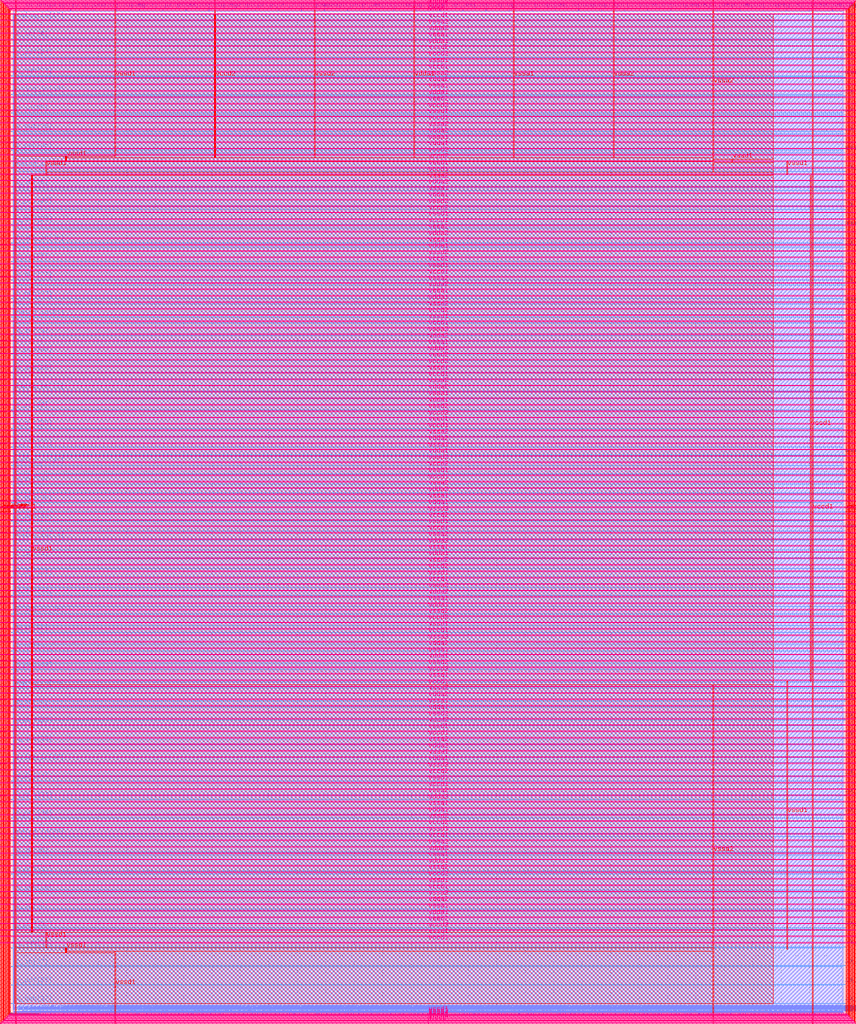
<source format=lef>
VERSION 5.7 ;
  NOWIREEXTENSIONATPIN ON ;
  DIVIDERCHAR "/" ;
  BUSBITCHARS "[]" ;
MACRO user_project_wrapper
  CLASS BLOCK ;
  FOREIGN user_project_wrapper ;
  ORIGIN 0.000 0.000 ;
  SIZE 2920.000 BY 3520.000 ;
  PIN analog_io[0]
    DIRECTION INOUT ;
    USE SIGNAL ;
    PORT
      LAYER met3 ;
        RECT 2917.600 1426.380 2924.800 1427.580 ;
    END
  END analog_io[0]
  PIN analog_io[10]
    DIRECTION INOUT ;
    USE SIGNAL ;
    PORT
      LAYER met2 ;
        RECT 2230.490 3517.600 2231.050 3524.800 ;
    END
  END analog_io[10]
  PIN analog_io[11]
    DIRECTION INOUT ;
    USE SIGNAL ;
    PORT
      LAYER met2 ;
        RECT 1905.730 3517.600 1906.290 3524.800 ;
    END
  END analog_io[11]
  PIN analog_io[12]
    DIRECTION INOUT ;
    USE SIGNAL ;
    PORT
      LAYER met2 ;
        RECT 1581.430 3517.600 1581.990 3524.800 ;
    END
  END analog_io[12]
  PIN analog_io[13]
    DIRECTION INOUT ;
    USE SIGNAL ;
    PORT
      LAYER met2 ;
        RECT 1257.130 3517.600 1257.690 3524.800 ;
    END
  END analog_io[13]
  PIN analog_io[14]
    DIRECTION INOUT ;
    USE SIGNAL ;
    PORT
      LAYER met2 ;
        RECT 932.370 3517.600 932.930 3524.800 ;
    END
  END analog_io[14]
  PIN analog_io[15]
    DIRECTION INOUT ;
    USE SIGNAL ;
    PORT
      LAYER met2 ;
        RECT 608.070 3517.600 608.630 3524.800 ;
    END
  END analog_io[15]
  PIN analog_io[16]
    DIRECTION INOUT ;
    USE SIGNAL ;
    PORT
      LAYER met2 ;
        RECT 283.770 3517.600 284.330 3524.800 ;
    END
  END analog_io[16]
  PIN analog_io[17]
    DIRECTION INOUT ;
    USE SIGNAL ;
    PORT
      LAYER met3 ;
        RECT -4.800 3486.100 2.400 3487.300 ;
    END
  END analog_io[17]
  PIN analog_io[18]
    DIRECTION INOUT ;
    USE SIGNAL ;
    PORT
      LAYER met3 ;
        RECT -4.800 3224.980 2.400 3226.180 ;
    END
  END analog_io[18]
  PIN analog_io[19]
    DIRECTION INOUT ;
    USE SIGNAL ;
    PORT
      LAYER met3 ;
        RECT -4.800 2964.540 2.400 2965.740 ;
    END
  END analog_io[19]
  PIN analog_io[1]
    DIRECTION INOUT ;
    USE SIGNAL ;
    PORT
      LAYER met3 ;
        RECT 2917.600 1692.260 2924.800 1693.460 ;
    END
  END analog_io[1]
  PIN analog_io[20]
    DIRECTION INOUT ;
    USE SIGNAL ;
    PORT
      LAYER met3 ;
        RECT -4.800 2703.420 2.400 2704.620 ;
    END
  END analog_io[20]
  PIN analog_io[21]
    DIRECTION INOUT ;
    USE SIGNAL ;
    PORT
      LAYER met3 ;
        RECT -4.800 2442.980 2.400 2444.180 ;
    END
  END analog_io[21]
  PIN analog_io[22]
    DIRECTION INOUT ;
    USE SIGNAL ;
    PORT
      LAYER met3 ;
        RECT -4.800 2182.540 2.400 2183.740 ;
    END
  END analog_io[22]
  PIN analog_io[23]
    DIRECTION INOUT ;
    USE SIGNAL ;
    PORT
      LAYER met3 ;
        RECT -4.800 1921.420 2.400 1922.620 ;
    END
  END analog_io[23]
  PIN analog_io[24]
    DIRECTION INOUT ;
    USE SIGNAL ;
    PORT
      LAYER met3 ;
        RECT -4.800 1660.980 2.400 1662.180 ;
    END
  END analog_io[24]
  PIN analog_io[25]
    DIRECTION INOUT ;
    USE SIGNAL ;
    PORT
      LAYER met3 ;
        RECT -4.800 1399.860 2.400 1401.060 ;
    END
  END analog_io[25]
  PIN analog_io[26]
    DIRECTION INOUT ;
    USE SIGNAL ;
    PORT
      LAYER met3 ;
        RECT -4.800 1139.420 2.400 1140.620 ;
    END
  END analog_io[26]
  PIN analog_io[27]
    DIRECTION INOUT ;
    USE SIGNAL ;
    PORT
      LAYER met3 ;
        RECT -4.800 878.980 2.400 880.180 ;
    END
  END analog_io[27]
  PIN analog_io[28]
    DIRECTION INOUT ;
    USE SIGNAL ;
    PORT
      LAYER met3 ;
        RECT -4.800 617.860 2.400 619.060 ;
    END
  END analog_io[28]
  PIN analog_io[2]
    DIRECTION INOUT ;
    USE SIGNAL ;
    PORT
      LAYER met3 ;
        RECT 2917.600 1958.140 2924.800 1959.340 ;
    END
  END analog_io[2]
  PIN analog_io[3]
    DIRECTION INOUT ;
    USE SIGNAL ;
    PORT
      LAYER met3 ;
        RECT 2917.600 2223.340 2924.800 2224.540 ;
    END
  END analog_io[3]
  PIN analog_io[4]
    DIRECTION INOUT ;
    USE SIGNAL ;
    PORT
      LAYER met3 ;
        RECT 2917.600 2489.220 2924.800 2490.420 ;
    END
  END analog_io[4]
  PIN analog_io[5]
    DIRECTION INOUT ;
    USE SIGNAL ;
    PORT
      LAYER met3 ;
        RECT 2917.600 2755.100 2924.800 2756.300 ;
    END
  END analog_io[5]
  PIN analog_io[6]
    DIRECTION INOUT ;
    USE SIGNAL ;
    PORT
      LAYER met3 ;
        RECT 2917.600 3020.300 2924.800 3021.500 ;
    END
  END analog_io[6]
  PIN analog_io[7]
    DIRECTION INOUT ;
    USE SIGNAL ;
    PORT
      LAYER met3 ;
        RECT 2917.600 3286.180 2924.800 3287.380 ;
    END
  END analog_io[7]
  PIN analog_io[8]
    DIRECTION INOUT ;
    USE SIGNAL ;
    PORT
      LAYER met2 ;
        RECT 2879.090 3517.600 2879.650 3524.800 ;
    END
  END analog_io[8]
  PIN analog_io[9]
    DIRECTION INOUT ;
    USE SIGNAL ;
    PORT
      LAYER met2 ;
        RECT 2554.790 3517.600 2555.350 3524.800 ;
    END
  END analog_io[9]
  PIN io_in[0]
    DIRECTION INPUT ;
    USE SIGNAL ;
    PORT
      LAYER met3 ;
        RECT 2917.600 32.380 2924.800 33.580 ;
    END
  END io_in[0]
  PIN io_in[10]
    DIRECTION INPUT ;
    USE SIGNAL ;
    PORT
      LAYER met3 ;
        RECT 2917.600 2289.980 2924.800 2291.180 ;
    END
  END io_in[10]
  PIN io_in[11]
    DIRECTION INPUT ;
    USE SIGNAL ;
    PORT
      LAYER met3 ;
        RECT 2917.600 2555.860 2924.800 2557.060 ;
    END
  END io_in[11]
  PIN io_in[12]
    DIRECTION INPUT ;
    USE SIGNAL ;
    PORT
      LAYER met3 ;
        RECT 2917.600 2821.060 2924.800 2822.260 ;
    END
  END io_in[12]
  PIN io_in[13]
    DIRECTION INPUT ;
    USE SIGNAL ;
    PORT
      LAYER met3 ;
        RECT 2917.600 3086.940 2924.800 3088.140 ;
    END
  END io_in[13]
  PIN io_in[14]
    DIRECTION INPUT ;
    USE SIGNAL ;
    PORT
      LAYER met3 ;
        RECT 2917.600 3352.820 2924.800 3354.020 ;
    END
  END io_in[14]
  PIN io_in[15]
    DIRECTION INPUT ;
    USE SIGNAL ;
    PORT
      LAYER met2 ;
        RECT 2798.130 3517.600 2798.690 3524.800 ;
    END
  END io_in[15]
  PIN io_in[16]
    DIRECTION INPUT ;
    USE SIGNAL ;
    PORT
      LAYER met2 ;
        RECT 2473.830 3517.600 2474.390 3524.800 ;
    END
  END io_in[16]
  PIN io_in[17]
    DIRECTION INPUT ;
    USE SIGNAL ;
    PORT
      LAYER met2 ;
        RECT 2149.070 3517.600 2149.630 3524.800 ;
    END
  END io_in[17]
  PIN io_in[18]
    DIRECTION INPUT ;
    USE SIGNAL ;
    PORT
      LAYER met2 ;
        RECT 1824.770 3517.600 1825.330 3524.800 ;
    END
  END io_in[18]
  PIN io_in[19]
    DIRECTION INPUT ;
    USE SIGNAL ;
    PORT
      LAYER met2 ;
        RECT 1500.470 3517.600 1501.030 3524.800 ;
    END
  END io_in[19]
  PIN io_in[1]
    DIRECTION INPUT ;
    USE SIGNAL ;
    PORT
      LAYER met3 ;
        RECT 2917.600 230.940 2924.800 232.140 ;
    END
  END io_in[1]
  PIN io_in[20]
    DIRECTION INPUT ;
    USE SIGNAL ;
    PORT
      LAYER met2 ;
        RECT 1175.710 3517.600 1176.270 3524.800 ;
    END
  END io_in[20]
  PIN io_in[21]
    DIRECTION INPUT ;
    USE SIGNAL ;
    PORT
      LAYER met2 ;
        RECT 851.410 3517.600 851.970 3524.800 ;
    END
  END io_in[21]
  PIN io_in[22]
    DIRECTION INPUT ;
    USE SIGNAL ;
    PORT
      LAYER met2 ;
        RECT 527.110 3517.600 527.670 3524.800 ;
    END
  END io_in[22]
  PIN io_in[23]
    DIRECTION INPUT ;
    USE SIGNAL ;
    PORT
      LAYER met2 ;
        RECT 202.350 3517.600 202.910 3524.800 ;
    END
  END io_in[23]
  PIN io_in[24]
    DIRECTION INPUT ;
    USE SIGNAL ;
    PORT
      LAYER met3 ;
        RECT -4.800 3420.820 2.400 3422.020 ;
    END
  END io_in[24]
  PIN io_in[25]
    DIRECTION INPUT ;
    USE SIGNAL ;
    PORT
      LAYER met3 ;
        RECT -4.800 3159.700 2.400 3160.900 ;
    END
  END io_in[25]
  PIN io_in[26]
    DIRECTION INPUT ;
    USE SIGNAL ;
    PORT
      LAYER met3 ;
        RECT -4.800 2899.260 2.400 2900.460 ;
    END
  END io_in[26]
  PIN io_in[27]
    DIRECTION INPUT ;
    USE SIGNAL ;
    PORT
      LAYER met3 ;
        RECT -4.800 2638.820 2.400 2640.020 ;
    END
  END io_in[27]
  PIN io_in[28]
    DIRECTION INPUT ;
    USE SIGNAL ;
    PORT
      LAYER met3 ;
        RECT -4.800 2377.700 2.400 2378.900 ;
    END
  END io_in[28]
  PIN io_in[29]
    DIRECTION INPUT ;
    USE SIGNAL ;
    PORT
      LAYER met3 ;
        RECT -4.800 2117.260 2.400 2118.460 ;
    END
  END io_in[29]
  PIN io_in[2]
    DIRECTION INPUT ;
    USE SIGNAL ;
    PORT
      LAYER met3 ;
        RECT 2917.600 430.180 2924.800 431.380 ;
    END
  END io_in[2]
  PIN io_in[30]
    DIRECTION INPUT ;
    USE SIGNAL ;
    PORT
      LAYER met3 ;
        RECT -4.800 1856.140 2.400 1857.340 ;
    END
  END io_in[30]
  PIN io_in[31]
    DIRECTION INPUT ;
    USE SIGNAL ;
    PORT
      LAYER met3 ;
        RECT -4.800 1595.700 2.400 1596.900 ;
    END
  END io_in[31]
  PIN io_in[32]
    DIRECTION INPUT ;
    USE SIGNAL ;
    PORT
      LAYER met3 ;
        RECT -4.800 1335.260 2.400 1336.460 ;
    END
  END io_in[32]
  PIN io_in[33]
    DIRECTION INPUT ;
    USE SIGNAL ;
    PORT
      LAYER met3 ;
        RECT -4.800 1074.140 2.400 1075.340 ;
    END
  END io_in[33]
  PIN io_in[34]
    DIRECTION INPUT ;
    USE SIGNAL ;
    PORT
      LAYER met3 ;
        RECT -4.800 813.700 2.400 814.900 ;
    END
  END io_in[34]
  PIN io_in[35]
    DIRECTION INPUT ;
    USE SIGNAL ;
    PORT
      LAYER met3 ;
        RECT -4.800 552.580 2.400 553.780 ;
    END
  END io_in[35]
  PIN io_in[36]
    DIRECTION INPUT ;
    USE SIGNAL ;
    PORT
      LAYER met3 ;
        RECT -4.800 357.420 2.400 358.620 ;
    END
  END io_in[36]
  PIN io_in[37]
    DIRECTION INPUT ;
    USE SIGNAL ;
    PORT
      LAYER met3 ;
        RECT -4.800 161.580 2.400 162.780 ;
    END
  END io_in[37]
  PIN io_in[3]
    DIRECTION INPUT ;
    USE SIGNAL ;
    PORT
      LAYER met3 ;
        RECT 2917.600 629.420 2924.800 630.620 ;
    END
  END io_in[3]
  PIN io_in[4]
    DIRECTION INPUT ;
    USE SIGNAL ;
    PORT
      LAYER met3 ;
        RECT 2917.600 828.660 2924.800 829.860 ;
    END
  END io_in[4]
  PIN io_in[5]
    DIRECTION INPUT ;
    USE SIGNAL ;
    PORT
      LAYER met3 ;
        RECT 2917.600 1027.900 2924.800 1029.100 ;
    END
  END io_in[5]
  PIN io_in[6]
    DIRECTION INPUT ;
    USE SIGNAL ;
    PORT
      LAYER met3 ;
        RECT 2917.600 1227.140 2924.800 1228.340 ;
    END
  END io_in[6]
  PIN io_in[7]
    DIRECTION INPUT ;
    USE SIGNAL ;
    PORT
      LAYER met3 ;
        RECT 2917.600 1493.020 2924.800 1494.220 ;
    END
  END io_in[7]
  PIN io_in[8]
    DIRECTION INPUT ;
    USE SIGNAL ;
    PORT
      LAYER met3 ;
        RECT 2917.600 1758.900 2924.800 1760.100 ;
    END
  END io_in[8]
  PIN io_in[9]
    DIRECTION INPUT ;
    USE SIGNAL ;
    PORT
      LAYER met3 ;
        RECT 2917.600 2024.100 2924.800 2025.300 ;
    END
  END io_in[9]
  PIN io_oeb[0]
    DIRECTION OUTPUT TRISTATE ;
    USE SIGNAL ;
    PORT
      LAYER met3 ;
        RECT 2917.600 164.980 2924.800 166.180 ;
    END
  END io_oeb[0]
  PIN io_oeb[10]
    DIRECTION OUTPUT TRISTATE ;
    USE SIGNAL ;
    PORT
      LAYER met3 ;
        RECT 2917.600 2422.580 2924.800 2423.780 ;
    END
  END io_oeb[10]
  PIN io_oeb[11]
    DIRECTION OUTPUT TRISTATE ;
    USE SIGNAL ;
    PORT
      LAYER met3 ;
        RECT 2917.600 2688.460 2924.800 2689.660 ;
    END
  END io_oeb[11]
  PIN io_oeb[12]
    DIRECTION OUTPUT TRISTATE ;
    USE SIGNAL ;
    PORT
      LAYER met3 ;
        RECT 2917.600 2954.340 2924.800 2955.540 ;
    END
  END io_oeb[12]
  PIN io_oeb[13]
    DIRECTION OUTPUT TRISTATE ;
    USE SIGNAL ;
    PORT
      LAYER met3 ;
        RECT 2917.600 3219.540 2924.800 3220.740 ;
    END
  END io_oeb[13]
  PIN io_oeb[14]
    DIRECTION OUTPUT TRISTATE ;
    USE SIGNAL ;
    PORT
      LAYER met3 ;
        RECT 2917.600 3485.420 2924.800 3486.620 ;
    END
  END io_oeb[14]
  PIN io_oeb[15]
    DIRECTION OUTPUT TRISTATE ;
    USE SIGNAL ;
    PORT
      LAYER met2 ;
        RECT 2635.750 3517.600 2636.310 3524.800 ;
    END
  END io_oeb[15]
  PIN io_oeb[16]
    DIRECTION OUTPUT TRISTATE ;
    USE SIGNAL ;
    PORT
      LAYER met2 ;
        RECT 2311.450 3517.600 2312.010 3524.800 ;
    END
  END io_oeb[16]
  PIN io_oeb[17]
    DIRECTION OUTPUT TRISTATE ;
    USE SIGNAL ;
    PORT
      LAYER met2 ;
        RECT 1987.150 3517.600 1987.710 3524.800 ;
    END
  END io_oeb[17]
  PIN io_oeb[18]
    DIRECTION OUTPUT TRISTATE ;
    USE SIGNAL ;
    PORT
      LAYER met2 ;
        RECT 1662.390 3517.600 1662.950 3524.800 ;
    END
  END io_oeb[18]
  PIN io_oeb[19]
    DIRECTION OUTPUT TRISTATE ;
    USE SIGNAL ;
    PORT
      LAYER met2 ;
        RECT 1338.090 3517.600 1338.650 3524.800 ;
    END
  END io_oeb[19]
  PIN io_oeb[1]
    DIRECTION OUTPUT TRISTATE ;
    USE SIGNAL ;
    PORT
      LAYER met3 ;
        RECT 2917.600 364.220 2924.800 365.420 ;
    END
  END io_oeb[1]
  PIN io_oeb[20]
    DIRECTION OUTPUT TRISTATE ;
    USE SIGNAL ;
    PORT
      LAYER met2 ;
        RECT 1013.790 3517.600 1014.350 3524.800 ;
    END
  END io_oeb[20]
  PIN io_oeb[21]
    DIRECTION OUTPUT TRISTATE ;
    USE SIGNAL ;
    PORT
      LAYER met2 ;
        RECT 689.030 3517.600 689.590 3524.800 ;
    END
  END io_oeb[21]
  PIN io_oeb[22]
    DIRECTION OUTPUT TRISTATE ;
    USE SIGNAL ;
    PORT
      LAYER met2 ;
        RECT 364.730 3517.600 365.290 3524.800 ;
    END
  END io_oeb[22]
  PIN io_oeb[23]
    DIRECTION OUTPUT TRISTATE ;
    USE SIGNAL ;
    PORT
      LAYER met2 ;
        RECT 40.430 3517.600 40.990 3524.800 ;
    END
  END io_oeb[23]
  PIN io_oeb[24]
    DIRECTION OUTPUT TRISTATE ;
    USE SIGNAL ;
    PORT
      LAYER met3 ;
        RECT -4.800 3290.260 2.400 3291.460 ;
    END
  END io_oeb[24]
  PIN io_oeb[25]
    DIRECTION OUTPUT TRISTATE ;
    USE SIGNAL ;
    PORT
      LAYER met3 ;
        RECT -4.800 3029.820 2.400 3031.020 ;
    END
  END io_oeb[25]
  PIN io_oeb[26]
    DIRECTION OUTPUT TRISTATE ;
    USE SIGNAL ;
    PORT
      LAYER met3 ;
        RECT -4.800 2768.700 2.400 2769.900 ;
    END
  END io_oeb[26]
  PIN io_oeb[27]
    DIRECTION OUTPUT TRISTATE ;
    USE SIGNAL ;
    PORT
      LAYER met3 ;
        RECT -4.800 2508.260 2.400 2509.460 ;
    END
  END io_oeb[27]
  PIN io_oeb[28]
    DIRECTION OUTPUT TRISTATE ;
    USE SIGNAL ;
    PORT
      LAYER met3 ;
        RECT -4.800 2247.140 2.400 2248.340 ;
    END
  END io_oeb[28]
  PIN io_oeb[29]
    DIRECTION OUTPUT TRISTATE ;
    USE SIGNAL ;
    PORT
      LAYER met3 ;
        RECT -4.800 1986.700 2.400 1987.900 ;
    END
  END io_oeb[29]
  PIN io_oeb[2]
    DIRECTION OUTPUT TRISTATE ;
    USE SIGNAL ;
    PORT
      LAYER met3 ;
        RECT 2917.600 563.460 2924.800 564.660 ;
    END
  END io_oeb[2]
  PIN io_oeb[30]
    DIRECTION OUTPUT TRISTATE ;
    USE SIGNAL ;
    PORT
      LAYER met3 ;
        RECT -4.800 1726.260 2.400 1727.460 ;
    END
  END io_oeb[30]
  PIN io_oeb[31]
    DIRECTION OUTPUT TRISTATE ;
    USE SIGNAL ;
    PORT
      LAYER met3 ;
        RECT -4.800 1465.140 2.400 1466.340 ;
    END
  END io_oeb[31]
  PIN io_oeb[32]
    DIRECTION OUTPUT TRISTATE ;
    USE SIGNAL ;
    PORT
      LAYER met3 ;
        RECT -4.800 1204.700 2.400 1205.900 ;
    END
  END io_oeb[32]
  PIN io_oeb[33]
    DIRECTION OUTPUT TRISTATE ;
    USE SIGNAL ;
    PORT
      LAYER met3 ;
        RECT -4.800 943.580 2.400 944.780 ;
    END
  END io_oeb[33]
  PIN io_oeb[34]
    DIRECTION OUTPUT TRISTATE ;
    USE SIGNAL ;
    PORT
      LAYER met3 ;
        RECT -4.800 683.140 2.400 684.340 ;
    END
  END io_oeb[34]
  PIN io_oeb[35]
    DIRECTION OUTPUT TRISTATE ;
    USE SIGNAL ;
    PORT
      LAYER met3 ;
        RECT -4.800 422.700 2.400 423.900 ;
    END
  END io_oeb[35]
  PIN io_oeb[36]
    DIRECTION OUTPUT TRISTATE ;
    USE SIGNAL ;
    PORT
      LAYER met3 ;
        RECT -4.800 226.860 2.400 228.060 ;
    END
  END io_oeb[36]
  PIN io_oeb[37]
    DIRECTION OUTPUT TRISTATE ;
    USE SIGNAL ;
    PORT
      LAYER met3 ;
        RECT -4.800 31.700 2.400 32.900 ;
    END
  END io_oeb[37]
  PIN io_oeb[3]
    DIRECTION OUTPUT TRISTATE ;
    USE SIGNAL ;
    PORT
      LAYER met3 ;
        RECT 2917.600 762.700 2924.800 763.900 ;
    END
  END io_oeb[3]
  PIN io_oeb[4]
    DIRECTION OUTPUT TRISTATE ;
    USE SIGNAL ;
    PORT
      LAYER met3 ;
        RECT 2917.600 961.940 2924.800 963.140 ;
    END
  END io_oeb[4]
  PIN io_oeb[5]
    DIRECTION OUTPUT TRISTATE ;
    USE SIGNAL ;
    PORT
      LAYER met3 ;
        RECT 2917.600 1161.180 2924.800 1162.380 ;
    END
  END io_oeb[5]
  PIN io_oeb[6]
    DIRECTION OUTPUT TRISTATE ;
    USE SIGNAL ;
    PORT
      LAYER met3 ;
        RECT 2917.600 1360.420 2924.800 1361.620 ;
    END
  END io_oeb[6]
  PIN io_oeb[7]
    DIRECTION OUTPUT TRISTATE ;
    USE SIGNAL ;
    PORT
      LAYER met3 ;
        RECT 2917.600 1625.620 2924.800 1626.820 ;
    END
  END io_oeb[7]
  PIN io_oeb[8]
    DIRECTION OUTPUT TRISTATE ;
    USE SIGNAL ;
    PORT
      LAYER met3 ;
        RECT 2917.600 1891.500 2924.800 1892.700 ;
    END
  END io_oeb[8]
  PIN io_oeb[9]
    DIRECTION OUTPUT TRISTATE ;
    USE SIGNAL ;
    PORT
      LAYER met3 ;
        RECT 2917.600 2157.380 2924.800 2158.580 ;
    END
  END io_oeb[9]
  PIN io_out[0]
    DIRECTION OUTPUT TRISTATE ;
    USE SIGNAL ;
    PORT
      LAYER met3 ;
        RECT 2917.600 98.340 2924.800 99.540 ;
    END
  END io_out[0]
  PIN io_out[10]
    DIRECTION OUTPUT TRISTATE ;
    USE SIGNAL ;
    PORT
      LAYER met3 ;
        RECT 2917.600 2356.620 2924.800 2357.820 ;
    END
  END io_out[10]
  PIN io_out[11]
    DIRECTION OUTPUT TRISTATE ;
    USE SIGNAL ;
    PORT
      LAYER met3 ;
        RECT 2917.600 2621.820 2924.800 2623.020 ;
    END
  END io_out[11]
  PIN io_out[12]
    DIRECTION OUTPUT TRISTATE ;
    USE SIGNAL ;
    PORT
      LAYER met3 ;
        RECT 2917.600 2887.700 2924.800 2888.900 ;
    END
  END io_out[12]
  PIN io_out[13]
    DIRECTION OUTPUT TRISTATE ;
    USE SIGNAL ;
    PORT
      LAYER met3 ;
        RECT 2917.600 3153.580 2924.800 3154.780 ;
    END
  END io_out[13]
  PIN io_out[14]
    DIRECTION OUTPUT TRISTATE ;
    USE SIGNAL ;
    PORT
      LAYER met3 ;
        RECT 2917.600 3418.780 2924.800 3419.980 ;
    END
  END io_out[14]
  PIN io_out[15]
    DIRECTION OUTPUT TRISTATE ;
    USE SIGNAL ;
    PORT
      LAYER met2 ;
        RECT 2717.170 3517.600 2717.730 3524.800 ;
    END
  END io_out[15]
  PIN io_out[16]
    DIRECTION OUTPUT TRISTATE ;
    USE SIGNAL ;
    PORT
      LAYER met2 ;
        RECT 2392.410 3517.600 2392.970 3524.800 ;
    END
  END io_out[16]
  PIN io_out[17]
    DIRECTION OUTPUT TRISTATE ;
    USE SIGNAL ;
    PORT
      LAYER met2 ;
        RECT 2068.110 3517.600 2068.670 3524.800 ;
    END
  END io_out[17]
  PIN io_out[18]
    DIRECTION OUTPUT TRISTATE ;
    USE SIGNAL ;
    PORT
      LAYER met2 ;
        RECT 1743.810 3517.600 1744.370 3524.800 ;
    END
  END io_out[18]
  PIN io_out[19]
    DIRECTION OUTPUT TRISTATE ;
    USE SIGNAL ;
    PORT
      LAYER met2 ;
        RECT 1419.050 3517.600 1419.610 3524.800 ;
    END
  END io_out[19]
  PIN io_out[1]
    DIRECTION OUTPUT TRISTATE ;
    USE SIGNAL ;
    PORT
      LAYER met3 ;
        RECT 2917.600 297.580 2924.800 298.780 ;
    END
  END io_out[1]
  PIN io_out[20]
    DIRECTION OUTPUT TRISTATE ;
    USE SIGNAL ;
    PORT
      LAYER met2 ;
        RECT 1094.750 3517.600 1095.310 3524.800 ;
    END
  END io_out[20]
  PIN io_out[21]
    DIRECTION OUTPUT TRISTATE ;
    USE SIGNAL ;
    PORT
      LAYER met2 ;
        RECT 770.450 3517.600 771.010 3524.800 ;
    END
  END io_out[21]
  PIN io_out[22]
    DIRECTION OUTPUT TRISTATE ;
    USE SIGNAL ;
    PORT
      LAYER met2 ;
        RECT 445.690 3517.600 446.250 3524.800 ;
    END
  END io_out[22]
  PIN io_out[23]
    DIRECTION OUTPUT TRISTATE ;
    USE SIGNAL ;
    PORT
      LAYER met2 ;
        RECT 121.390 3517.600 121.950 3524.800 ;
    END
  END io_out[23]
  PIN io_out[24]
    DIRECTION OUTPUT TRISTATE ;
    USE SIGNAL ;
    PORT
      LAYER met3 ;
        RECT -4.800 3355.540 2.400 3356.740 ;
    END
  END io_out[24]
  PIN io_out[25]
    DIRECTION OUTPUT TRISTATE ;
    USE SIGNAL ;
    PORT
      LAYER met3 ;
        RECT -4.800 3095.100 2.400 3096.300 ;
    END
  END io_out[25]
  PIN io_out[26]
    DIRECTION OUTPUT TRISTATE ;
    USE SIGNAL ;
    PORT
      LAYER met3 ;
        RECT -4.800 2833.980 2.400 2835.180 ;
    END
  END io_out[26]
  PIN io_out[27]
    DIRECTION OUTPUT TRISTATE ;
    USE SIGNAL ;
    PORT
      LAYER met3 ;
        RECT -4.800 2573.540 2.400 2574.740 ;
    END
  END io_out[27]
  PIN io_out[28]
    DIRECTION OUTPUT TRISTATE ;
    USE SIGNAL ;
    PORT
      LAYER met3 ;
        RECT -4.800 2312.420 2.400 2313.620 ;
    END
  END io_out[28]
  PIN io_out[29]
    DIRECTION OUTPUT TRISTATE ;
    USE SIGNAL ;
    PORT
      LAYER met3 ;
        RECT -4.800 2051.980 2.400 2053.180 ;
    END
  END io_out[29]
  PIN io_out[2]
    DIRECTION OUTPUT TRISTATE ;
    USE SIGNAL ;
    PORT
      LAYER met3 ;
        RECT 2917.600 496.820 2924.800 498.020 ;
    END
  END io_out[2]
  PIN io_out[30]
    DIRECTION OUTPUT TRISTATE ;
    USE SIGNAL ;
    PORT
      LAYER met3 ;
        RECT -4.800 1791.540 2.400 1792.740 ;
    END
  END io_out[30]
  PIN io_out[31]
    DIRECTION OUTPUT TRISTATE ;
    USE SIGNAL ;
    PORT
      LAYER met3 ;
        RECT -4.800 1530.420 2.400 1531.620 ;
    END
  END io_out[31]
  PIN io_out[32]
    DIRECTION OUTPUT TRISTATE ;
    USE SIGNAL ;
    PORT
      LAYER met3 ;
        RECT -4.800 1269.980 2.400 1271.180 ;
    END
  END io_out[32]
  PIN io_out[33]
    DIRECTION OUTPUT TRISTATE ;
    USE SIGNAL ;
    PORT
      LAYER met3 ;
        RECT -4.800 1008.860 2.400 1010.060 ;
    END
  END io_out[33]
  PIN io_out[34]
    DIRECTION OUTPUT TRISTATE ;
    USE SIGNAL ;
    PORT
      LAYER met3 ;
        RECT -4.800 748.420 2.400 749.620 ;
    END
  END io_out[34]
  PIN io_out[35]
    DIRECTION OUTPUT TRISTATE ;
    USE SIGNAL ;
    PORT
      LAYER met3 ;
        RECT -4.800 487.300 2.400 488.500 ;
    END
  END io_out[35]
  PIN io_out[36]
    DIRECTION OUTPUT TRISTATE ;
    USE SIGNAL ;
    PORT
      LAYER met3 ;
        RECT -4.800 292.140 2.400 293.340 ;
    END
  END io_out[36]
  PIN io_out[37]
    DIRECTION OUTPUT TRISTATE ;
    USE SIGNAL ;
    PORT
      LAYER met3 ;
        RECT -4.800 96.300 2.400 97.500 ;
    END
  END io_out[37]
  PIN io_out[3]
    DIRECTION OUTPUT TRISTATE ;
    USE SIGNAL ;
    PORT
      LAYER met3 ;
        RECT 2917.600 696.060 2924.800 697.260 ;
    END
  END io_out[3]
  PIN io_out[4]
    DIRECTION OUTPUT TRISTATE ;
    USE SIGNAL ;
    PORT
      LAYER met3 ;
        RECT 2917.600 895.300 2924.800 896.500 ;
    END
  END io_out[4]
  PIN io_out[5]
    DIRECTION OUTPUT TRISTATE ;
    USE SIGNAL ;
    PORT
      LAYER met3 ;
        RECT 2917.600 1094.540 2924.800 1095.740 ;
    END
  END io_out[5]
  PIN io_out[6]
    DIRECTION OUTPUT TRISTATE ;
    USE SIGNAL ;
    PORT
      LAYER met3 ;
        RECT 2917.600 1293.780 2924.800 1294.980 ;
    END
  END io_out[6]
  PIN io_out[7]
    DIRECTION OUTPUT TRISTATE ;
    USE SIGNAL ;
    PORT
      LAYER met3 ;
        RECT 2917.600 1559.660 2924.800 1560.860 ;
    END
  END io_out[7]
  PIN io_out[8]
    DIRECTION OUTPUT TRISTATE ;
    USE SIGNAL ;
    PORT
      LAYER met3 ;
        RECT 2917.600 1824.860 2924.800 1826.060 ;
    END
  END io_out[8]
  PIN io_out[9]
    DIRECTION OUTPUT TRISTATE ;
    USE SIGNAL ;
    PORT
      LAYER met3 ;
        RECT 2917.600 2090.740 2924.800 2091.940 ;
    END
  END io_out[9]
  PIN la_data_in[0]
    DIRECTION INPUT ;
    USE SIGNAL ;
    PORT
      LAYER met2 ;
        RECT 629.230 -4.800 629.790 2.400 ;
    END
  END la_data_in[0]
  PIN la_data_in[100]
    DIRECTION INPUT ;
    USE SIGNAL ;
    PORT
      LAYER met2 ;
        RECT 2402.530 -4.800 2403.090 2.400 ;
    END
  END la_data_in[100]
  PIN la_data_in[101]
    DIRECTION INPUT ;
    USE SIGNAL ;
    PORT
      LAYER met2 ;
        RECT 2420.010 -4.800 2420.570 2.400 ;
    END
  END la_data_in[101]
  PIN la_data_in[102]
    DIRECTION INPUT ;
    USE SIGNAL ;
    PORT
      LAYER met2 ;
        RECT 2437.950 -4.800 2438.510 2.400 ;
    END
  END la_data_in[102]
  PIN la_data_in[103]
    DIRECTION INPUT ;
    USE SIGNAL ;
    PORT
      LAYER met2 ;
        RECT 2455.430 -4.800 2455.990 2.400 ;
    END
  END la_data_in[103]
  PIN la_data_in[104]
    DIRECTION INPUT ;
    USE SIGNAL ;
    PORT
      LAYER met2 ;
        RECT 2473.370 -4.800 2473.930 2.400 ;
    END
  END la_data_in[104]
  PIN la_data_in[105]
    DIRECTION INPUT ;
    USE SIGNAL ;
    PORT
      LAYER met2 ;
        RECT 2490.850 -4.800 2491.410 2.400 ;
    END
  END la_data_in[105]
  PIN la_data_in[106]
    DIRECTION INPUT ;
    USE SIGNAL ;
    PORT
      LAYER met2 ;
        RECT 2508.790 -4.800 2509.350 2.400 ;
    END
  END la_data_in[106]
  PIN la_data_in[107]
    DIRECTION INPUT ;
    USE SIGNAL ;
    PORT
      LAYER met2 ;
        RECT 2526.730 -4.800 2527.290 2.400 ;
    END
  END la_data_in[107]
  PIN la_data_in[108]
    DIRECTION INPUT ;
    USE SIGNAL ;
    PORT
      LAYER met2 ;
        RECT 2544.210 -4.800 2544.770 2.400 ;
    END
  END la_data_in[108]
  PIN la_data_in[109]
    DIRECTION INPUT ;
    USE SIGNAL ;
    PORT
      LAYER met2 ;
        RECT 2562.150 -4.800 2562.710 2.400 ;
    END
  END la_data_in[109]
  PIN la_data_in[10]
    DIRECTION INPUT ;
    USE SIGNAL ;
    PORT
      LAYER met2 ;
        RECT 806.330 -4.800 806.890 2.400 ;
    END
  END la_data_in[10]
  PIN la_data_in[110]
    DIRECTION INPUT ;
    USE SIGNAL ;
    PORT
      LAYER met2 ;
        RECT 2579.630 -4.800 2580.190 2.400 ;
    END
  END la_data_in[110]
  PIN la_data_in[111]
    DIRECTION INPUT ;
    USE SIGNAL ;
    PORT
      LAYER met2 ;
        RECT 2597.570 -4.800 2598.130 2.400 ;
    END
  END la_data_in[111]
  PIN la_data_in[112]
    DIRECTION INPUT ;
    USE SIGNAL ;
    PORT
      LAYER met2 ;
        RECT 2615.050 -4.800 2615.610 2.400 ;
    END
  END la_data_in[112]
  PIN la_data_in[113]
    DIRECTION INPUT ;
    USE SIGNAL ;
    PORT
      LAYER met2 ;
        RECT 2632.990 -4.800 2633.550 2.400 ;
    END
  END la_data_in[113]
  PIN la_data_in[114]
    DIRECTION INPUT ;
    USE SIGNAL ;
    PORT
      LAYER met2 ;
        RECT 2650.470 -4.800 2651.030 2.400 ;
    END
  END la_data_in[114]
  PIN la_data_in[115]
    DIRECTION INPUT ;
    USE SIGNAL ;
    PORT
      LAYER met2 ;
        RECT 2668.410 -4.800 2668.970 2.400 ;
    END
  END la_data_in[115]
  PIN la_data_in[116]
    DIRECTION INPUT ;
    USE SIGNAL ;
    PORT
      LAYER met2 ;
        RECT 2685.890 -4.800 2686.450 2.400 ;
    END
  END la_data_in[116]
  PIN la_data_in[117]
    DIRECTION INPUT ;
    USE SIGNAL ;
    PORT
      LAYER met2 ;
        RECT 2703.830 -4.800 2704.390 2.400 ;
    END
  END la_data_in[117]
  PIN la_data_in[118]
    DIRECTION INPUT ;
    USE SIGNAL ;
    PORT
      LAYER met2 ;
        RECT 2721.770 -4.800 2722.330 2.400 ;
    END
  END la_data_in[118]
  PIN la_data_in[119]
    DIRECTION INPUT ;
    USE SIGNAL ;
    PORT
      LAYER met2 ;
        RECT 2739.250 -4.800 2739.810 2.400 ;
    END
  END la_data_in[119]
  PIN la_data_in[11]
    DIRECTION INPUT ;
    USE SIGNAL ;
    PORT
      LAYER met2 ;
        RECT 824.270 -4.800 824.830 2.400 ;
    END
  END la_data_in[11]
  PIN la_data_in[120]
    DIRECTION INPUT ;
    USE SIGNAL ;
    PORT
      LAYER met2 ;
        RECT 2757.190 -4.800 2757.750 2.400 ;
    END
  END la_data_in[120]
  PIN la_data_in[121]
    DIRECTION INPUT ;
    USE SIGNAL ;
    PORT
      LAYER met2 ;
        RECT 2774.670 -4.800 2775.230 2.400 ;
    END
  END la_data_in[121]
  PIN la_data_in[122]
    DIRECTION INPUT ;
    USE SIGNAL ;
    PORT
      LAYER met2 ;
        RECT 2792.610 -4.800 2793.170 2.400 ;
    END
  END la_data_in[122]
  PIN la_data_in[123]
    DIRECTION INPUT ;
    USE SIGNAL ;
    PORT
      LAYER met2 ;
        RECT 2810.090 -4.800 2810.650 2.400 ;
    END
  END la_data_in[123]
  PIN la_data_in[124]
    DIRECTION INPUT ;
    USE SIGNAL ;
    PORT
      LAYER met2 ;
        RECT 2828.030 -4.800 2828.590 2.400 ;
    END
  END la_data_in[124]
  PIN la_data_in[125]
    DIRECTION INPUT ;
    USE SIGNAL ;
    PORT
      LAYER met2 ;
        RECT 2845.510 -4.800 2846.070 2.400 ;
    END
  END la_data_in[125]
  PIN la_data_in[126]
    DIRECTION INPUT ;
    USE SIGNAL ;
    PORT
      LAYER met2 ;
        RECT 2863.450 -4.800 2864.010 2.400 ;
    END
  END la_data_in[126]
  PIN la_data_in[127]
    DIRECTION INPUT ;
    USE SIGNAL ;
    PORT
      LAYER met2 ;
        RECT 2881.390 -4.800 2881.950 2.400 ;
    END
  END la_data_in[127]
  PIN la_data_in[12]
    DIRECTION INPUT ;
    USE SIGNAL ;
    PORT
      LAYER met2 ;
        RECT 841.750 -4.800 842.310 2.400 ;
    END
  END la_data_in[12]
  PIN la_data_in[13]
    DIRECTION INPUT ;
    USE SIGNAL ;
    PORT
      LAYER met2 ;
        RECT 859.690 -4.800 860.250 2.400 ;
    END
  END la_data_in[13]
  PIN la_data_in[14]
    DIRECTION INPUT ;
    USE SIGNAL ;
    PORT
      LAYER met2 ;
        RECT 877.170 -4.800 877.730 2.400 ;
    END
  END la_data_in[14]
  PIN la_data_in[15]
    DIRECTION INPUT ;
    USE SIGNAL ;
    PORT
      LAYER met2 ;
        RECT 895.110 -4.800 895.670 2.400 ;
    END
  END la_data_in[15]
  PIN la_data_in[16]
    DIRECTION INPUT ;
    USE SIGNAL ;
    PORT
      LAYER met2 ;
        RECT 912.590 -4.800 913.150 2.400 ;
    END
  END la_data_in[16]
  PIN la_data_in[17]
    DIRECTION INPUT ;
    USE SIGNAL ;
    PORT
      LAYER met2 ;
        RECT 930.530 -4.800 931.090 2.400 ;
    END
  END la_data_in[17]
  PIN la_data_in[18]
    DIRECTION INPUT ;
    USE SIGNAL ;
    PORT
      LAYER met2 ;
        RECT 948.470 -4.800 949.030 2.400 ;
    END
  END la_data_in[18]
  PIN la_data_in[19]
    DIRECTION INPUT ;
    USE SIGNAL ;
    PORT
      LAYER met2 ;
        RECT 965.950 -4.800 966.510 2.400 ;
    END
  END la_data_in[19]
  PIN la_data_in[1]
    DIRECTION INPUT ;
    USE SIGNAL ;
    PORT
      LAYER met2 ;
        RECT 646.710 -4.800 647.270 2.400 ;
    END
  END la_data_in[1]
  PIN la_data_in[20]
    DIRECTION INPUT ;
    USE SIGNAL ;
    PORT
      LAYER met2 ;
        RECT 983.890 -4.800 984.450 2.400 ;
    END
  END la_data_in[20]
  PIN la_data_in[21]
    DIRECTION INPUT ;
    USE SIGNAL ;
    PORT
      LAYER met2 ;
        RECT 1001.370 -4.800 1001.930 2.400 ;
    END
  END la_data_in[21]
  PIN la_data_in[22]
    DIRECTION INPUT ;
    USE SIGNAL ;
    PORT
      LAYER met2 ;
        RECT 1019.310 -4.800 1019.870 2.400 ;
    END
  END la_data_in[22]
  PIN la_data_in[23]
    DIRECTION INPUT ;
    USE SIGNAL ;
    PORT
      LAYER met2 ;
        RECT 1036.790 -4.800 1037.350 2.400 ;
    END
  END la_data_in[23]
  PIN la_data_in[24]
    DIRECTION INPUT ;
    USE SIGNAL ;
    PORT
      LAYER met2 ;
        RECT 1054.730 -4.800 1055.290 2.400 ;
    END
  END la_data_in[24]
  PIN la_data_in[25]
    DIRECTION INPUT ;
    USE SIGNAL ;
    PORT
      LAYER met2 ;
        RECT 1072.210 -4.800 1072.770 2.400 ;
    END
  END la_data_in[25]
  PIN la_data_in[26]
    DIRECTION INPUT ;
    USE SIGNAL ;
    PORT
      LAYER met2 ;
        RECT 1090.150 -4.800 1090.710 2.400 ;
    END
  END la_data_in[26]
  PIN la_data_in[27]
    DIRECTION INPUT ;
    USE SIGNAL ;
    PORT
      LAYER met2 ;
        RECT 1107.630 -4.800 1108.190 2.400 ;
    END
  END la_data_in[27]
  PIN la_data_in[28]
    DIRECTION INPUT ;
    USE SIGNAL ;
    PORT
      LAYER met2 ;
        RECT 1125.570 -4.800 1126.130 2.400 ;
    END
  END la_data_in[28]
  PIN la_data_in[29]
    DIRECTION INPUT ;
    USE SIGNAL ;
    PORT
      LAYER met2 ;
        RECT 1143.510 -4.800 1144.070 2.400 ;
    END
  END la_data_in[29]
  PIN la_data_in[2]
    DIRECTION INPUT ;
    USE SIGNAL ;
    PORT
      LAYER met2 ;
        RECT 664.650 -4.800 665.210 2.400 ;
    END
  END la_data_in[2]
  PIN la_data_in[30]
    DIRECTION INPUT ;
    USE SIGNAL ;
    PORT
      LAYER met2 ;
        RECT 1160.990 -4.800 1161.550 2.400 ;
    END
  END la_data_in[30]
  PIN la_data_in[31]
    DIRECTION INPUT ;
    USE SIGNAL ;
    PORT
      LAYER met2 ;
        RECT 1178.930 -4.800 1179.490 2.400 ;
    END
  END la_data_in[31]
  PIN la_data_in[32]
    DIRECTION INPUT ;
    USE SIGNAL ;
    PORT
      LAYER met2 ;
        RECT 1196.410 -4.800 1196.970 2.400 ;
    END
  END la_data_in[32]
  PIN la_data_in[33]
    DIRECTION INPUT ;
    USE SIGNAL ;
    PORT
      LAYER met2 ;
        RECT 1214.350 -4.800 1214.910 2.400 ;
    END
  END la_data_in[33]
  PIN la_data_in[34]
    DIRECTION INPUT ;
    USE SIGNAL ;
    PORT
      LAYER met2 ;
        RECT 1231.830 -4.800 1232.390 2.400 ;
    END
  END la_data_in[34]
  PIN la_data_in[35]
    DIRECTION INPUT ;
    USE SIGNAL ;
    PORT
      LAYER met2 ;
        RECT 1249.770 -4.800 1250.330 2.400 ;
    END
  END la_data_in[35]
  PIN la_data_in[36]
    DIRECTION INPUT ;
    USE SIGNAL ;
    PORT
      LAYER met2 ;
        RECT 1267.250 -4.800 1267.810 2.400 ;
    END
  END la_data_in[36]
  PIN la_data_in[37]
    DIRECTION INPUT ;
    USE SIGNAL ;
    PORT
      LAYER met2 ;
        RECT 1285.190 -4.800 1285.750 2.400 ;
    END
  END la_data_in[37]
  PIN la_data_in[38]
    DIRECTION INPUT ;
    USE SIGNAL ;
    PORT
      LAYER met2 ;
        RECT 1303.130 -4.800 1303.690 2.400 ;
    END
  END la_data_in[38]
  PIN la_data_in[39]
    DIRECTION INPUT ;
    USE SIGNAL ;
    PORT
      LAYER met2 ;
        RECT 1320.610 -4.800 1321.170 2.400 ;
    END
  END la_data_in[39]
  PIN la_data_in[3]
    DIRECTION INPUT ;
    USE SIGNAL ;
    PORT
      LAYER met2 ;
        RECT 682.130 -4.800 682.690 2.400 ;
    END
  END la_data_in[3]
  PIN la_data_in[40]
    DIRECTION INPUT ;
    USE SIGNAL ;
    PORT
      LAYER met2 ;
        RECT 1338.550 -4.800 1339.110 2.400 ;
    END
  END la_data_in[40]
  PIN la_data_in[41]
    DIRECTION INPUT ;
    USE SIGNAL ;
    PORT
      LAYER met2 ;
        RECT 1356.030 -4.800 1356.590 2.400 ;
    END
  END la_data_in[41]
  PIN la_data_in[42]
    DIRECTION INPUT ;
    USE SIGNAL ;
    PORT
      LAYER met2 ;
        RECT 1373.970 -4.800 1374.530 2.400 ;
    END
  END la_data_in[42]
  PIN la_data_in[43]
    DIRECTION INPUT ;
    USE SIGNAL ;
    PORT
      LAYER met2 ;
        RECT 1391.450 -4.800 1392.010 2.400 ;
    END
  END la_data_in[43]
  PIN la_data_in[44]
    DIRECTION INPUT ;
    USE SIGNAL ;
    PORT
      LAYER met2 ;
        RECT 1409.390 -4.800 1409.950 2.400 ;
    END
  END la_data_in[44]
  PIN la_data_in[45]
    DIRECTION INPUT ;
    USE SIGNAL ;
    PORT
      LAYER met2 ;
        RECT 1426.870 -4.800 1427.430 2.400 ;
    END
  END la_data_in[45]
  PIN la_data_in[46]
    DIRECTION INPUT ;
    USE SIGNAL ;
    PORT
      LAYER met2 ;
        RECT 1444.810 -4.800 1445.370 2.400 ;
    END
  END la_data_in[46]
  PIN la_data_in[47]
    DIRECTION INPUT ;
    USE SIGNAL ;
    PORT
      LAYER met2 ;
        RECT 1462.750 -4.800 1463.310 2.400 ;
    END
  END la_data_in[47]
  PIN la_data_in[48]
    DIRECTION INPUT ;
    USE SIGNAL ;
    PORT
      LAYER met2 ;
        RECT 1480.230 -4.800 1480.790 2.400 ;
    END
  END la_data_in[48]
  PIN la_data_in[49]
    DIRECTION INPUT ;
    USE SIGNAL ;
    PORT
      LAYER met2 ;
        RECT 1498.170 -4.800 1498.730 2.400 ;
    END
  END la_data_in[49]
  PIN la_data_in[4]
    DIRECTION INPUT ;
    USE SIGNAL ;
    PORT
      LAYER met2 ;
        RECT 700.070 -4.800 700.630 2.400 ;
    END
  END la_data_in[4]
  PIN la_data_in[50]
    DIRECTION INPUT ;
    USE SIGNAL ;
    PORT
      LAYER met2 ;
        RECT 1515.650 -4.800 1516.210 2.400 ;
    END
  END la_data_in[50]
  PIN la_data_in[51]
    DIRECTION INPUT ;
    USE SIGNAL ;
    PORT
      LAYER met2 ;
        RECT 1533.590 -4.800 1534.150 2.400 ;
    END
  END la_data_in[51]
  PIN la_data_in[52]
    DIRECTION INPUT ;
    USE SIGNAL ;
    PORT
      LAYER met2 ;
        RECT 1551.070 -4.800 1551.630 2.400 ;
    END
  END la_data_in[52]
  PIN la_data_in[53]
    DIRECTION INPUT ;
    USE SIGNAL ;
    PORT
      LAYER met2 ;
        RECT 1569.010 -4.800 1569.570 2.400 ;
    END
  END la_data_in[53]
  PIN la_data_in[54]
    DIRECTION INPUT ;
    USE SIGNAL ;
    PORT
      LAYER met2 ;
        RECT 1586.490 -4.800 1587.050 2.400 ;
    END
  END la_data_in[54]
  PIN la_data_in[55]
    DIRECTION INPUT ;
    USE SIGNAL ;
    PORT
      LAYER met2 ;
        RECT 1604.430 -4.800 1604.990 2.400 ;
    END
  END la_data_in[55]
  PIN la_data_in[56]
    DIRECTION INPUT ;
    USE SIGNAL ;
    PORT
      LAYER met2 ;
        RECT 1621.910 -4.800 1622.470 2.400 ;
    END
  END la_data_in[56]
  PIN la_data_in[57]
    DIRECTION INPUT ;
    USE SIGNAL ;
    PORT
      LAYER met2 ;
        RECT 1639.850 -4.800 1640.410 2.400 ;
    END
  END la_data_in[57]
  PIN la_data_in[58]
    DIRECTION INPUT ;
    USE SIGNAL ;
    PORT
      LAYER met2 ;
        RECT 1657.790 -4.800 1658.350 2.400 ;
    END
  END la_data_in[58]
  PIN la_data_in[59]
    DIRECTION INPUT ;
    USE SIGNAL ;
    PORT
      LAYER met2 ;
        RECT 1675.270 -4.800 1675.830 2.400 ;
    END
  END la_data_in[59]
  PIN la_data_in[5]
    DIRECTION INPUT ;
    USE SIGNAL ;
    PORT
      LAYER met2 ;
        RECT 717.550 -4.800 718.110 2.400 ;
    END
  END la_data_in[5]
  PIN la_data_in[60]
    DIRECTION INPUT ;
    USE SIGNAL ;
    PORT
      LAYER met2 ;
        RECT 1693.210 -4.800 1693.770 2.400 ;
    END
  END la_data_in[60]
  PIN la_data_in[61]
    DIRECTION INPUT ;
    USE SIGNAL ;
    PORT
      LAYER met2 ;
        RECT 1710.690 -4.800 1711.250 2.400 ;
    END
  END la_data_in[61]
  PIN la_data_in[62]
    DIRECTION INPUT ;
    USE SIGNAL ;
    PORT
      LAYER met2 ;
        RECT 1728.630 -4.800 1729.190 2.400 ;
    END
  END la_data_in[62]
  PIN la_data_in[63]
    DIRECTION INPUT ;
    USE SIGNAL ;
    PORT
      LAYER met2 ;
        RECT 1746.110 -4.800 1746.670 2.400 ;
    END
  END la_data_in[63]
  PIN la_data_in[64]
    DIRECTION INPUT ;
    USE SIGNAL ;
    PORT
      LAYER met2 ;
        RECT 1764.050 -4.800 1764.610 2.400 ;
    END
  END la_data_in[64]
  PIN la_data_in[65]
    DIRECTION INPUT ;
    USE SIGNAL ;
    PORT
      LAYER met2 ;
        RECT 1781.530 -4.800 1782.090 2.400 ;
    END
  END la_data_in[65]
  PIN la_data_in[66]
    DIRECTION INPUT ;
    USE SIGNAL ;
    PORT
      LAYER met2 ;
        RECT 1799.470 -4.800 1800.030 2.400 ;
    END
  END la_data_in[66]
  PIN la_data_in[67]
    DIRECTION INPUT ;
    USE SIGNAL ;
    PORT
      LAYER met2 ;
        RECT 1817.410 -4.800 1817.970 2.400 ;
    END
  END la_data_in[67]
  PIN la_data_in[68]
    DIRECTION INPUT ;
    USE SIGNAL ;
    PORT
      LAYER met2 ;
        RECT 1834.890 -4.800 1835.450 2.400 ;
    END
  END la_data_in[68]
  PIN la_data_in[69]
    DIRECTION INPUT ;
    USE SIGNAL ;
    PORT
      LAYER met2 ;
        RECT 1852.830 -4.800 1853.390 2.400 ;
    END
  END la_data_in[69]
  PIN la_data_in[6]
    DIRECTION INPUT ;
    USE SIGNAL ;
    PORT
      LAYER met2 ;
        RECT 735.490 -4.800 736.050 2.400 ;
    END
  END la_data_in[6]
  PIN la_data_in[70]
    DIRECTION INPUT ;
    USE SIGNAL ;
    PORT
      LAYER met2 ;
        RECT 1870.310 -4.800 1870.870 2.400 ;
    END
  END la_data_in[70]
  PIN la_data_in[71]
    DIRECTION INPUT ;
    USE SIGNAL ;
    PORT
      LAYER met2 ;
        RECT 1888.250 -4.800 1888.810 2.400 ;
    END
  END la_data_in[71]
  PIN la_data_in[72]
    DIRECTION INPUT ;
    USE SIGNAL ;
    PORT
      LAYER met2 ;
        RECT 1905.730 -4.800 1906.290 2.400 ;
    END
  END la_data_in[72]
  PIN la_data_in[73]
    DIRECTION INPUT ;
    USE SIGNAL ;
    PORT
      LAYER met2 ;
        RECT 1923.670 -4.800 1924.230 2.400 ;
    END
  END la_data_in[73]
  PIN la_data_in[74]
    DIRECTION INPUT ;
    USE SIGNAL ;
    PORT
      LAYER met2 ;
        RECT 1941.150 -4.800 1941.710 2.400 ;
    END
  END la_data_in[74]
  PIN la_data_in[75]
    DIRECTION INPUT ;
    USE SIGNAL ;
    PORT
      LAYER met2 ;
        RECT 1959.090 -4.800 1959.650 2.400 ;
    END
  END la_data_in[75]
  PIN la_data_in[76]
    DIRECTION INPUT ;
    USE SIGNAL ;
    PORT
      LAYER met2 ;
        RECT 1976.570 -4.800 1977.130 2.400 ;
    END
  END la_data_in[76]
  PIN la_data_in[77]
    DIRECTION INPUT ;
    USE SIGNAL ;
    PORT
      LAYER met2 ;
        RECT 1994.510 -4.800 1995.070 2.400 ;
    END
  END la_data_in[77]
  PIN la_data_in[78]
    DIRECTION INPUT ;
    USE SIGNAL ;
    PORT
      LAYER met2 ;
        RECT 2012.450 -4.800 2013.010 2.400 ;
    END
  END la_data_in[78]
  PIN la_data_in[79]
    DIRECTION INPUT ;
    USE SIGNAL ;
    PORT
      LAYER met2 ;
        RECT 2029.930 -4.800 2030.490 2.400 ;
    END
  END la_data_in[79]
  PIN la_data_in[7]
    DIRECTION INPUT ;
    USE SIGNAL ;
    PORT
      LAYER met2 ;
        RECT 752.970 -4.800 753.530 2.400 ;
    END
  END la_data_in[7]
  PIN la_data_in[80]
    DIRECTION INPUT ;
    USE SIGNAL ;
    PORT
      LAYER met2 ;
        RECT 2047.870 -4.800 2048.430 2.400 ;
    END
  END la_data_in[80]
  PIN la_data_in[81]
    DIRECTION INPUT ;
    USE SIGNAL ;
    PORT
      LAYER met2 ;
        RECT 2065.350 -4.800 2065.910 2.400 ;
    END
  END la_data_in[81]
  PIN la_data_in[82]
    DIRECTION INPUT ;
    USE SIGNAL ;
    PORT
      LAYER met2 ;
        RECT 2083.290 -4.800 2083.850 2.400 ;
    END
  END la_data_in[82]
  PIN la_data_in[83]
    DIRECTION INPUT ;
    USE SIGNAL ;
    PORT
      LAYER met2 ;
        RECT 2100.770 -4.800 2101.330 2.400 ;
    END
  END la_data_in[83]
  PIN la_data_in[84]
    DIRECTION INPUT ;
    USE SIGNAL ;
    PORT
      LAYER met2 ;
        RECT 2118.710 -4.800 2119.270 2.400 ;
    END
  END la_data_in[84]
  PIN la_data_in[85]
    DIRECTION INPUT ;
    USE SIGNAL ;
    PORT
      LAYER met2 ;
        RECT 2136.190 -4.800 2136.750 2.400 ;
    END
  END la_data_in[85]
  PIN la_data_in[86]
    DIRECTION INPUT ;
    USE SIGNAL ;
    PORT
      LAYER met2 ;
        RECT 2154.130 -4.800 2154.690 2.400 ;
    END
  END la_data_in[86]
  PIN la_data_in[87]
    DIRECTION INPUT ;
    USE SIGNAL ;
    PORT
      LAYER met2 ;
        RECT 2172.070 -4.800 2172.630 2.400 ;
    END
  END la_data_in[87]
  PIN la_data_in[88]
    DIRECTION INPUT ;
    USE SIGNAL ;
    PORT
      LAYER met2 ;
        RECT 2189.550 -4.800 2190.110 2.400 ;
    END
  END la_data_in[88]
  PIN la_data_in[89]
    DIRECTION INPUT ;
    USE SIGNAL ;
    PORT
      LAYER met2 ;
        RECT 2207.490 -4.800 2208.050 2.400 ;
    END
  END la_data_in[89]
  PIN la_data_in[8]
    DIRECTION INPUT ;
    USE SIGNAL ;
    PORT
      LAYER met2 ;
        RECT 770.910 -4.800 771.470 2.400 ;
    END
  END la_data_in[8]
  PIN la_data_in[90]
    DIRECTION INPUT ;
    USE SIGNAL ;
    PORT
      LAYER met2 ;
        RECT 2224.970 -4.800 2225.530 2.400 ;
    END
  END la_data_in[90]
  PIN la_data_in[91]
    DIRECTION INPUT ;
    USE SIGNAL ;
    PORT
      LAYER met2 ;
        RECT 2242.910 -4.800 2243.470 2.400 ;
    END
  END la_data_in[91]
  PIN la_data_in[92]
    DIRECTION INPUT ;
    USE SIGNAL ;
    PORT
      LAYER met2 ;
        RECT 2260.390 -4.800 2260.950 2.400 ;
    END
  END la_data_in[92]
  PIN la_data_in[93]
    DIRECTION INPUT ;
    USE SIGNAL ;
    PORT
      LAYER met2 ;
        RECT 2278.330 -4.800 2278.890 2.400 ;
    END
  END la_data_in[93]
  PIN la_data_in[94]
    DIRECTION INPUT ;
    USE SIGNAL ;
    PORT
      LAYER met2 ;
        RECT 2295.810 -4.800 2296.370 2.400 ;
    END
  END la_data_in[94]
  PIN la_data_in[95]
    DIRECTION INPUT ;
    USE SIGNAL ;
    PORT
      LAYER met2 ;
        RECT 2313.750 -4.800 2314.310 2.400 ;
    END
  END la_data_in[95]
  PIN la_data_in[96]
    DIRECTION INPUT ;
    USE SIGNAL ;
    PORT
      LAYER met2 ;
        RECT 2331.230 -4.800 2331.790 2.400 ;
    END
  END la_data_in[96]
  PIN la_data_in[97]
    DIRECTION INPUT ;
    USE SIGNAL ;
    PORT
      LAYER met2 ;
        RECT 2349.170 -4.800 2349.730 2.400 ;
    END
  END la_data_in[97]
  PIN la_data_in[98]
    DIRECTION INPUT ;
    USE SIGNAL ;
    PORT
      LAYER met2 ;
        RECT 2367.110 -4.800 2367.670 2.400 ;
    END
  END la_data_in[98]
  PIN la_data_in[99]
    DIRECTION INPUT ;
    USE SIGNAL ;
    PORT
      LAYER met2 ;
        RECT 2384.590 -4.800 2385.150 2.400 ;
    END
  END la_data_in[99]
  PIN la_data_in[9]
    DIRECTION INPUT ;
    USE SIGNAL ;
    PORT
      LAYER met2 ;
        RECT 788.850 -4.800 789.410 2.400 ;
    END
  END la_data_in[9]
  PIN la_data_out[0]
    DIRECTION OUTPUT TRISTATE ;
    USE SIGNAL ;
    PORT
      LAYER met2 ;
        RECT 634.750 -4.800 635.310 2.400 ;
    END
  END la_data_out[0]
  PIN la_data_out[100]
    DIRECTION OUTPUT TRISTATE ;
    USE SIGNAL ;
    PORT
      LAYER met2 ;
        RECT 2408.510 -4.800 2409.070 2.400 ;
    END
  END la_data_out[100]
  PIN la_data_out[101]
    DIRECTION OUTPUT TRISTATE ;
    USE SIGNAL ;
    PORT
      LAYER met2 ;
        RECT 2425.990 -4.800 2426.550 2.400 ;
    END
  END la_data_out[101]
  PIN la_data_out[102]
    DIRECTION OUTPUT TRISTATE ;
    USE SIGNAL ;
    PORT
      LAYER met2 ;
        RECT 2443.930 -4.800 2444.490 2.400 ;
    END
  END la_data_out[102]
  PIN la_data_out[103]
    DIRECTION OUTPUT TRISTATE ;
    USE SIGNAL ;
    PORT
      LAYER met2 ;
        RECT 2461.410 -4.800 2461.970 2.400 ;
    END
  END la_data_out[103]
  PIN la_data_out[104]
    DIRECTION OUTPUT TRISTATE ;
    USE SIGNAL ;
    PORT
      LAYER met2 ;
        RECT 2479.350 -4.800 2479.910 2.400 ;
    END
  END la_data_out[104]
  PIN la_data_out[105]
    DIRECTION OUTPUT TRISTATE ;
    USE SIGNAL ;
    PORT
      LAYER met2 ;
        RECT 2496.830 -4.800 2497.390 2.400 ;
    END
  END la_data_out[105]
  PIN la_data_out[106]
    DIRECTION OUTPUT TRISTATE ;
    USE SIGNAL ;
    PORT
      LAYER met2 ;
        RECT 2514.770 -4.800 2515.330 2.400 ;
    END
  END la_data_out[106]
  PIN la_data_out[107]
    DIRECTION OUTPUT TRISTATE ;
    USE SIGNAL ;
    PORT
      LAYER met2 ;
        RECT 2532.250 -4.800 2532.810 2.400 ;
    END
  END la_data_out[107]
  PIN la_data_out[108]
    DIRECTION OUTPUT TRISTATE ;
    USE SIGNAL ;
    PORT
      LAYER met2 ;
        RECT 2550.190 -4.800 2550.750 2.400 ;
    END
  END la_data_out[108]
  PIN la_data_out[109]
    DIRECTION OUTPUT TRISTATE ;
    USE SIGNAL ;
    PORT
      LAYER met2 ;
        RECT 2567.670 -4.800 2568.230 2.400 ;
    END
  END la_data_out[109]
  PIN la_data_out[10]
    DIRECTION OUTPUT TRISTATE ;
    USE SIGNAL ;
    PORT
      LAYER met2 ;
        RECT 812.310 -4.800 812.870 2.400 ;
    END
  END la_data_out[10]
  PIN la_data_out[110]
    DIRECTION OUTPUT TRISTATE ;
    USE SIGNAL ;
    PORT
      LAYER met2 ;
        RECT 2585.610 -4.800 2586.170 2.400 ;
    END
  END la_data_out[110]
  PIN la_data_out[111]
    DIRECTION OUTPUT TRISTATE ;
    USE SIGNAL ;
    PORT
      LAYER met2 ;
        RECT 2603.550 -4.800 2604.110 2.400 ;
    END
  END la_data_out[111]
  PIN la_data_out[112]
    DIRECTION OUTPUT TRISTATE ;
    USE SIGNAL ;
    PORT
      LAYER met2 ;
        RECT 2621.030 -4.800 2621.590 2.400 ;
    END
  END la_data_out[112]
  PIN la_data_out[113]
    DIRECTION OUTPUT TRISTATE ;
    USE SIGNAL ;
    PORT
      LAYER met2 ;
        RECT 2638.970 -4.800 2639.530 2.400 ;
    END
  END la_data_out[113]
  PIN la_data_out[114]
    DIRECTION OUTPUT TRISTATE ;
    USE SIGNAL ;
    PORT
      LAYER met2 ;
        RECT 2656.450 -4.800 2657.010 2.400 ;
    END
  END la_data_out[114]
  PIN la_data_out[115]
    DIRECTION OUTPUT TRISTATE ;
    USE SIGNAL ;
    PORT
      LAYER met2 ;
        RECT 2674.390 -4.800 2674.950 2.400 ;
    END
  END la_data_out[115]
  PIN la_data_out[116]
    DIRECTION OUTPUT TRISTATE ;
    USE SIGNAL ;
    PORT
      LAYER met2 ;
        RECT 2691.870 -4.800 2692.430 2.400 ;
    END
  END la_data_out[116]
  PIN la_data_out[117]
    DIRECTION OUTPUT TRISTATE ;
    USE SIGNAL ;
    PORT
      LAYER met2 ;
        RECT 2709.810 -4.800 2710.370 2.400 ;
    END
  END la_data_out[117]
  PIN la_data_out[118]
    DIRECTION OUTPUT TRISTATE ;
    USE SIGNAL ;
    PORT
      LAYER met2 ;
        RECT 2727.290 -4.800 2727.850 2.400 ;
    END
  END la_data_out[118]
  PIN la_data_out[119]
    DIRECTION OUTPUT TRISTATE ;
    USE SIGNAL ;
    PORT
      LAYER met2 ;
        RECT 2745.230 -4.800 2745.790 2.400 ;
    END
  END la_data_out[119]
  PIN la_data_out[11]
    DIRECTION OUTPUT TRISTATE ;
    USE SIGNAL ;
    PORT
      LAYER met2 ;
        RECT 830.250 -4.800 830.810 2.400 ;
    END
  END la_data_out[11]
  PIN la_data_out[120]
    DIRECTION OUTPUT TRISTATE ;
    USE SIGNAL ;
    PORT
      LAYER met2 ;
        RECT 2763.170 -4.800 2763.730 2.400 ;
    END
  END la_data_out[120]
  PIN la_data_out[121]
    DIRECTION OUTPUT TRISTATE ;
    USE SIGNAL ;
    PORT
      LAYER met2 ;
        RECT 2780.650 -4.800 2781.210 2.400 ;
    END
  END la_data_out[121]
  PIN la_data_out[122]
    DIRECTION OUTPUT TRISTATE ;
    USE SIGNAL ;
    PORT
      LAYER met2 ;
        RECT 2798.590 -4.800 2799.150 2.400 ;
    END
  END la_data_out[122]
  PIN la_data_out[123]
    DIRECTION OUTPUT TRISTATE ;
    USE SIGNAL ;
    PORT
      LAYER met2 ;
        RECT 2816.070 -4.800 2816.630 2.400 ;
    END
  END la_data_out[123]
  PIN la_data_out[124]
    DIRECTION OUTPUT TRISTATE ;
    USE SIGNAL ;
    PORT
      LAYER met2 ;
        RECT 2834.010 -4.800 2834.570 2.400 ;
    END
  END la_data_out[124]
  PIN la_data_out[125]
    DIRECTION OUTPUT TRISTATE ;
    USE SIGNAL ;
    PORT
      LAYER met2 ;
        RECT 2851.490 -4.800 2852.050 2.400 ;
    END
  END la_data_out[125]
  PIN la_data_out[126]
    DIRECTION OUTPUT TRISTATE ;
    USE SIGNAL ;
    PORT
      LAYER met2 ;
        RECT 2869.430 -4.800 2869.990 2.400 ;
    END
  END la_data_out[126]
  PIN la_data_out[127]
    DIRECTION OUTPUT TRISTATE ;
    USE SIGNAL ;
    PORT
      LAYER met2 ;
        RECT 2886.910 -4.800 2887.470 2.400 ;
    END
  END la_data_out[127]
  PIN la_data_out[12]
    DIRECTION OUTPUT TRISTATE ;
    USE SIGNAL ;
    PORT
      LAYER met2 ;
        RECT 847.730 -4.800 848.290 2.400 ;
    END
  END la_data_out[12]
  PIN la_data_out[13]
    DIRECTION OUTPUT TRISTATE ;
    USE SIGNAL ;
    PORT
      LAYER met2 ;
        RECT 865.670 -4.800 866.230 2.400 ;
    END
  END la_data_out[13]
  PIN la_data_out[14]
    DIRECTION OUTPUT TRISTATE ;
    USE SIGNAL ;
    PORT
      LAYER met2 ;
        RECT 883.150 -4.800 883.710 2.400 ;
    END
  END la_data_out[14]
  PIN la_data_out[15]
    DIRECTION OUTPUT TRISTATE ;
    USE SIGNAL ;
    PORT
      LAYER met2 ;
        RECT 901.090 -4.800 901.650 2.400 ;
    END
  END la_data_out[15]
  PIN la_data_out[16]
    DIRECTION OUTPUT TRISTATE ;
    USE SIGNAL ;
    PORT
      LAYER met2 ;
        RECT 918.570 -4.800 919.130 2.400 ;
    END
  END la_data_out[16]
  PIN la_data_out[17]
    DIRECTION OUTPUT TRISTATE ;
    USE SIGNAL ;
    PORT
      LAYER met2 ;
        RECT 936.510 -4.800 937.070 2.400 ;
    END
  END la_data_out[17]
  PIN la_data_out[18]
    DIRECTION OUTPUT TRISTATE ;
    USE SIGNAL ;
    PORT
      LAYER met2 ;
        RECT 953.990 -4.800 954.550 2.400 ;
    END
  END la_data_out[18]
  PIN la_data_out[19]
    DIRECTION OUTPUT TRISTATE ;
    USE SIGNAL ;
    PORT
      LAYER met2 ;
        RECT 971.930 -4.800 972.490 2.400 ;
    END
  END la_data_out[19]
  PIN la_data_out[1]
    DIRECTION OUTPUT TRISTATE ;
    USE SIGNAL ;
    PORT
      LAYER met2 ;
        RECT 652.690 -4.800 653.250 2.400 ;
    END
  END la_data_out[1]
  PIN la_data_out[20]
    DIRECTION OUTPUT TRISTATE ;
    USE SIGNAL ;
    PORT
      LAYER met2 ;
        RECT 989.410 -4.800 989.970 2.400 ;
    END
  END la_data_out[20]
  PIN la_data_out[21]
    DIRECTION OUTPUT TRISTATE ;
    USE SIGNAL ;
    PORT
      LAYER met2 ;
        RECT 1007.350 -4.800 1007.910 2.400 ;
    END
  END la_data_out[21]
  PIN la_data_out[22]
    DIRECTION OUTPUT TRISTATE ;
    USE SIGNAL ;
    PORT
      LAYER met2 ;
        RECT 1025.290 -4.800 1025.850 2.400 ;
    END
  END la_data_out[22]
  PIN la_data_out[23]
    DIRECTION OUTPUT TRISTATE ;
    USE SIGNAL ;
    PORT
      LAYER met2 ;
        RECT 1042.770 -4.800 1043.330 2.400 ;
    END
  END la_data_out[23]
  PIN la_data_out[24]
    DIRECTION OUTPUT TRISTATE ;
    USE SIGNAL ;
    PORT
      LAYER met2 ;
        RECT 1060.710 -4.800 1061.270 2.400 ;
    END
  END la_data_out[24]
  PIN la_data_out[25]
    DIRECTION OUTPUT TRISTATE ;
    USE SIGNAL ;
    PORT
      LAYER met2 ;
        RECT 1078.190 -4.800 1078.750 2.400 ;
    END
  END la_data_out[25]
  PIN la_data_out[26]
    DIRECTION OUTPUT TRISTATE ;
    USE SIGNAL ;
    PORT
      LAYER met2 ;
        RECT 1096.130 -4.800 1096.690 2.400 ;
    END
  END la_data_out[26]
  PIN la_data_out[27]
    DIRECTION OUTPUT TRISTATE ;
    USE SIGNAL ;
    PORT
      LAYER met2 ;
        RECT 1113.610 -4.800 1114.170 2.400 ;
    END
  END la_data_out[27]
  PIN la_data_out[28]
    DIRECTION OUTPUT TRISTATE ;
    USE SIGNAL ;
    PORT
      LAYER met2 ;
        RECT 1131.550 -4.800 1132.110 2.400 ;
    END
  END la_data_out[28]
  PIN la_data_out[29]
    DIRECTION OUTPUT TRISTATE ;
    USE SIGNAL ;
    PORT
      LAYER met2 ;
        RECT 1149.030 -4.800 1149.590 2.400 ;
    END
  END la_data_out[29]
  PIN la_data_out[2]
    DIRECTION OUTPUT TRISTATE ;
    USE SIGNAL ;
    PORT
      LAYER met2 ;
        RECT 670.630 -4.800 671.190 2.400 ;
    END
  END la_data_out[2]
  PIN la_data_out[30]
    DIRECTION OUTPUT TRISTATE ;
    USE SIGNAL ;
    PORT
      LAYER met2 ;
        RECT 1166.970 -4.800 1167.530 2.400 ;
    END
  END la_data_out[30]
  PIN la_data_out[31]
    DIRECTION OUTPUT TRISTATE ;
    USE SIGNAL ;
    PORT
      LAYER met2 ;
        RECT 1184.910 -4.800 1185.470 2.400 ;
    END
  END la_data_out[31]
  PIN la_data_out[32]
    DIRECTION OUTPUT TRISTATE ;
    USE SIGNAL ;
    PORT
      LAYER met2 ;
        RECT 1202.390 -4.800 1202.950 2.400 ;
    END
  END la_data_out[32]
  PIN la_data_out[33]
    DIRECTION OUTPUT TRISTATE ;
    USE SIGNAL ;
    PORT
      LAYER met2 ;
        RECT 1220.330 -4.800 1220.890 2.400 ;
    END
  END la_data_out[33]
  PIN la_data_out[34]
    DIRECTION OUTPUT TRISTATE ;
    USE SIGNAL ;
    PORT
      LAYER met2 ;
        RECT 1237.810 -4.800 1238.370 2.400 ;
    END
  END la_data_out[34]
  PIN la_data_out[35]
    DIRECTION OUTPUT TRISTATE ;
    USE SIGNAL ;
    PORT
      LAYER met2 ;
        RECT 1255.750 -4.800 1256.310 2.400 ;
    END
  END la_data_out[35]
  PIN la_data_out[36]
    DIRECTION OUTPUT TRISTATE ;
    USE SIGNAL ;
    PORT
      LAYER met2 ;
        RECT 1273.230 -4.800 1273.790 2.400 ;
    END
  END la_data_out[36]
  PIN la_data_out[37]
    DIRECTION OUTPUT TRISTATE ;
    USE SIGNAL ;
    PORT
      LAYER met2 ;
        RECT 1291.170 -4.800 1291.730 2.400 ;
    END
  END la_data_out[37]
  PIN la_data_out[38]
    DIRECTION OUTPUT TRISTATE ;
    USE SIGNAL ;
    PORT
      LAYER met2 ;
        RECT 1308.650 -4.800 1309.210 2.400 ;
    END
  END la_data_out[38]
  PIN la_data_out[39]
    DIRECTION OUTPUT TRISTATE ;
    USE SIGNAL ;
    PORT
      LAYER met2 ;
        RECT 1326.590 -4.800 1327.150 2.400 ;
    END
  END la_data_out[39]
  PIN la_data_out[3]
    DIRECTION OUTPUT TRISTATE ;
    USE SIGNAL ;
    PORT
      LAYER met2 ;
        RECT 688.110 -4.800 688.670 2.400 ;
    END
  END la_data_out[3]
  PIN la_data_out[40]
    DIRECTION OUTPUT TRISTATE ;
    USE SIGNAL ;
    PORT
      LAYER met2 ;
        RECT 1344.070 -4.800 1344.630 2.400 ;
    END
  END la_data_out[40]
  PIN la_data_out[41]
    DIRECTION OUTPUT TRISTATE ;
    USE SIGNAL ;
    PORT
      LAYER met2 ;
        RECT 1362.010 -4.800 1362.570 2.400 ;
    END
  END la_data_out[41]
  PIN la_data_out[42]
    DIRECTION OUTPUT TRISTATE ;
    USE SIGNAL ;
    PORT
      LAYER met2 ;
        RECT 1379.950 -4.800 1380.510 2.400 ;
    END
  END la_data_out[42]
  PIN la_data_out[43]
    DIRECTION OUTPUT TRISTATE ;
    USE SIGNAL ;
    PORT
      LAYER met2 ;
        RECT 1397.430 -4.800 1397.990 2.400 ;
    END
  END la_data_out[43]
  PIN la_data_out[44]
    DIRECTION OUTPUT TRISTATE ;
    USE SIGNAL ;
    PORT
      LAYER met2 ;
        RECT 1415.370 -4.800 1415.930 2.400 ;
    END
  END la_data_out[44]
  PIN la_data_out[45]
    DIRECTION OUTPUT TRISTATE ;
    USE SIGNAL ;
    PORT
      LAYER met2 ;
        RECT 1432.850 -4.800 1433.410 2.400 ;
    END
  END la_data_out[45]
  PIN la_data_out[46]
    DIRECTION OUTPUT TRISTATE ;
    USE SIGNAL ;
    PORT
      LAYER met2 ;
        RECT 1450.790 -4.800 1451.350 2.400 ;
    END
  END la_data_out[46]
  PIN la_data_out[47]
    DIRECTION OUTPUT TRISTATE ;
    USE SIGNAL ;
    PORT
      LAYER met2 ;
        RECT 1468.270 -4.800 1468.830 2.400 ;
    END
  END la_data_out[47]
  PIN la_data_out[48]
    DIRECTION OUTPUT TRISTATE ;
    USE SIGNAL ;
    PORT
      LAYER met2 ;
        RECT 1486.210 -4.800 1486.770 2.400 ;
    END
  END la_data_out[48]
  PIN la_data_out[49]
    DIRECTION OUTPUT TRISTATE ;
    USE SIGNAL ;
    PORT
      LAYER met2 ;
        RECT 1503.690 -4.800 1504.250 2.400 ;
    END
  END la_data_out[49]
  PIN la_data_out[4]
    DIRECTION OUTPUT TRISTATE ;
    USE SIGNAL ;
    PORT
      LAYER met2 ;
        RECT 706.050 -4.800 706.610 2.400 ;
    END
  END la_data_out[4]
  PIN la_data_out[50]
    DIRECTION OUTPUT TRISTATE ;
    USE SIGNAL ;
    PORT
      LAYER met2 ;
        RECT 1521.630 -4.800 1522.190 2.400 ;
    END
  END la_data_out[50]
  PIN la_data_out[51]
    DIRECTION OUTPUT TRISTATE ;
    USE SIGNAL ;
    PORT
      LAYER met2 ;
        RECT 1539.570 -4.800 1540.130 2.400 ;
    END
  END la_data_out[51]
  PIN la_data_out[52]
    DIRECTION OUTPUT TRISTATE ;
    USE SIGNAL ;
    PORT
      LAYER met2 ;
        RECT 1557.050 -4.800 1557.610 2.400 ;
    END
  END la_data_out[52]
  PIN la_data_out[53]
    DIRECTION OUTPUT TRISTATE ;
    USE SIGNAL ;
    PORT
      LAYER met2 ;
        RECT 1574.990 -4.800 1575.550 2.400 ;
    END
  END la_data_out[53]
  PIN la_data_out[54]
    DIRECTION OUTPUT TRISTATE ;
    USE SIGNAL ;
    PORT
      LAYER met2 ;
        RECT 1592.470 -4.800 1593.030 2.400 ;
    END
  END la_data_out[54]
  PIN la_data_out[55]
    DIRECTION OUTPUT TRISTATE ;
    USE SIGNAL ;
    PORT
      LAYER met2 ;
        RECT 1610.410 -4.800 1610.970 2.400 ;
    END
  END la_data_out[55]
  PIN la_data_out[56]
    DIRECTION OUTPUT TRISTATE ;
    USE SIGNAL ;
    PORT
      LAYER met2 ;
        RECT 1627.890 -4.800 1628.450 2.400 ;
    END
  END la_data_out[56]
  PIN la_data_out[57]
    DIRECTION OUTPUT TRISTATE ;
    USE SIGNAL ;
    PORT
      LAYER met2 ;
        RECT 1645.830 -4.800 1646.390 2.400 ;
    END
  END la_data_out[57]
  PIN la_data_out[58]
    DIRECTION OUTPUT TRISTATE ;
    USE SIGNAL ;
    PORT
      LAYER met2 ;
        RECT 1663.310 -4.800 1663.870 2.400 ;
    END
  END la_data_out[58]
  PIN la_data_out[59]
    DIRECTION OUTPUT TRISTATE ;
    USE SIGNAL ;
    PORT
      LAYER met2 ;
        RECT 1681.250 -4.800 1681.810 2.400 ;
    END
  END la_data_out[59]
  PIN la_data_out[5]
    DIRECTION OUTPUT TRISTATE ;
    USE SIGNAL ;
    PORT
      LAYER met2 ;
        RECT 723.530 -4.800 724.090 2.400 ;
    END
  END la_data_out[5]
  PIN la_data_out[60]
    DIRECTION OUTPUT TRISTATE ;
    USE SIGNAL ;
    PORT
      LAYER met2 ;
        RECT 1699.190 -4.800 1699.750 2.400 ;
    END
  END la_data_out[60]
  PIN la_data_out[61]
    DIRECTION OUTPUT TRISTATE ;
    USE SIGNAL ;
    PORT
      LAYER met2 ;
        RECT 1716.670 -4.800 1717.230 2.400 ;
    END
  END la_data_out[61]
  PIN la_data_out[62]
    DIRECTION OUTPUT TRISTATE ;
    USE SIGNAL ;
    PORT
      LAYER met2 ;
        RECT 1734.610 -4.800 1735.170 2.400 ;
    END
  END la_data_out[62]
  PIN la_data_out[63]
    DIRECTION OUTPUT TRISTATE ;
    USE SIGNAL ;
    PORT
      LAYER met2 ;
        RECT 1752.090 -4.800 1752.650 2.400 ;
    END
  END la_data_out[63]
  PIN la_data_out[64]
    DIRECTION OUTPUT TRISTATE ;
    USE SIGNAL ;
    PORT
      LAYER met2 ;
        RECT 1770.030 -4.800 1770.590 2.400 ;
    END
  END la_data_out[64]
  PIN la_data_out[65]
    DIRECTION OUTPUT TRISTATE ;
    USE SIGNAL ;
    PORT
      LAYER met2 ;
        RECT 1787.510 -4.800 1788.070 2.400 ;
    END
  END la_data_out[65]
  PIN la_data_out[66]
    DIRECTION OUTPUT TRISTATE ;
    USE SIGNAL ;
    PORT
      LAYER met2 ;
        RECT 1805.450 -4.800 1806.010 2.400 ;
    END
  END la_data_out[66]
  PIN la_data_out[67]
    DIRECTION OUTPUT TRISTATE ;
    USE SIGNAL ;
    PORT
      LAYER met2 ;
        RECT 1822.930 -4.800 1823.490 2.400 ;
    END
  END la_data_out[67]
  PIN la_data_out[68]
    DIRECTION OUTPUT TRISTATE ;
    USE SIGNAL ;
    PORT
      LAYER met2 ;
        RECT 1840.870 -4.800 1841.430 2.400 ;
    END
  END la_data_out[68]
  PIN la_data_out[69]
    DIRECTION OUTPUT TRISTATE ;
    USE SIGNAL ;
    PORT
      LAYER met2 ;
        RECT 1858.350 -4.800 1858.910 2.400 ;
    END
  END la_data_out[69]
  PIN la_data_out[6]
    DIRECTION OUTPUT TRISTATE ;
    USE SIGNAL ;
    PORT
      LAYER met2 ;
        RECT 741.470 -4.800 742.030 2.400 ;
    END
  END la_data_out[6]
  PIN la_data_out[70]
    DIRECTION OUTPUT TRISTATE ;
    USE SIGNAL ;
    PORT
      LAYER met2 ;
        RECT 1876.290 -4.800 1876.850 2.400 ;
    END
  END la_data_out[70]
  PIN la_data_out[71]
    DIRECTION OUTPUT TRISTATE ;
    USE SIGNAL ;
    PORT
      LAYER met2 ;
        RECT 1894.230 -4.800 1894.790 2.400 ;
    END
  END la_data_out[71]
  PIN la_data_out[72]
    DIRECTION OUTPUT TRISTATE ;
    USE SIGNAL ;
    PORT
      LAYER met2 ;
        RECT 1911.710 -4.800 1912.270 2.400 ;
    END
  END la_data_out[72]
  PIN la_data_out[73]
    DIRECTION OUTPUT TRISTATE ;
    USE SIGNAL ;
    PORT
      LAYER met2 ;
        RECT 1929.650 -4.800 1930.210 2.400 ;
    END
  END la_data_out[73]
  PIN la_data_out[74]
    DIRECTION OUTPUT TRISTATE ;
    USE SIGNAL ;
    PORT
      LAYER met2 ;
        RECT 1947.130 -4.800 1947.690 2.400 ;
    END
  END la_data_out[74]
  PIN la_data_out[75]
    DIRECTION OUTPUT TRISTATE ;
    USE SIGNAL ;
    PORT
      LAYER met2 ;
        RECT 1965.070 -4.800 1965.630 2.400 ;
    END
  END la_data_out[75]
  PIN la_data_out[76]
    DIRECTION OUTPUT TRISTATE ;
    USE SIGNAL ;
    PORT
      LAYER met2 ;
        RECT 1982.550 -4.800 1983.110 2.400 ;
    END
  END la_data_out[76]
  PIN la_data_out[77]
    DIRECTION OUTPUT TRISTATE ;
    USE SIGNAL ;
    PORT
      LAYER met2 ;
        RECT 2000.490 -4.800 2001.050 2.400 ;
    END
  END la_data_out[77]
  PIN la_data_out[78]
    DIRECTION OUTPUT TRISTATE ;
    USE SIGNAL ;
    PORT
      LAYER met2 ;
        RECT 2017.970 -4.800 2018.530 2.400 ;
    END
  END la_data_out[78]
  PIN la_data_out[79]
    DIRECTION OUTPUT TRISTATE ;
    USE SIGNAL ;
    PORT
      LAYER met2 ;
        RECT 2035.910 -4.800 2036.470 2.400 ;
    END
  END la_data_out[79]
  PIN la_data_out[7]
    DIRECTION OUTPUT TRISTATE ;
    USE SIGNAL ;
    PORT
      LAYER met2 ;
        RECT 758.950 -4.800 759.510 2.400 ;
    END
  END la_data_out[7]
  PIN la_data_out[80]
    DIRECTION OUTPUT TRISTATE ;
    USE SIGNAL ;
    PORT
      LAYER met2 ;
        RECT 2053.850 -4.800 2054.410 2.400 ;
    END
  END la_data_out[80]
  PIN la_data_out[81]
    DIRECTION OUTPUT TRISTATE ;
    USE SIGNAL ;
    PORT
      LAYER met2 ;
        RECT 2071.330 -4.800 2071.890 2.400 ;
    END
  END la_data_out[81]
  PIN la_data_out[82]
    DIRECTION OUTPUT TRISTATE ;
    USE SIGNAL ;
    PORT
      LAYER met2 ;
        RECT 2089.270 -4.800 2089.830 2.400 ;
    END
  END la_data_out[82]
  PIN la_data_out[83]
    DIRECTION OUTPUT TRISTATE ;
    USE SIGNAL ;
    PORT
      LAYER met2 ;
        RECT 2106.750 -4.800 2107.310 2.400 ;
    END
  END la_data_out[83]
  PIN la_data_out[84]
    DIRECTION OUTPUT TRISTATE ;
    USE SIGNAL ;
    PORT
      LAYER met2 ;
        RECT 2124.690 -4.800 2125.250 2.400 ;
    END
  END la_data_out[84]
  PIN la_data_out[85]
    DIRECTION OUTPUT TRISTATE ;
    USE SIGNAL ;
    PORT
      LAYER met2 ;
        RECT 2142.170 -4.800 2142.730 2.400 ;
    END
  END la_data_out[85]
  PIN la_data_out[86]
    DIRECTION OUTPUT TRISTATE ;
    USE SIGNAL ;
    PORT
      LAYER met2 ;
        RECT 2160.110 -4.800 2160.670 2.400 ;
    END
  END la_data_out[86]
  PIN la_data_out[87]
    DIRECTION OUTPUT TRISTATE ;
    USE SIGNAL ;
    PORT
      LAYER met2 ;
        RECT 2177.590 -4.800 2178.150 2.400 ;
    END
  END la_data_out[87]
  PIN la_data_out[88]
    DIRECTION OUTPUT TRISTATE ;
    USE SIGNAL ;
    PORT
      LAYER met2 ;
        RECT 2195.530 -4.800 2196.090 2.400 ;
    END
  END la_data_out[88]
  PIN la_data_out[89]
    DIRECTION OUTPUT TRISTATE ;
    USE SIGNAL ;
    PORT
      LAYER met2 ;
        RECT 2213.010 -4.800 2213.570 2.400 ;
    END
  END la_data_out[89]
  PIN la_data_out[8]
    DIRECTION OUTPUT TRISTATE ;
    USE SIGNAL ;
    PORT
      LAYER met2 ;
        RECT 776.890 -4.800 777.450 2.400 ;
    END
  END la_data_out[8]
  PIN la_data_out[90]
    DIRECTION OUTPUT TRISTATE ;
    USE SIGNAL ;
    PORT
      LAYER met2 ;
        RECT 2230.950 -4.800 2231.510 2.400 ;
    END
  END la_data_out[90]
  PIN la_data_out[91]
    DIRECTION OUTPUT TRISTATE ;
    USE SIGNAL ;
    PORT
      LAYER met2 ;
        RECT 2248.890 -4.800 2249.450 2.400 ;
    END
  END la_data_out[91]
  PIN la_data_out[92]
    DIRECTION OUTPUT TRISTATE ;
    USE SIGNAL ;
    PORT
      LAYER met2 ;
        RECT 2266.370 -4.800 2266.930 2.400 ;
    END
  END la_data_out[92]
  PIN la_data_out[93]
    DIRECTION OUTPUT TRISTATE ;
    USE SIGNAL ;
    PORT
      LAYER met2 ;
        RECT 2284.310 -4.800 2284.870 2.400 ;
    END
  END la_data_out[93]
  PIN la_data_out[94]
    DIRECTION OUTPUT TRISTATE ;
    USE SIGNAL ;
    PORT
      LAYER met2 ;
        RECT 2301.790 -4.800 2302.350 2.400 ;
    END
  END la_data_out[94]
  PIN la_data_out[95]
    DIRECTION OUTPUT TRISTATE ;
    USE SIGNAL ;
    PORT
      LAYER met2 ;
        RECT 2319.730 -4.800 2320.290 2.400 ;
    END
  END la_data_out[95]
  PIN la_data_out[96]
    DIRECTION OUTPUT TRISTATE ;
    USE SIGNAL ;
    PORT
      LAYER met2 ;
        RECT 2337.210 -4.800 2337.770 2.400 ;
    END
  END la_data_out[96]
  PIN la_data_out[97]
    DIRECTION OUTPUT TRISTATE ;
    USE SIGNAL ;
    PORT
      LAYER met2 ;
        RECT 2355.150 -4.800 2355.710 2.400 ;
    END
  END la_data_out[97]
  PIN la_data_out[98]
    DIRECTION OUTPUT TRISTATE ;
    USE SIGNAL ;
    PORT
      LAYER met2 ;
        RECT 2372.630 -4.800 2373.190 2.400 ;
    END
  END la_data_out[98]
  PIN la_data_out[99]
    DIRECTION OUTPUT TRISTATE ;
    USE SIGNAL ;
    PORT
      LAYER met2 ;
        RECT 2390.570 -4.800 2391.130 2.400 ;
    END
  END la_data_out[99]
  PIN la_data_out[9]
    DIRECTION OUTPUT TRISTATE ;
    USE SIGNAL ;
    PORT
      LAYER met2 ;
        RECT 794.370 -4.800 794.930 2.400 ;
    END
  END la_data_out[9]
  PIN la_oenb[0]
    DIRECTION INPUT ;
    USE SIGNAL ;
    PORT
      LAYER met2 ;
        RECT 640.730 -4.800 641.290 2.400 ;
    END
  END la_oenb[0]
  PIN la_oenb[100]
    DIRECTION INPUT ;
    USE SIGNAL ;
    PORT
      LAYER met2 ;
        RECT 2414.030 -4.800 2414.590 2.400 ;
    END
  END la_oenb[100]
  PIN la_oenb[101]
    DIRECTION INPUT ;
    USE SIGNAL ;
    PORT
      LAYER met2 ;
        RECT 2431.970 -4.800 2432.530 2.400 ;
    END
  END la_oenb[101]
  PIN la_oenb[102]
    DIRECTION INPUT ;
    USE SIGNAL ;
    PORT
      LAYER met2 ;
        RECT 2449.450 -4.800 2450.010 2.400 ;
    END
  END la_oenb[102]
  PIN la_oenb[103]
    DIRECTION INPUT ;
    USE SIGNAL ;
    PORT
      LAYER met2 ;
        RECT 2467.390 -4.800 2467.950 2.400 ;
    END
  END la_oenb[103]
  PIN la_oenb[104]
    DIRECTION INPUT ;
    USE SIGNAL ;
    PORT
      LAYER met2 ;
        RECT 2485.330 -4.800 2485.890 2.400 ;
    END
  END la_oenb[104]
  PIN la_oenb[105]
    DIRECTION INPUT ;
    USE SIGNAL ;
    PORT
      LAYER met2 ;
        RECT 2502.810 -4.800 2503.370 2.400 ;
    END
  END la_oenb[105]
  PIN la_oenb[106]
    DIRECTION INPUT ;
    USE SIGNAL ;
    PORT
      LAYER met2 ;
        RECT 2520.750 -4.800 2521.310 2.400 ;
    END
  END la_oenb[106]
  PIN la_oenb[107]
    DIRECTION INPUT ;
    USE SIGNAL ;
    PORT
      LAYER met2 ;
        RECT 2538.230 -4.800 2538.790 2.400 ;
    END
  END la_oenb[107]
  PIN la_oenb[108]
    DIRECTION INPUT ;
    USE SIGNAL ;
    PORT
      LAYER met2 ;
        RECT 2556.170 -4.800 2556.730 2.400 ;
    END
  END la_oenb[108]
  PIN la_oenb[109]
    DIRECTION INPUT ;
    USE SIGNAL ;
    PORT
      LAYER met2 ;
        RECT 2573.650 -4.800 2574.210 2.400 ;
    END
  END la_oenb[109]
  PIN la_oenb[10]
    DIRECTION INPUT ;
    USE SIGNAL ;
    PORT
      LAYER met2 ;
        RECT 818.290 -4.800 818.850 2.400 ;
    END
  END la_oenb[10]
  PIN la_oenb[110]
    DIRECTION INPUT ;
    USE SIGNAL ;
    PORT
      LAYER met2 ;
        RECT 2591.590 -4.800 2592.150 2.400 ;
    END
  END la_oenb[110]
  PIN la_oenb[111]
    DIRECTION INPUT ;
    USE SIGNAL ;
    PORT
      LAYER met2 ;
        RECT 2609.070 -4.800 2609.630 2.400 ;
    END
  END la_oenb[111]
  PIN la_oenb[112]
    DIRECTION INPUT ;
    USE SIGNAL ;
    PORT
      LAYER met2 ;
        RECT 2627.010 -4.800 2627.570 2.400 ;
    END
  END la_oenb[112]
  PIN la_oenb[113]
    DIRECTION INPUT ;
    USE SIGNAL ;
    PORT
      LAYER met2 ;
        RECT 2644.950 -4.800 2645.510 2.400 ;
    END
  END la_oenb[113]
  PIN la_oenb[114]
    DIRECTION INPUT ;
    USE SIGNAL ;
    PORT
      LAYER met2 ;
        RECT 2662.430 -4.800 2662.990 2.400 ;
    END
  END la_oenb[114]
  PIN la_oenb[115]
    DIRECTION INPUT ;
    USE SIGNAL ;
    PORT
      LAYER met2 ;
        RECT 2680.370 -4.800 2680.930 2.400 ;
    END
  END la_oenb[115]
  PIN la_oenb[116]
    DIRECTION INPUT ;
    USE SIGNAL ;
    PORT
      LAYER met2 ;
        RECT 2697.850 -4.800 2698.410 2.400 ;
    END
  END la_oenb[116]
  PIN la_oenb[117]
    DIRECTION INPUT ;
    USE SIGNAL ;
    PORT
      LAYER met2 ;
        RECT 2715.790 -4.800 2716.350 2.400 ;
    END
  END la_oenb[117]
  PIN la_oenb[118]
    DIRECTION INPUT ;
    USE SIGNAL ;
    PORT
      LAYER met2 ;
        RECT 2733.270 -4.800 2733.830 2.400 ;
    END
  END la_oenb[118]
  PIN la_oenb[119]
    DIRECTION INPUT ;
    USE SIGNAL ;
    PORT
      LAYER met2 ;
        RECT 2751.210 -4.800 2751.770 2.400 ;
    END
  END la_oenb[119]
  PIN la_oenb[11]
    DIRECTION INPUT ;
    USE SIGNAL ;
    PORT
      LAYER met2 ;
        RECT 835.770 -4.800 836.330 2.400 ;
    END
  END la_oenb[11]
  PIN la_oenb[120]
    DIRECTION INPUT ;
    USE SIGNAL ;
    PORT
      LAYER met2 ;
        RECT 2768.690 -4.800 2769.250 2.400 ;
    END
  END la_oenb[120]
  PIN la_oenb[121]
    DIRECTION INPUT ;
    USE SIGNAL ;
    PORT
      LAYER met2 ;
        RECT 2786.630 -4.800 2787.190 2.400 ;
    END
  END la_oenb[121]
  PIN la_oenb[122]
    DIRECTION INPUT ;
    USE SIGNAL ;
    PORT
      LAYER met2 ;
        RECT 2804.110 -4.800 2804.670 2.400 ;
    END
  END la_oenb[122]
  PIN la_oenb[123]
    DIRECTION INPUT ;
    USE SIGNAL ;
    PORT
      LAYER met2 ;
        RECT 2822.050 -4.800 2822.610 2.400 ;
    END
  END la_oenb[123]
  PIN la_oenb[124]
    DIRECTION INPUT ;
    USE SIGNAL ;
    PORT
      LAYER met2 ;
        RECT 2839.990 -4.800 2840.550 2.400 ;
    END
  END la_oenb[124]
  PIN la_oenb[125]
    DIRECTION INPUT ;
    USE SIGNAL ;
    PORT
      LAYER met2 ;
        RECT 2857.470 -4.800 2858.030 2.400 ;
    END
  END la_oenb[125]
  PIN la_oenb[126]
    DIRECTION INPUT ;
    USE SIGNAL ;
    PORT
      LAYER met2 ;
        RECT 2875.410 -4.800 2875.970 2.400 ;
    END
  END la_oenb[126]
  PIN la_oenb[127]
    DIRECTION INPUT ;
    USE SIGNAL ;
    PORT
      LAYER met2 ;
        RECT 2892.890 -4.800 2893.450 2.400 ;
    END
  END la_oenb[127]
  PIN la_oenb[12]
    DIRECTION INPUT ;
    USE SIGNAL ;
    PORT
      LAYER met2 ;
        RECT 853.710 -4.800 854.270 2.400 ;
    END
  END la_oenb[12]
  PIN la_oenb[13]
    DIRECTION INPUT ;
    USE SIGNAL ;
    PORT
      LAYER met2 ;
        RECT 871.190 -4.800 871.750 2.400 ;
    END
  END la_oenb[13]
  PIN la_oenb[14]
    DIRECTION INPUT ;
    USE SIGNAL ;
    PORT
      LAYER met2 ;
        RECT 889.130 -4.800 889.690 2.400 ;
    END
  END la_oenb[14]
  PIN la_oenb[15]
    DIRECTION INPUT ;
    USE SIGNAL ;
    PORT
      LAYER met2 ;
        RECT 907.070 -4.800 907.630 2.400 ;
    END
  END la_oenb[15]
  PIN la_oenb[16]
    DIRECTION INPUT ;
    USE SIGNAL ;
    PORT
      LAYER met2 ;
        RECT 924.550 -4.800 925.110 2.400 ;
    END
  END la_oenb[16]
  PIN la_oenb[17]
    DIRECTION INPUT ;
    USE SIGNAL ;
    PORT
      LAYER met2 ;
        RECT 942.490 -4.800 943.050 2.400 ;
    END
  END la_oenb[17]
  PIN la_oenb[18]
    DIRECTION INPUT ;
    USE SIGNAL ;
    PORT
      LAYER met2 ;
        RECT 959.970 -4.800 960.530 2.400 ;
    END
  END la_oenb[18]
  PIN la_oenb[19]
    DIRECTION INPUT ;
    USE SIGNAL ;
    PORT
      LAYER met2 ;
        RECT 977.910 -4.800 978.470 2.400 ;
    END
  END la_oenb[19]
  PIN la_oenb[1]
    DIRECTION INPUT ;
    USE SIGNAL ;
    PORT
      LAYER met2 ;
        RECT 658.670 -4.800 659.230 2.400 ;
    END
  END la_oenb[1]
  PIN la_oenb[20]
    DIRECTION INPUT ;
    USE SIGNAL ;
    PORT
      LAYER met2 ;
        RECT 995.390 -4.800 995.950 2.400 ;
    END
  END la_oenb[20]
  PIN la_oenb[21]
    DIRECTION INPUT ;
    USE SIGNAL ;
    PORT
      LAYER met2 ;
        RECT 1013.330 -4.800 1013.890 2.400 ;
    END
  END la_oenb[21]
  PIN la_oenb[22]
    DIRECTION INPUT ;
    USE SIGNAL ;
    PORT
      LAYER met2 ;
        RECT 1030.810 -4.800 1031.370 2.400 ;
    END
  END la_oenb[22]
  PIN la_oenb[23]
    DIRECTION INPUT ;
    USE SIGNAL ;
    PORT
      LAYER met2 ;
        RECT 1048.750 -4.800 1049.310 2.400 ;
    END
  END la_oenb[23]
  PIN la_oenb[24]
    DIRECTION INPUT ;
    USE SIGNAL ;
    PORT
      LAYER met2 ;
        RECT 1066.690 -4.800 1067.250 2.400 ;
    END
  END la_oenb[24]
  PIN la_oenb[25]
    DIRECTION INPUT ;
    USE SIGNAL ;
    PORT
      LAYER met2 ;
        RECT 1084.170 -4.800 1084.730 2.400 ;
    END
  END la_oenb[25]
  PIN la_oenb[26]
    DIRECTION INPUT ;
    USE SIGNAL ;
    PORT
      LAYER met2 ;
        RECT 1102.110 -4.800 1102.670 2.400 ;
    END
  END la_oenb[26]
  PIN la_oenb[27]
    DIRECTION INPUT ;
    USE SIGNAL ;
    PORT
      LAYER met2 ;
        RECT 1119.590 -4.800 1120.150 2.400 ;
    END
  END la_oenb[27]
  PIN la_oenb[28]
    DIRECTION INPUT ;
    USE SIGNAL ;
    PORT
      LAYER met2 ;
        RECT 1137.530 -4.800 1138.090 2.400 ;
    END
  END la_oenb[28]
  PIN la_oenb[29]
    DIRECTION INPUT ;
    USE SIGNAL ;
    PORT
      LAYER met2 ;
        RECT 1155.010 -4.800 1155.570 2.400 ;
    END
  END la_oenb[29]
  PIN la_oenb[2]
    DIRECTION INPUT ;
    USE SIGNAL ;
    PORT
      LAYER met2 ;
        RECT 676.150 -4.800 676.710 2.400 ;
    END
  END la_oenb[2]
  PIN la_oenb[30]
    DIRECTION INPUT ;
    USE SIGNAL ;
    PORT
      LAYER met2 ;
        RECT 1172.950 -4.800 1173.510 2.400 ;
    END
  END la_oenb[30]
  PIN la_oenb[31]
    DIRECTION INPUT ;
    USE SIGNAL ;
    PORT
      LAYER met2 ;
        RECT 1190.430 -4.800 1190.990 2.400 ;
    END
  END la_oenb[31]
  PIN la_oenb[32]
    DIRECTION INPUT ;
    USE SIGNAL ;
    PORT
      LAYER met2 ;
        RECT 1208.370 -4.800 1208.930 2.400 ;
    END
  END la_oenb[32]
  PIN la_oenb[33]
    DIRECTION INPUT ;
    USE SIGNAL ;
    PORT
      LAYER met2 ;
        RECT 1225.850 -4.800 1226.410 2.400 ;
    END
  END la_oenb[33]
  PIN la_oenb[34]
    DIRECTION INPUT ;
    USE SIGNAL ;
    PORT
      LAYER met2 ;
        RECT 1243.790 -4.800 1244.350 2.400 ;
    END
  END la_oenb[34]
  PIN la_oenb[35]
    DIRECTION INPUT ;
    USE SIGNAL ;
    PORT
      LAYER met2 ;
        RECT 1261.730 -4.800 1262.290 2.400 ;
    END
  END la_oenb[35]
  PIN la_oenb[36]
    DIRECTION INPUT ;
    USE SIGNAL ;
    PORT
      LAYER met2 ;
        RECT 1279.210 -4.800 1279.770 2.400 ;
    END
  END la_oenb[36]
  PIN la_oenb[37]
    DIRECTION INPUT ;
    USE SIGNAL ;
    PORT
      LAYER met2 ;
        RECT 1297.150 -4.800 1297.710 2.400 ;
    END
  END la_oenb[37]
  PIN la_oenb[38]
    DIRECTION INPUT ;
    USE SIGNAL ;
    PORT
      LAYER met2 ;
        RECT 1314.630 -4.800 1315.190 2.400 ;
    END
  END la_oenb[38]
  PIN la_oenb[39]
    DIRECTION INPUT ;
    USE SIGNAL ;
    PORT
      LAYER met2 ;
        RECT 1332.570 -4.800 1333.130 2.400 ;
    END
  END la_oenb[39]
  PIN la_oenb[3]
    DIRECTION INPUT ;
    USE SIGNAL ;
    PORT
      LAYER met2 ;
        RECT 694.090 -4.800 694.650 2.400 ;
    END
  END la_oenb[3]
  PIN la_oenb[40]
    DIRECTION INPUT ;
    USE SIGNAL ;
    PORT
      LAYER met2 ;
        RECT 1350.050 -4.800 1350.610 2.400 ;
    END
  END la_oenb[40]
  PIN la_oenb[41]
    DIRECTION INPUT ;
    USE SIGNAL ;
    PORT
      LAYER met2 ;
        RECT 1367.990 -4.800 1368.550 2.400 ;
    END
  END la_oenb[41]
  PIN la_oenb[42]
    DIRECTION INPUT ;
    USE SIGNAL ;
    PORT
      LAYER met2 ;
        RECT 1385.470 -4.800 1386.030 2.400 ;
    END
  END la_oenb[42]
  PIN la_oenb[43]
    DIRECTION INPUT ;
    USE SIGNAL ;
    PORT
      LAYER met2 ;
        RECT 1403.410 -4.800 1403.970 2.400 ;
    END
  END la_oenb[43]
  PIN la_oenb[44]
    DIRECTION INPUT ;
    USE SIGNAL ;
    PORT
      LAYER met2 ;
        RECT 1421.350 -4.800 1421.910 2.400 ;
    END
  END la_oenb[44]
  PIN la_oenb[45]
    DIRECTION INPUT ;
    USE SIGNAL ;
    PORT
      LAYER met2 ;
        RECT 1438.830 -4.800 1439.390 2.400 ;
    END
  END la_oenb[45]
  PIN la_oenb[46]
    DIRECTION INPUT ;
    USE SIGNAL ;
    PORT
      LAYER met2 ;
        RECT 1456.770 -4.800 1457.330 2.400 ;
    END
  END la_oenb[46]
  PIN la_oenb[47]
    DIRECTION INPUT ;
    USE SIGNAL ;
    PORT
      LAYER met2 ;
        RECT 1474.250 -4.800 1474.810 2.400 ;
    END
  END la_oenb[47]
  PIN la_oenb[48]
    DIRECTION INPUT ;
    USE SIGNAL ;
    PORT
      LAYER met2 ;
        RECT 1492.190 -4.800 1492.750 2.400 ;
    END
  END la_oenb[48]
  PIN la_oenb[49]
    DIRECTION INPUT ;
    USE SIGNAL ;
    PORT
      LAYER met2 ;
        RECT 1509.670 -4.800 1510.230 2.400 ;
    END
  END la_oenb[49]
  PIN la_oenb[4]
    DIRECTION INPUT ;
    USE SIGNAL ;
    PORT
      LAYER met2 ;
        RECT 712.030 -4.800 712.590 2.400 ;
    END
  END la_oenb[4]
  PIN la_oenb[50]
    DIRECTION INPUT ;
    USE SIGNAL ;
    PORT
      LAYER met2 ;
        RECT 1527.610 -4.800 1528.170 2.400 ;
    END
  END la_oenb[50]
  PIN la_oenb[51]
    DIRECTION INPUT ;
    USE SIGNAL ;
    PORT
      LAYER met2 ;
        RECT 1545.090 -4.800 1545.650 2.400 ;
    END
  END la_oenb[51]
  PIN la_oenb[52]
    DIRECTION INPUT ;
    USE SIGNAL ;
    PORT
      LAYER met2 ;
        RECT 1563.030 -4.800 1563.590 2.400 ;
    END
  END la_oenb[52]
  PIN la_oenb[53]
    DIRECTION INPUT ;
    USE SIGNAL ;
    PORT
      LAYER met2 ;
        RECT 1580.970 -4.800 1581.530 2.400 ;
    END
  END la_oenb[53]
  PIN la_oenb[54]
    DIRECTION INPUT ;
    USE SIGNAL ;
    PORT
      LAYER met2 ;
        RECT 1598.450 -4.800 1599.010 2.400 ;
    END
  END la_oenb[54]
  PIN la_oenb[55]
    DIRECTION INPUT ;
    USE SIGNAL ;
    PORT
      LAYER met2 ;
        RECT 1616.390 -4.800 1616.950 2.400 ;
    END
  END la_oenb[55]
  PIN la_oenb[56]
    DIRECTION INPUT ;
    USE SIGNAL ;
    PORT
      LAYER met2 ;
        RECT 1633.870 -4.800 1634.430 2.400 ;
    END
  END la_oenb[56]
  PIN la_oenb[57]
    DIRECTION INPUT ;
    USE SIGNAL ;
    PORT
      LAYER met2 ;
        RECT 1651.810 -4.800 1652.370 2.400 ;
    END
  END la_oenb[57]
  PIN la_oenb[58]
    DIRECTION INPUT ;
    USE SIGNAL ;
    PORT
      LAYER met2 ;
        RECT 1669.290 -4.800 1669.850 2.400 ;
    END
  END la_oenb[58]
  PIN la_oenb[59]
    DIRECTION INPUT ;
    USE SIGNAL ;
    PORT
      LAYER met2 ;
        RECT 1687.230 -4.800 1687.790 2.400 ;
    END
  END la_oenb[59]
  PIN la_oenb[5]
    DIRECTION INPUT ;
    USE SIGNAL ;
    PORT
      LAYER met2 ;
        RECT 729.510 -4.800 730.070 2.400 ;
    END
  END la_oenb[5]
  PIN la_oenb[60]
    DIRECTION INPUT ;
    USE SIGNAL ;
    PORT
      LAYER met2 ;
        RECT 1704.710 -4.800 1705.270 2.400 ;
    END
  END la_oenb[60]
  PIN la_oenb[61]
    DIRECTION INPUT ;
    USE SIGNAL ;
    PORT
      LAYER met2 ;
        RECT 1722.650 -4.800 1723.210 2.400 ;
    END
  END la_oenb[61]
  PIN la_oenb[62]
    DIRECTION INPUT ;
    USE SIGNAL ;
    PORT
      LAYER met2 ;
        RECT 1740.130 -4.800 1740.690 2.400 ;
    END
  END la_oenb[62]
  PIN la_oenb[63]
    DIRECTION INPUT ;
    USE SIGNAL ;
    PORT
      LAYER met2 ;
        RECT 1758.070 -4.800 1758.630 2.400 ;
    END
  END la_oenb[63]
  PIN la_oenb[64]
    DIRECTION INPUT ;
    USE SIGNAL ;
    PORT
      LAYER met2 ;
        RECT 1776.010 -4.800 1776.570 2.400 ;
    END
  END la_oenb[64]
  PIN la_oenb[65]
    DIRECTION INPUT ;
    USE SIGNAL ;
    PORT
      LAYER met2 ;
        RECT 1793.490 -4.800 1794.050 2.400 ;
    END
  END la_oenb[65]
  PIN la_oenb[66]
    DIRECTION INPUT ;
    USE SIGNAL ;
    PORT
      LAYER met2 ;
        RECT 1811.430 -4.800 1811.990 2.400 ;
    END
  END la_oenb[66]
  PIN la_oenb[67]
    DIRECTION INPUT ;
    USE SIGNAL ;
    PORT
      LAYER met2 ;
        RECT 1828.910 -4.800 1829.470 2.400 ;
    END
  END la_oenb[67]
  PIN la_oenb[68]
    DIRECTION INPUT ;
    USE SIGNAL ;
    PORT
      LAYER met2 ;
        RECT 1846.850 -4.800 1847.410 2.400 ;
    END
  END la_oenb[68]
  PIN la_oenb[69]
    DIRECTION INPUT ;
    USE SIGNAL ;
    PORT
      LAYER met2 ;
        RECT 1864.330 -4.800 1864.890 2.400 ;
    END
  END la_oenb[69]
  PIN la_oenb[6]
    DIRECTION INPUT ;
    USE SIGNAL ;
    PORT
      LAYER met2 ;
        RECT 747.450 -4.800 748.010 2.400 ;
    END
  END la_oenb[6]
  PIN la_oenb[70]
    DIRECTION INPUT ;
    USE SIGNAL ;
    PORT
      LAYER met2 ;
        RECT 1882.270 -4.800 1882.830 2.400 ;
    END
  END la_oenb[70]
  PIN la_oenb[71]
    DIRECTION INPUT ;
    USE SIGNAL ;
    PORT
      LAYER met2 ;
        RECT 1899.750 -4.800 1900.310 2.400 ;
    END
  END la_oenb[71]
  PIN la_oenb[72]
    DIRECTION INPUT ;
    USE SIGNAL ;
    PORT
      LAYER met2 ;
        RECT 1917.690 -4.800 1918.250 2.400 ;
    END
  END la_oenb[72]
  PIN la_oenb[73]
    DIRECTION INPUT ;
    USE SIGNAL ;
    PORT
      LAYER met2 ;
        RECT 1935.630 -4.800 1936.190 2.400 ;
    END
  END la_oenb[73]
  PIN la_oenb[74]
    DIRECTION INPUT ;
    USE SIGNAL ;
    PORT
      LAYER met2 ;
        RECT 1953.110 -4.800 1953.670 2.400 ;
    END
  END la_oenb[74]
  PIN la_oenb[75]
    DIRECTION INPUT ;
    USE SIGNAL ;
    PORT
      LAYER met2 ;
        RECT 1971.050 -4.800 1971.610 2.400 ;
    END
  END la_oenb[75]
  PIN la_oenb[76]
    DIRECTION INPUT ;
    USE SIGNAL ;
    PORT
      LAYER met2 ;
        RECT 1988.530 -4.800 1989.090 2.400 ;
    END
  END la_oenb[76]
  PIN la_oenb[77]
    DIRECTION INPUT ;
    USE SIGNAL ;
    PORT
      LAYER met2 ;
        RECT 2006.470 -4.800 2007.030 2.400 ;
    END
  END la_oenb[77]
  PIN la_oenb[78]
    DIRECTION INPUT ;
    USE SIGNAL ;
    PORT
      LAYER met2 ;
        RECT 2023.950 -4.800 2024.510 2.400 ;
    END
  END la_oenb[78]
  PIN la_oenb[79]
    DIRECTION INPUT ;
    USE SIGNAL ;
    PORT
      LAYER met2 ;
        RECT 2041.890 -4.800 2042.450 2.400 ;
    END
  END la_oenb[79]
  PIN la_oenb[7]
    DIRECTION INPUT ;
    USE SIGNAL ;
    PORT
      LAYER met2 ;
        RECT 764.930 -4.800 765.490 2.400 ;
    END
  END la_oenb[7]
  PIN la_oenb[80]
    DIRECTION INPUT ;
    USE SIGNAL ;
    PORT
      LAYER met2 ;
        RECT 2059.370 -4.800 2059.930 2.400 ;
    END
  END la_oenb[80]
  PIN la_oenb[81]
    DIRECTION INPUT ;
    USE SIGNAL ;
    PORT
      LAYER met2 ;
        RECT 2077.310 -4.800 2077.870 2.400 ;
    END
  END la_oenb[81]
  PIN la_oenb[82]
    DIRECTION INPUT ;
    USE SIGNAL ;
    PORT
      LAYER met2 ;
        RECT 2094.790 -4.800 2095.350 2.400 ;
    END
  END la_oenb[82]
  PIN la_oenb[83]
    DIRECTION INPUT ;
    USE SIGNAL ;
    PORT
      LAYER met2 ;
        RECT 2112.730 -4.800 2113.290 2.400 ;
    END
  END la_oenb[83]
  PIN la_oenb[84]
    DIRECTION INPUT ;
    USE SIGNAL ;
    PORT
      LAYER met2 ;
        RECT 2130.670 -4.800 2131.230 2.400 ;
    END
  END la_oenb[84]
  PIN la_oenb[85]
    DIRECTION INPUT ;
    USE SIGNAL ;
    PORT
      LAYER met2 ;
        RECT 2148.150 -4.800 2148.710 2.400 ;
    END
  END la_oenb[85]
  PIN la_oenb[86]
    DIRECTION INPUT ;
    USE SIGNAL ;
    PORT
      LAYER met2 ;
        RECT 2166.090 -4.800 2166.650 2.400 ;
    END
  END la_oenb[86]
  PIN la_oenb[87]
    DIRECTION INPUT ;
    USE SIGNAL ;
    PORT
      LAYER met2 ;
        RECT 2183.570 -4.800 2184.130 2.400 ;
    END
  END la_oenb[87]
  PIN la_oenb[88]
    DIRECTION INPUT ;
    USE SIGNAL ;
    PORT
      LAYER met2 ;
        RECT 2201.510 -4.800 2202.070 2.400 ;
    END
  END la_oenb[88]
  PIN la_oenb[89]
    DIRECTION INPUT ;
    USE SIGNAL ;
    PORT
      LAYER met2 ;
        RECT 2218.990 -4.800 2219.550 2.400 ;
    END
  END la_oenb[89]
  PIN la_oenb[8]
    DIRECTION INPUT ;
    USE SIGNAL ;
    PORT
      LAYER met2 ;
        RECT 782.870 -4.800 783.430 2.400 ;
    END
  END la_oenb[8]
  PIN la_oenb[90]
    DIRECTION INPUT ;
    USE SIGNAL ;
    PORT
      LAYER met2 ;
        RECT 2236.930 -4.800 2237.490 2.400 ;
    END
  END la_oenb[90]
  PIN la_oenb[91]
    DIRECTION INPUT ;
    USE SIGNAL ;
    PORT
      LAYER met2 ;
        RECT 2254.410 -4.800 2254.970 2.400 ;
    END
  END la_oenb[91]
  PIN la_oenb[92]
    DIRECTION INPUT ;
    USE SIGNAL ;
    PORT
      LAYER met2 ;
        RECT 2272.350 -4.800 2272.910 2.400 ;
    END
  END la_oenb[92]
  PIN la_oenb[93]
    DIRECTION INPUT ;
    USE SIGNAL ;
    PORT
      LAYER met2 ;
        RECT 2290.290 -4.800 2290.850 2.400 ;
    END
  END la_oenb[93]
  PIN la_oenb[94]
    DIRECTION INPUT ;
    USE SIGNAL ;
    PORT
      LAYER met2 ;
        RECT 2307.770 -4.800 2308.330 2.400 ;
    END
  END la_oenb[94]
  PIN la_oenb[95]
    DIRECTION INPUT ;
    USE SIGNAL ;
    PORT
      LAYER met2 ;
        RECT 2325.710 -4.800 2326.270 2.400 ;
    END
  END la_oenb[95]
  PIN la_oenb[96]
    DIRECTION INPUT ;
    USE SIGNAL ;
    PORT
      LAYER met2 ;
        RECT 2343.190 -4.800 2343.750 2.400 ;
    END
  END la_oenb[96]
  PIN la_oenb[97]
    DIRECTION INPUT ;
    USE SIGNAL ;
    PORT
      LAYER met2 ;
        RECT 2361.130 -4.800 2361.690 2.400 ;
    END
  END la_oenb[97]
  PIN la_oenb[98]
    DIRECTION INPUT ;
    USE SIGNAL ;
    PORT
      LAYER met2 ;
        RECT 2378.610 -4.800 2379.170 2.400 ;
    END
  END la_oenb[98]
  PIN la_oenb[99]
    DIRECTION INPUT ;
    USE SIGNAL ;
    PORT
      LAYER met2 ;
        RECT 2396.550 -4.800 2397.110 2.400 ;
    END
  END la_oenb[99]
  PIN la_oenb[9]
    DIRECTION INPUT ;
    USE SIGNAL ;
    PORT
      LAYER met2 ;
        RECT 800.350 -4.800 800.910 2.400 ;
    END
  END la_oenb[9]
  PIN user_clock2
    DIRECTION INPUT ;
    USE SIGNAL ;
    PORT
      LAYER met2 ;
        RECT 2898.870 -4.800 2899.430 2.400 ;
    END
  END user_clock2
  PIN user_irq[0]
    DIRECTION OUTPUT TRISTATE ;
    USE SIGNAL ;
    PORT
      LAYER met2 ;
        RECT 2904.850 -4.800 2905.410 2.400 ;
    END
  END user_irq[0]
  PIN user_irq[1]
    DIRECTION OUTPUT TRISTATE ;
    USE SIGNAL ;
    PORT
      LAYER met2 ;
        RECT 2910.830 -4.800 2911.390 2.400 ;
    END
  END user_irq[1]
  PIN user_irq[2]
    DIRECTION OUTPUT TRISTATE ;
    USE SIGNAL ;
    PORT
      LAYER met2 ;
        RECT 2916.810 -4.800 2917.370 2.400 ;
    END
  END user_irq[2]
  PIN vccd1
    DIRECTION INOUT ;
    USE POWER ;
    PORT
      LAYER met4 ;
        RECT -10.030 -4.670 -6.930 3524.350 ;
    END
    PORT
      LAYER met5 ;
        RECT -10.030 -4.670 2929.650 -1.570 ;
    END
    PORT
      LAYER met5 ;
        RECT -10.030 3521.250 2929.650 3524.350 ;
    END
    PORT
      LAYER met4 ;
        RECT 2926.550 -4.670 2929.650 3524.350 ;
    END
    PORT
      LAYER met4 ;
        RECT 8.970 -38.270 12.070 3557.950 ;
    END
    PORT
      LAYER met4 ;
        RECT 2808.970 -38.270 2812.070 3557.950 ;
    END
    PORT
      LAYER met5 ;
        RECT -43.630 244.330 2963.250 247.430 ;
    END
    PORT
      LAYER met5 ;
        RECT -43.630 424.330 2963.250 427.430 ;
    END
    PORT
      LAYER met5 ;
        RECT -43.630 604.330 2963.250 607.430 ;
    END
    PORT
      LAYER met5 ;
        RECT -43.630 784.330 2963.250 787.430 ;
    END
    PORT
      LAYER met5 ;
        RECT -43.630 964.330 2963.250 967.430 ;
    END
    PORT
      LAYER met5 ;
        RECT -43.630 1144.330 2963.250 1147.430 ;
    END
    PORT
      LAYER met5 ;
        RECT -43.630 1324.330 2963.250 1327.430 ;
    END
    PORT
      LAYER met5 ;
        RECT -43.630 1504.330 2963.250 1507.430 ;
    END
    PORT
      LAYER met5 ;
        RECT -43.630 1684.330 2963.250 1687.430 ;
    END
    PORT
      LAYER met5 ;
        RECT -43.630 1864.330 2963.250 1867.430 ;
    END
    PORT
      LAYER met5 ;
        RECT -43.630 2044.330 2963.250 2047.430 ;
    END
    PORT
      LAYER met5 ;
        RECT -43.630 2224.330 2963.250 2227.430 ;
    END
    PORT
      LAYER met5 ;
        RECT -43.630 2404.330 2963.250 2407.430 ;
    END
    PORT
      LAYER met5 ;
        RECT -43.630 2584.330 2963.250 2587.430 ;
    END
    PORT
      LAYER met5 ;
        RECT -43.630 2764.330 2963.250 2767.430 ;
    END
    PORT
      LAYER met5 ;
        RECT -43.630 2944.330 2963.250 2947.430 ;
    END
    PORT
      LAYER met5 ;
        RECT -43.630 3124.330 2963.250 3127.430 ;
    END
    PORT
      LAYER met5 ;
        RECT -43.630 3304.330 2963.250 3307.430 ;
    END
    PORT
      LAYER met5 ;
        RECT -43.630 3484.330 2963.250 3487.430 ;
    END
  END vccd1
  PIN vccd2
    DIRECTION INOUT ;
    USE POWER ;
    PORT
      LAYER met4 ;
        RECT -19.630 -14.270 -16.530 3533.950 ;
    END
    PORT
      LAYER met5 ;
        RECT -19.630 -14.270 2939.250 -11.170 ;
    END
    PORT
      LAYER met5 ;
        RECT -19.630 3530.850 2939.250 3533.950 ;
    END
    PORT
      LAYER met4 ;
        RECT 2936.150 -14.270 2939.250 3533.950 ;
    END
    PORT
      LAYER met4 ;
        RECT 708.970 3003.640 712.070 3557.950 ;
    END
    PORT
      LAYER met5 ;
        RECT -43.630 289.330 2963.250 292.430 ;
    END
    PORT
      LAYER met5 ;
        RECT -43.630 469.330 2963.250 472.430 ;
    END
    PORT
      LAYER met5 ;
        RECT -43.630 649.330 2963.250 652.430 ;
    END
    PORT
      LAYER met5 ;
        RECT -43.630 829.330 2963.250 832.430 ;
    END
    PORT
      LAYER met5 ;
        RECT -43.630 1009.330 2963.250 1012.430 ;
    END
    PORT
      LAYER met5 ;
        RECT -43.630 1189.330 2963.250 1192.430 ;
    END
    PORT
      LAYER met5 ;
        RECT -43.630 1369.330 2963.250 1372.430 ;
    END
    PORT
      LAYER met5 ;
        RECT -43.630 1549.330 2963.250 1552.430 ;
    END
    PORT
      LAYER met5 ;
        RECT -43.630 1729.330 2963.250 1732.430 ;
    END
    PORT
      LAYER met5 ;
        RECT -43.630 1909.330 2963.250 1912.430 ;
    END
    PORT
      LAYER met5 ;
        RECT -43.630 2089.330 2963.250 2092.430 ;
    END
    PORT
      LAYER met5 ;
        RECT -43.630 2269.330 2963.250 2272.430 ;
    END
    PORT
      LAYER met5 ;
        RECT -43.630 2449.330 2963.250 2452.430 ;
    END
    PORT
      LAYER met5 ;
        RECT -43.630 2629.330 2963.250 2632.430 ;
    END
    PORT
      LAYER met5 ;
        RECT -43.630 2809.330 2963.250 2812.430 ;
    END
    PORT
      LAYER met5 ;
        RECT -43.630 2989.330 2963.250 2992.430 ;
    END
    PORT
      LAYER met5 ;
        RECT -43.630 3169.330 2963.250 3172.430 ;
    END
    PORT
      LAYER met5 ;
        RECT -43.630 3349.330 2963.250 3352.430 ;
    END
  END vccd2
  PIN vdda1
    DIRECTION INOUT ;
    USE POWER ;
    PORT
      LAYER met4 ;
        RECT -29.230 -23.870 -26.130 3543.550 ;
    END
    PORT
      LAYER met5 ;
        RECT -29.230 -23.870 2948.850 -20.770 ;
    END
    PORT
      LAYER met5 ;
        RECT -29.230 3540.450 2948.850 3543.550 ;
    END
    PORT
      LAYER met4 ;
        RECT 2945.750 -23.870 2948.850 3543.550 ;
    END
    PORT
      LAYER met4 ;
        RECT 1408.970 3003.640 1412.070 3557.950 ;
    END
    PORT
      LAYER met5 ;
        RECT -43.630 334.330 2963.250 337.430 ;
    END
    PORT
      LAYER met5 ;
        RECT -43.630 514.330 2963.250 517.430 ;
    END
    PORT
      LAYER met5 ;
        RECT -43.630 694.330 2963.250 697.430 ;
    END
    PORT
      LAYER met5 ;
        RECT -43.630 874.330 2963.250 877.430 ;
    END
    PORT
      LAYER met5 ;
        RECT -43.630 1054.330 2963.250 1057.430 ;
    END
    PORT
      LAYER met5 ;
        RECT -43.630 1234.330 2963.250 1237.430 ;
    END
    PORT
      LAYER met5 ;
        RECT -43.630 1414.330 2963.250 1417.430 ;
    END
    PORT
      LAYER met5 ;
        RECT -43.630 1594.330 2963.250 1597.430 ;
    END
    PORT
      LAYER met5 ;
        RECT -43.630 1774.330 2963.250 1777.430 ;
    END
    PORT
      LAYER met5 ;
        RECT -43.630 1954.330 2963.250 1957.430 ;
    END
    PORT
      LAYER met5 ;
        RECT -43.630 2134.330 2963.250 2137.430 ;
    END
    PORT
      LAYER met5 ;
        RECT -43.630 2314.330 2963.250 2317.430 ;
    END
    PORT
      LAYER met5 ;
        RECT -43.630 2494.330 2963.250 2497.430 ;
    END
    PORT
      LAYER met5 ;
        RECT -43.630 2674.330 2963.250 2677.430 ;
    END
    PORT
      LAYER met5 ;
        RECT -43.630 2854.330 2963.250 2857.430 ;
    END
    PORT
      LAYER met5 ;
        RECT -43.630 3034.330 2963.250 3037.430 ;
    END
    PORT
      LAYER met5 ;
        RECT -43.630 3214.330 2963.250 3217.430 ;
    END
    PORT
      LAYER met5 ;
        RECT -43.630 3394.330 2963.250 3397.430 ;
    END
  END vdda1
  PIN vdda2
    DIRECTION INOUT ;
    USE POWER ;
    PORT
      LAYER met4 ;
        RECT -38.830 -33.470 -35.730 3553.150 ;
    END
    PORT
      LAYER met5 ;
        RECT -38.830 -33.470 2958.450 -30.370 ;
    END
    PORT
      LAYER met5 ;
        RECT -38.830 3550.050 2958.450 3553.150 ;
    END
    PORT
      LAYER met4 ;
        RECT 2955.350 -33.470 2958.450 3553.150 ;
    END
    PORT
      LAYER met4 ;
        RECT 2108.970 3003.640 2112.070 3557.950 ;
    END
    PORT
      LAYER met5 ;
        RECT -43.630 379.330 2963.250 382.430 ;
    END
    PORT
      LAYER met5 ;
        RECT -43.630 559.330 2963.250 562.430 ;
    END
    PORT
      LAYER met5 ;
        RECT -43.630 739.330 2963.250 742.430 ;
    END
    PORT
      LAYER met5 ;
        RECT -43.630 919.330 2963.250 922.430 ;
    END
    PORT
      LAYER met5 ;
        RECT -43.630 1099.330 2963.250 1102.430 ;
    END
    PORT
      LAYER met5 ;
        RECT -43.630 1279.330 2963.250 1282.430 ;
    END
    PORT
      LAYER met5 ;
        RECT -43.630 1459.330 2963.250 1462.430 ;
    END
    PORT
      LAYER met5 ;
        RECT -43.630 1639.330 2963.250 1642.430 ;
    END
    PORT
      LAYER met5 ;
        RECT -43.630 1819.330 2963.250 1822.430 ;
    END
    PORT
      LAYER met5 ;
        RECT -43.630 1999.330 2963.250 2002.430 ;
    END
    PORT
      LAYER met5 ;
        RECT -43.630 2179.330 2963.250 2182.430 ;
    END
    PORT
      LAYER met5 ;
        RECT -43.630 2359.330 2963.250 2362.430 ;
    END
    PORT
      LAYER met5 ;
        RECT -43.630 2539.330 2963.250 2542.430 ;
    END
    PORT
      LAYER met5 ;
        RECT -43.630 2719.330 2963.250 2722.430 ;
    END
    PORT
      LAYER met5 ;
        RECT -43.630 2899.330 2963.250 2902.430 ;
    END
    PORT
      LAYER met5 ;
        RECT -43.630 3079.330 2963.250 3082.430 ;
    END
    PORT
      LAYER met5 ;
        RECT -43.630 3259.330 2963.250 3262.430 ;
    END
    PORT
      LAYER met5 ;
        RECT -43.630 3439.330 2963.250 3442.430 ;
    END
  END vdda2
  PIN vssa1
    DIRECTION INOUT ;
    USE GROUND ;
    PORT
      LAYER met4 ;
        RECT -34.030 -28.670 -30.930 3548.350 ;
    END
    PORT
      LAYER met5 ;
        RECT -34.030 -28.670 2953.650 -25.570 ;
    END
    PORT
      LAYER met5 ;
        RECT -34.030 3545.250 2953.650 3548.350 ;
    END
    PORT
      LAYER met4 ;
        RECT 2950.550 -28.670 2953.650 3548.350 ;
    END
    PORT
      LAYER met4 ;
        RECT 1758.970 3003.640 1762.070 3557.950 ;
    END
    PORT
      LAYER met5 ;
        RECT -43.630 356.830 2963.250 359.930 ;
    END
    PORT
      LAYER met5 ;
        RECT -43.630 536.830 2963.250 539.930 ;
    END
    PORT
      LAYER met5 ;
        RECT -43.630 716.830 2963.250 719.930 ;
    END
    PORT
      LAYER met5 ;
        RECT -43.630 896.830 2963.250 899.930 ;
    END
    PORT
      LAYER met5 ;
        RECT -43.630 1076.830 2963.250 1079.930 ;
    END
    PORT
      LAYER met5 ;
        RECT -43.630 1256.830 2963.250 1259.930 ;
    END
    PORT
      LAYER met5 ;
        RECT -43.630 1436.830 2963.250 1439.930 ;
    END
    PORT
      LAYER met5 ;
        RECT -43.630 1616.830 2963.250 1619.930 ;
    END
    PORT
      LAYER met5 ;
        RECT -43.630 1796.830 2963.250 1799.930 ;
    END
    PORT
      LAYER met5 ;
        RECT -43.630 1976.830 2963.250 1979.930 ;
    END
    PORT
      LAYER met5 ;
        RECT -43.630 2156.830 2963.250 2159.930 ;
    END
    PORT
      LAYER met5 ;
        RECT -43.630 2336.830 2963.250 2339.930 ;
    END
    PORT
      LAYER met5 ;
        RECT -43.630 2516.830 2963.250 2519.930 ;
    END
    PORT
      LAYER met5 ;
        RECT -43.630 2696.830 2963.250 2699.930 ;
    END
    PORT
      LAYER met5 ;
        RECT -43.630 2876.830 2963.250 2879.930 ;
    END
    PORT
      LAYER met5 ;
        RECT -43.630 3056.830 2963.250 3059.930 ;
    END
    PORT
      LAYER met5 ;
        RECT -43.630 3236.830 2963.250 3239.930 ;
    END
    PORT
      LAYER met5 ;
        RECT -43.630 3416.830 2963.250 3419.930 ;
    END
  END vssa1
  PIN vssa2
    DIRECTION INOUT ;
    USE GROUND ;
    PORT
      LAYER met4 ;
        RECT -43.630 -38.270 -40.530 3557.950 ;
    END
    PORT
      LAYER met5 ;
        RECT -43.630 -38.270 2963.250 -35.170 ;
    END
    PORT
      LAYER met5 ;
        RECT -43.630 3554.850 2963.250 3557.950 ;
    END
    PORT
      LAYER met4 ;
        RECT 2960.150 -38.270 2963.250 3557.950 ;
    END
    PORT
      LAYER met4 ;
        RECT 2458.970 -38.270 2462.070 1151.300 ;
    END
    PORT
      LAYER met4 ;
        RECT 2458.970 2953.100 2462.070 3557.950 ;
    END
    PORT
      LAYER met5 ;
        RECT -43.630 401.830 2963.250 404.930 ;
    END
    PORT
      LAYER met5 ;
        RECT -43.630 581.830 2963.250 584.930 ;
    END
    PORT
      LAYER met5 ;
        RECT -43.630 761.830 2963.250 764.930 ;
    END
    PORT
      LAYER met5 ;
        RECT -43.630 941.830 2963.250 944.930 ;
    END
    PORT
      LAYER met5 ;
        RECT -43.630 1121.830 2963.250 1124.930 ;
    END
    PORT
      LAYER met5 ;
        RECT -43.630 1301.830 2963.250 1304.930 ;
    END
    PORT
      LAYER met5 ;
        RECT -43.630 1481.830 2963.250 1484.930 ;
    END
    PORT
      LAYER met5 ;
        RECT -43.630 1661.830 2963.250 1664.930 ;
    END
    PORT
      LAYER met5 ;
        RECT -43.630 1841.830 2963.250 1844.930 ;
    END
    PORT
      LAYER met5 ;
        RECT -43.630 2021.830 2963.250 2024.930 ;
    END
    PORT
      LAYER met5 ;
        RECT -43.630 2201.830 2963.250 2204.930 ;
    END
    PORT
      LAYER met5 ;
        RECT -43.630 2381.830 2963.250 2384.930 ;
    END
    PORT
      LAYER met5 ;
        RECT -43.630 2561.830 2963.250 2564.930 ;
    END
    PORT
      LAYER met5 ;
        RECT -43.630 2741.830 2963.250 2744.930 ;
    END
    PORT
      LAYER met5 ;
        RECT -43.630 2921.830 2963.250 2924.930 ;
    END
    PORT
      LAYER met5 ;
        RECT -43.630 3101.830 2963.250 3104.930 ;
    END
    PORT
      LAYER met5 ;
        RECT -43.630 3281.830 2963.250 3284.930 ;
    END
    PORT
      LAYER met5 ;
        RECT -43.630 3461.830 2963.250 3464.930 ;
    END
  END vssa2
  PIN vssd1
    DIRECTION INOUT ;
    USE GROUND ;
    PORT
      LAYER met4 ;
        RECT -14.830 -9.470 -11.730 3529.150 ;
    END
    PORT
      LAYER met5 ;
        RECT -14.830 -9.470 2934.450 -6.370 ;
    END
    PORT
      LAYER met5 ;
        RECT -14.830 3526.050 2934.450 3529.150 ;
    END
    PORT
      LAYER met4 ;
        RECT 2931.350 -9.470 2934.450 3529.150 ;
    END
    PORT
      LAYER met4 ;
        RECT 358.970 -38.270 362.070 216.000 ;
    END
    PORT
      LAYER met4 ;
        RECT 358.970 3003.640 362.070 3557.950 ;
    END
    PORT
      LAYER met5 ;
        RECT -43.630 266.830 2963.250 269.930 ;
    END
    PORT
      LAYER met5 ;
        RECT -43.630 446.830 2963.250 449.930 ;
    END
    PORT
      LAYER met5 ;
        RECT -43.630 626.830 2963.250 629.930 ;
    END
    PORT
      LAYER met5 ;
        RECT -43.630 806.830 2963.250 809.930 ;
    END
    PORT
      LAYER met5 ;
        RECT -43.630 986.830 2963.250 989.930 ;
    END
    PORT
      LAYER met5 ;
        RECT -43.630 1166.830 2963.250 1169.930 ;
    END
    PORT
      LAYER met5 ;
        RECT -43.630 1346.830 2963.250 1349.930 ;
    END
    PORT
      LAYER met5 ;
        RECT -43.630 1526.830 2963.250 1529.930 ;
    END
    PORT
      LAYER met5 ;
        RECT -43.630 1706.830 2963.250 1709.930 ;
    END
    PORT
      LAYER met5 ;
        RECT -43.630 1886.830 2963.250 1889.930 ;
    END
    PORT
      LAYER met5 ;
        RECT -43.630 2066.830 2963.250 2069.930 ;
    END
    PORT
      LAYER met5 ;
        RECT -43.630 2246.830 2963.250 2249.930 ;
    END
    PORT
      LAYER met5 ;
        RECT -43.630 2426.830 2963.250 2429.930 ;
    END
    PORT
      LAYER met5 ;
        RECT -43.630 2606.830 2963.250 2609.930 ;
    END
    PORT
      LAYER met5 ;
        RECT -43.630 2786.830 2963.250 2789.930 ;
    END
    PORT
      LAYER met5 ;
        RECT -43.630 2966.830 2963.250 2969.930 ;
    END
    PORT
      LAYER met5 ;
        RECT -43.630 3146.830 2963.250 3149.930 ;
    END
    PORT
      LAYER met5 ;
        RECT -43.630 3326.830 2963.250 3329.930 ;
    END
    PORT
      LAYER met5 ;
        RECT -43.630 3506.830 2963.250 3509.930 ;
    END
    PORT
      LAYER met4 ;
        RECT 185.670 211.920 188.770 228.720 ;
    END
    PORT
      LAYER met4 ;
        RECT 115.750 228.240 118.850 283.120 ;
    END
    PORT
      LAYER met4 ;
        RECT 2719.350 2942.800 2722.450 2991.760 ;
    END
    PORT
      LAYER met4 ;
        RECT 66.070 282.640 69.170 2942.800 ;
    END
    PORT
      LAYER met4 ;
        RECT 115.750 2942.800 118.850 2991.760 ;
    END
    PORT
      LAYER met4 ;
        RECT 2719.350 222.800 2722.450 1164.400 ;
    END
    PORT
      LAYER met4 ;
        RECT 185.670 2991.760 188.770 3008.560 ;
    END
    PORT
      LAYER met4 ;
        RECT 2526.150 2986.320 2529.250 2997.680 ;
    END
    PORT
      LAYER met4 ;
        RECT 2801.230 1163.920 2804.330 2943.280 ;
    END
  END vssd1
  PIN vssd2
    DIRECTION INOUT ;
    USE GROUND ;
    PORT
      LAYER met4 ;
        RECT -24.430 -19.070 -21.330 3538.750 ;
    END
    PORT
      LAYER met5 ;
        RECT -24.430 -19.070 2944.050 -15.970 ;
    END
    PORT
      LAYER met5 ;
        RECT -24.430 3535.650 2944.050 3538.750 ;
    END
    PORT
      LAYER met4 ;
        RECT 2940.950 -19.070 2944.050 3538.750 ;
    END
    PORT
      LAYER met4 ;
        RECT 1058.970 3003.640 1062.070 3557.950 ;
    END
    PORT
      LAYER met5 ;
        RECT -43.630 311.830 2963.250 314.930 ;
    END
    PORT
      LAYER met5 ;
        RECT -43.630 491.830 2963.250 494.930 ;
    END
    PORT
      LAYER met5 ;
        RECT -43.630 671.830 2963.250 674.930 ;
    END
    PORT
      LAYER met5 ;
        RECT -43.630 851.830 2963.250 854.930 ;
    END
    PORT
      LAYER met5 ;
        RECT -43.630 1031.830 2963.250 1034.930 ;
    END
    PORT
      LAYER met5 ;
        RECT -43.630 1211.830 2963.250 1214.930 ;
    END
    PORT
      LAYER met5 ;
        RECT -43.630 1391.830 2963.250 1394.930 ;
    END
    PORT
      LAYER met5 ;
        RECT -43.630 1571.830 2963.250 1574.930 ;
    END
    PORT
      LAYER met5 ;
        RECT -43.630 1751.830 2963.250 1754.930 ;
    END
    PORT
      LAYER met5 ;
        RECT -43.630 1931.830 2963.250 1934.930 ;
    END
    PORT
      LAYER met5 ;
        RECT -43.630 2111.830 2963.250 2114.930 ;
    END
    PORT
      LAYER met5 ;
        RECT -43.630 2291.830 2963.250 2294.930 ;
    END
    PORT
      LAYER met5 ;
        RECT -43.630 2471.830 2963.250 2474.930 ;
    END
    PORT
      LAYER met5 ;
        RECT -43.630 2651.830 2963.250 2654.930 ;
    END
    PORT
      LAYER met5 ;
        RECT -43.630 2831.830 2963.250 2834.930 ;
    END
    PORT
      LAYER met5 ;
        RECT -43.630 3011.830 2963.250 3014.930 ;
    END
    PORT
      LAYER met5 ;
        RECT -43.630 3191.830 2963.250 3194.930 ;
    END
    PORT
      LAYER met5 ;
        RECT -43.630 3371.830 2963.250 3374.930 ;
    END
  END vssd2
  PIN wb_clk_i
    DIRECTION INPUT ;
    USE SIGNAL ;
    PORT
      LAYER met2 ;
        RECT 2.710 -4.800 3.270 2.400 ;
    END
  END wb_clk_i
  PIN wb_rst_i
    DIRECTION INPUT ;
    USE SIGNAL ;
    PORT
      LAYER met2 ;
        RECT 8.230 -4.800 8.790 2.400 ;
    END
  END wb_rst_i
  PIN wbs_ack_o
    DIRECTION OUTPUT TRISTATE ;
    USE SIGNAL ;
    PORT
      LAYER met2 ;
        RECT 14.210 -4.800 14.770 2.400 ;
    END
  END wbs_ack_o
  PIN wbs_adr_i[0]
    DIRECTION INPUT ;
    USE SIGNAL ;
    PORT
      LAYER met2 ;
        RECT 38.130 -4.800 38.690 2.400 ;
    END
  END wbs_adr_i[0]
  PIN wbs_adr_i[10]
    DIRECTION INPUT ;
    USE SIGNAL ;
    PORT
      LAYER met2 ;
        RECT 239.150 -4.800 239.710 2.400 ;
    END
  END wbs_adr_i[10]
  PIN wbs_adr_i[11]
    DIRECTION INPUT ;
    USE SIGNAL ;
    PORT
      LAYER met2 ;
        RECT 256.630 -4.800 257.190 2.400 ;
    END
  END wbs_adr_i[11]
  PIN wbs_adr_i[12]
    DIRECTION INPUT ;
    USE SIGNAL ;
    PORT
      LAYER met2 ;
        RECT 274.570 -4.800 275.130 2.400 ;
    END
  END wbs_adr_i[12]
  PIN wbs_adr_i[13]
    DIRECTION INPUT ;
    USE SIGNAL ;
    PORT
      LAYER met2 ;
        RECT 292.050 -4.800 292.610 2.400 ;
    END
  END wbs_adr_i[13]
  PIN wbs_adr_i[14]
    DIRECTION INPUT ;
    USE SIGNAL ;
    PORT
      LAYER met2 ;
        RECT 309.990 -4.800 310.550 2.400 ;
    END
  END wbs_adr_i[14]
  PIN wbs_adr_i[15]
    DIRECTION INPUT ;
    USE SIGNAL ;
    PORT
      LAYER met2 ;
        RECT 327.470 -4.800 328.030 2.400 ;
    END
  END wbs_adr_i[15]
  PIN wbs_adr_i[16]
    DIRECTION INPUT ;
    USE SIGNAL ;
    PORT
      LAYER met2 ;
        RECT 345.410 -4.800 345.970 2.400 ;
    END
  END wbs_adr_i[16]
  PIN wbs_adr_i[17]
    DIRECTION INPUT ;
    USE SIGNAL ;
    PORT
      LAYER met2 ;
        RECT 362.890 -4.800 363.450 2.400 ;
    END
  END wbs_adr_i[17]
  PIN wbs_adr_i[18]
    DIRECTION INPUT ;
    USE SIGNAL ;
    PORT
      LAYER met2 ;
        RECT 380.830 -4.800 381.390 2.400 ;
    END
  END wbs_adr_i[18]
  PIN wbs_adr_i[19]
    DIRECTION INPUT ;
    USE SIGNAL ;
    PORT
      LAYER met2 ;
        RECT 398.310 -4.800 398.870 2.400 ;
    END
  END wbs_adr_i[19]
  PIN wbs_adr_i[1]
    DIRECTION INPUT ;
    USE SIGNAL ;
    PORT
      LAYER met2 ;
        RECT 61.590 -4.800 62.150 2.400 ;
    END
  END wbs_adr_i[1]
  PIN wbs_adr_i[20]
    DIRECTION INPUT ;
    USE SIGNAL ;
    PORT
      LAYER met2 ;
        RECT 416.250 -4.800 416.810 2.400 ;
    END
  END wbs_adr_i[20]
  PIN wbs_adr_i[21]
    DIRECTION INPUT ;
    USE SIGNAL ;
    PORT
      LAYER met2 ;
        RECT 434.190 -4.800 434.750 2.400 ;
    END
  END wbs_adr_i[21]
  PIN wbs_adr_i[22]
    DIRECTION INPUT ;
    USE SIGNAL ;
    PORT
      LAYER met2 ;
        RECT 451.670 -4.800 452.230 2.400 ;
    END
  END wbs_adr_i[22]
  PIN wbs_adr_i[23]
    DIRECTION INPUT ;
    USE SIGNAL ;
    PORT
      LAYER met2 ;
        RECT 469.610 -4.800 470.170 2.400 ;
    END
  END wbs_adr_i[23]
  PIN wbs_adr_i[24]
    DIRECTION INPUT ;
    USE SIGNAL ;
    PORT
      LAYER met2 ;
        RECT 487.090 -4.800 487.650 2.400 ;
    END
  END wbs_adr_i[24]
  PIN wbs_adr_i[25]
    DIRECTION INPUT ;
    USE SIGNAL ;
    PORT
      LAYER met2 ;
        RECT 505.030 -4.800 505.590 2.400 ;
    END
  END wbs_adr_i[25]
  PIN wbs_adr_i[26]
    DIRECTION INPUT ;
    USE SIGNAL ;
    PORT
      LAYER met2 ;
        RECT 522.510 -4.800 523.070 2.400 ;
    END
  END wbs_adr_i[26]
  PIN wbs_adr_i[27]
    DIRECTION INPUT ;
    USE SIGNAL ;
    PORT
      LAYER met2 ;
        RECT 540.450 -4.800 541.010 2.400 ;
    END
  END wbs_adr_i[27]
  PIN wbs_adr_i[28]
    DIRECTION INPUT ;
    USE SIGNAL ;
    PORT
      LAYER met2 ;
        RECT 557.930 -4.800 558.490 2.400 ;
    END
  END wbs_adr_i[28]
  PIN wbs_adr_i[29]
    DIRECTION INPUT ;
    USE SIGNAL ;
    PORT
      LAYER met2 ;
        RECT 575.870 -4.800 576.430 2.400 ;
    END
  END wbs_adr_i[29]
  PIN wbs_adr_i[2]
    DIRECTION INPUT ;
    USE SIGNAL ;
    PORT
      LAYER met2 ;
        RECT 85.050 -4.800 85.610 2.400 ;
    END
  END wbs_adr_i[2]
  PIN wbs_adr_i[30]
    DIRECTION INPUT ;
    USE SIGNAL ;
    PORT
      LAYER met2 ;
        RECT 593.810 -4.800 594.370 2.400 ;
    END
  END wbs_adr_i[30]
  PIN wbs_adr_i[31]
    DIRECTION INPUT ;
    USE SIGNAL ;
    PORT
      LAYER met2 ;
        RECT 611.290 -4.800 611.850 2.400 ;
    END
  END wbs_adr_i[31]
  PIN wbs_adr_i[3]
    DIRECTION INPUT ;
    USE SIGNAL ;
    PORT
      LAYER met2 ;
        RECT 108.970 -4.800 109.530 2.400 ;
    END
  END wbs_adr_i[3]
  PIN wbs_adr_i[4]
    DIRECTION INPUT ;
    USE SIGNAL ;
    PORT
      LAYER met2 ;
        RECT 132.430 -4.800 132.990 2.400 ;
    END
  END wbs_adr_i[4]
  PIN wbs_adr_i[5]
    DIRECTION INPUT ;
    USE SIGNAL ;
    PORT
      LAYER met2 ;
        RECT 150.370 -4.800 150.930 2.400 ;
    END
  END wbs_adr_i[5]
  PIN wbs_adr_i[6]
    DIRECTION INPUT ;
    USE SIGNAL ;
    PORT
      LAYER met2 ;
        RECT 167.850 -4.800 168.410 2.400 ;
    END
  END wbs_adr_i[6]
  PIN wbs_adr_i[7]
    DIRECTION INPUT ;
    USE SIGNAL ;
    PORT
      LAYER met2 ;
        RECT 185.790 -4.800 186.350 2.400 ;
    END
  END wbs_adr_i[7]
  PIN wbs_adr_i[8]
    DIRECTION INPUT ;
    USE SIGNAL ;
    PORT
      LAYER met2 ;
        RECT 203.270 -4.800 203.830 2.400 ;
    END
  END wbs_adr_i[8]
  PIN wbs_adr_i[9]
    DIRECTION INPUT ;
    USE SIGNAL ;
    PORT
      LAYER met2 ;
        RECT 221.210 -4.800 221.770 2.400 ;
    END
  END wbs_adr_i[9]
  PIN wbs_cyc_i
    DIRECTION INPUT ;
    USE SIGNAL ;
    PORT
      LAYER met2 ;
        RECT 20.190 -4.800 20.750 2.400 ;
    END
  END wbs_cyc_i
  PIN wbs_dat_i[0]
    DIRECTION INPUT ;
    USE SIGNAL ;
    PORT
      LAYER met2 ;
        RECT 43.650 -4.800 44.210 2.400 ;
    END
  END wbs_dat_i[0]
  PIN wbs_dat_i[10]
    DIRECTION INPUT ;
    USE SIGNAL ;
    PORT
      LAYER met2 ;
        RECT 244.670 -4.800 245.230 2.400 ;
    END
  END wbs_dat_i[10]
  PIN wbs_dat_i[11]
    DIRECTION INPUT ;
    USE SIGNAL ;
    PORT
      LAYER met2 ;
        RECT 262.610 -4.800 263.170 2.400 ;
    END
  END wbs_dat_i[11]
  PIN wbs_dat_i[12]
    DIRECTION INPUT ;
    USE SIGNAL ;
    PORT
      LAYER met2 ;
        RECT 280.090 -4.800 280.650 2.400 ;
    END
  END wbs_dat_i[12]
  PIN wbs_dat_i[13]
    DIRECTION INPUT ;
    USE SIGNAL ;
    PORT
      LAYER met2 ;
        RECT 298.030 -4.800 298.590 2.400 ;
    END
  END wbs_dat_i[13]
  PIN wbs_dat_i[14]
    DIRECTION INPUT ;
    USE SIGNAL ;
    PORT
      LAYER met2 ;
        RECT 315.970 -4.800 316.530 2.400 ;
    END
  END wbs_dat_i[14]
  PIN wbs_dat_i[15]
    DIRECTION INPUT ;
    USE SIGNAL ;
    PORT
      LAYER met2 ;
        RECT 333.450 -4.800 334.010 2.400 ;
    END
  END wbs_dat_i[15]
  PIN wbs_dat_i[16]
    DIRECTION INPUT ;
    USE SIGNAL ;
    PORT
      LAYER met2 ;
        RECT 351.390 -4.800 351.950 2.400 ;
    END
  END wbs_dat_i[16]
  PIN wbs_dat_i[17]
    DIRECTION INPUT ;
    USE SIGNAL ;
    PORT
      LAYER met2 ;
        RECT 368.870 -4.800 369.430 2.400 ;
    END
  END wbs_dat_i[17]
  PIN wbs_dat_i[18]
    DIRECTION INPUT ;
    USE SIGNAL ;
    PORT
      LAYER met2 ;
        RECT 386.810 -4.800 387.370 2.400 ;
    END
  END wbs_dat_i[18]
  PIN wbs_dat_i[19]
    DIRECTION INPUT ;
    USE SIGNAL ;
    PORT
      LAYER met2 ;
        RECT 404.290 -4.800 404.850 2.400 ;
    END
  END wbs_dat_i[19]
  PIN wbs_dat_i[1]
    DIRECTION INPUT ;
    USE SIGNAL ;
    PORT
      LAYER met2 ;
        RECT 67.570 -4.800 68.130 2.400 ;
    END
  END wbs_dat_i[1]
  PIN wbs_dat_i[20]
    DIRECTION INPUT ;
    USE SIGNAL ;
    PORT
      LAYER met2 ;
        RECT 422.230 -4.800 422.790 2.400 ;
    END
  END wbs_dat_i[20]
  PIN wbs_dat_i[21]
    DIRECTION INPUT ;
    USE SIGNAL ;
    PORT
      LAYER met2 ;
        RECT 439.710 -4.800 440.270 2.400 ;
    END
  END wbs_dat_i[21]
  PIN wbs_dat_i[22]
    DIRECTION INPUT ;
    USE SIGNAL ;
    PORT
      LAYER met2 ;
        RECT 457.650 -4.800 458.210 2.400 ;
    END
  END wbs_dat_i[22]
  PIN wbs_dat_i[23]
    DIRECTION INPUT ;
    USE SIGNAL ;
    PORT
      LAYER met2 ;
        RECT 475.590 -4.800 476.150 2.400 ;
    END
  END wbs_dat_i[23]
  PIN wbs_dat_i[24]
    DIRECTION INPUT ;
    USE SIGNAL ;
    PORT
      LAYER met2 ;
        RECT 493.070 -4.800 493.630 2.400 ;
    END
  END wbs_dat_i[24]
  PIN wbs_dat_i[25]
    DIRECTION INPUT ;
    USE SIGNAL ;
    PORT
      LAYER met2 ;
        RECT 511.010 -4.800 511.570 2.400 ;
    END
  END wbs_dat_i[25]
  PIN wbs_dat_i[26]
    DIRECTION INPUT ;
    USE SIGNAL ;
    PORT
      LAYER met2 ;
        RECT 528.490 -4.800 529.050 2.400 ;
    END
  END wbs_dat_i[26]
  PIN wbs_dat_i[27]
    DIRECTION INPUT ;
    USE SIGNAL ;
    PORT
      LAYER met2 ;
        RECT 546.430 -4.800 546.990 2.400 ;
    END
  END wbs_dat_i[27]
  PIN wbs_dat_i[28]
    DIRECTION INPUT ;
    USE SIGNAL ;
    PORT
      LAYER met2 ;
        RECT 563.910 -4.800 564.470 2.400 ;
    END
  END wbs_dat_i[28]
  PIN wbs_dat_i[29]
    DIRECTION INPUT ;
    USE SIGNAL ;
    PORT
      LAYER met2 ;
        RECT 581.850 -4.800 582.410 2.400 ;
    END
  END wbs_dat_i[29]
  PIN wbs_dat_i[2]
    DIRECTION INPUT ;
    USE SIGNAL ;
    PORT
      LAYER met2 ;
        RECT 91.030 -4.800 91.590 2.400 ;
    END
  END wbs_dat_i[2]
  PIN wbs_dat_i[30]
    DIRECTION INPUT ;
    USE SIGNAL ;
    PORT
      LAYER met2 ;
        RECT 599.330 -4.800 599.890 2.400 ;
    END
  END wbs_dat_i[30]
  PIN wbs_dat_i[31]
    DIRECTION INPUT ;
    USE SIGNAL ;
    PORT
      LAYER met2 ;
        RECT 617.270 -4.800 617.830 2.400 ;
    END
  END wbs_dat_i[31]
  PIN wbs_dat_i[3]
    DIRECTION INPUT ;
    USE SIGNAL ;
    PORT
      LAYER met2 ;
        RECT 114.950 -4.800 115.510 2.400 ;
    END
  END wbs_dat_i[3]
  PIN wbs_dat_i[4]
    DIRECTION INPUT ;
    USE SIGNAL ;
    PORT
      LAYER met2 ;
        RECT 138.410 -4.800 138.970 2.400 ;
    END
  END wbs_dat_i[4]
  PIN wbs_dat_i[5]
    DIRECTION INPUT ;
    USE SIGNAL ;
    PORT
      LAYER met2 ;
        RECT 156.350 -4.800 156.910 2.400 ;
    END
  END wbs_dat_i[5]
  PIN wbs_dat_i[6]
    DIRECTION INPUT ;
    USE SIGNAL ;
    PORT
      LAYER met2 ;
        RECT 173.830 -4.800 174.390 2.400 ;
    END
  END wbs_dat_i[6]
  PIN wbs_dat_i[7]
    DIRECTION INPUT ;
    USE SIGNAL ;
    PORT
      LAYER met2 ;
        RECT 191.770 -4.800 192.330 2.400 ;
    END
  END wbs_dat_i[7]
  PIN wbs_dat_i[8]
    DIRECTION INPUT ;
    USE SIGNAL ;
    PORT
      LAYER met2 ;
        RECT 209.250 -4.800 209.810 2.400 ;
    END
  END wbs_dat_i[8]
  PIN wbs_dat_i[9]
    DIRECTION INPUT ;
    USE SIGNAL ;
    PORT
      LAYER met2 ;
        RECT 227.190 -4.800 227.750 2.400 ;
    END
  END wbs_dat_i[9]
  PIN wbs_dat_o[0]
    DIRECTION OUTPUT TRISTATE ;
    USE SIGNAL ;
    PORT
      LAYER met2 ;
        RECT 49.630 -4.800 50.190 2.400 ;
    END
  END wbs_dat_o[0]
  PIN wbs_dat_o[10]
    DIRECTION OUTPUT TRISTATE ;
    USE SIGNAL ;
    PORT
      LAYER met2 ;
        RECT 250.650 -4.800 251.210 2.400 ;
    END
  END wbs_dat_o[10]
  PIN wbs_dat_o[11]
    DIRECTION OUTPUT TRISTATE ;
    USE SIGNAL ;
    PORT
      LAYER met2 ;
        RECT 268.590 -4.800 269.150 2.400 ;
    END
  END wbs_dat_o[11]
  PIN wbs_dat_o[12]
    DIRECTION OUTPUT TRISTATE ;
    USE SIGNAL ;
    PORT
      LAYER met2 ;
        RECT 286.070 -4.800 286.630 2.400 ;
    END
  END wbs_dat_o[12]
  PIN wbs_dat_o[13]
    DIRECTION OUTPUT TRISTATE ;
    USE SIGNAL ;
    PORT
      LAYER met2 ;
        RECT 304.010 -4.800 304.570 2.400 ;
    END
  END wbs_dat_o[13]
  PIN wbs_dat_o[14]
    DIRECTION OUTPUT TRISTATE ;
    USE SIGNAL ;
    PORT
      LAYER met2 ;
        RECT 321.490 -4.800 322.050 2.400 ;
    END
  END wbs_dat_o[14]
  PIN wbs_dat_o[15]
    DIRECTION OUTPUT TRISTATE ;
    USE SIGNAL ;
    PORT
      LAYER met2 ;
        RECT 339.430 -4.800 339.990 2.400 ;
    END
  END wbs_dat_o[15]
  PIN wbs_dat_o[16]
    DIRECTION OUTPUT TRISTATE ;
    USE SIGNAL ;
    PORT
      LAYER met2 ;
        RECT 357.370 -4.800 357.930 2.400 ;
    END
  END wbs_dat_o[16]
  PIN wbs_dat_o[17]
    DIRECTION OUTPUT TRISTATE ;
    USE SIGNAL ;
    PORT
      LAYER met2 ;
        RECT 374.850 -4.800 375.410 2.400 ;
    END
  END wbs_dat_o[17]
  PIN wbs_dat_o[18]
    DIRECTION OUTPUT TRISTATE ;
    USE SIGNAL ;
    PORT
      LAYER met2 ;
        RECT 392.790 -4.800 393.350 2.400 ;
    END
  END wbs_dat_o[18]
  PIN wbs_dat_o[19]
    DIRECTION OUTPUT TRISTATE ;
    USE SIGNAL ;
    PORT
      LAYER met2 ;
        RECT 410.270 -4.800 410.830 2.400 ;
    END
  END wbs_dat_o[19]
  PIN wbs_dat_o[1]
    DIRECTION OUTPUT TRISTATE ;
    USE SIGNAL ;
    PORT
      LAYER met2 ;
        RECT 73.550 -4.800 74.110 2.400 ;
    END
  END wbs_dat_o[1]
  PIN wbs_dat_o[20]
    DIRECTION OUTPUT TRISTATE ;
    USE SIGNAL ;
    PORT
      LAYER met2 ;
        RECT 428.210 -4.800 428.770 2.400 ;
    END
  END wbs_dat_o[20]
  PIN wbs_dat_o[21]
    DIRECTION OUTPUT TRISTATE ;
    USE SIGNAL ;
    PORT
      LAYER met2 ;
        RECT 445.690 -4.800 446.250 2.400 ;
    END
  END wbs_dat_o[21]
  PIN wbs_dat_o[22]
    DIRECTION OUTPUT TRISTATE ;
    USE SIGNAL ;
    PORT
      LAYER met2 ;
        RECT 463.630 -4.800 464.190 2.400 ;
    END
  END wbs_dat_o[22]
  PIN wbs_dat_o[23]
    DIRECTION OUTPUT TRISTATE ;
    USE SIGNAL ;
    PORT
      LAYER met2 ;
        RECT 481.110 -4.800 481.670 2.400 ;
    END
  END wbs_dat_o[23]
  PIN wbs_dat_o[24]
    DIRECTION OUTPUT TRISTATE ;
    USE SIGNAL ;
    PORT
      LAYER met2 ;
        RECT 499.050 -4.800 499.610 2.400 ;
    END
  END wbs_dat_o[24]
  PIN wbs_dat_o[25]
    DIRECTION OUTPUT TRISTATE ;
    USE SIGNAL ;
    PORT
      LAYER met2 ;
        RECT 516.530 -4.800 517.090 2.400 ;
    END
  END wbs_dat_o[25]
  PIN wbs_dat_o[26]
    DIRECTION OUTPUT TRISTATE ;
    USE SIGNAL ;
    PORT
      LAYER met2 ;
        RECT 534.470 -4.800 535.030 2.400 ;
    END
  END wbs_dat_o[26]
  PIN wbs_dat_o[27]
    DIRECTION OUTPUT TRISTATE ;
    USE SIGNAL ;
    PORT
      LAYER met2 ;
        RECT 552.410 -4.800 552.970 2.400 ;
    END
  END wbs_dat_o[27]
  PIN wbs_dat_o[28]
    DIRECTION OUTPUT TRISTATE ;
    USE SIGNAL ;
    PORT
      LAYER met2 ;
        RECT 569.890 -4.800 570.450 2.400 ;
    END
  END wbs_dat_o[28]
  PIN wbs_dat_o[29]
    DIRECTION OUTPUT TRISTATE ;
    USE SIGNAL ;
    PORT
      LAYER met2 ;
        RECT 587.830 -4.800 588.390 2.400 ;
    END
  END wbs_dat_o[29]
  PIN wbs_dat_o[2]
    DIRECTION OUTPUT TRISTATE ;
    USE SIGNAL ;
    PORT
      LAYER met2 ;
        RECT 97.010 -4.800 97.570 2.400 ;
    END
  END wbs_dat_o[2]
  PIN wbs_dat_o[30]
    DIRECTION OUTPUT TRISTATE ;
    USE SIGNAL ;
    PORT
      LAYER met2 ;
        RECT 605.310 -4.800 605.870 2.400 ;
    END
  END wbs_dat_o[30]
  PIN wbs_dat_o[31]
    DIRECTION OUTPUT TRISTATE ;
    USE SIGNAL ;
    PORT
      LAYER met2 ;
        RECT 623.250 -4.800 623.810 2.400 ;
    END
  END wbs_dat_o[31]
  PIN wbs_dat_o[3]
    DIRECTION OUTPUT TRISTATE ;
    USE SIGNAL ;
    PORT
      LAYER met2 ;
        RECT 120.930 -4.800 121.490 2.400 ;
    END
  END wbs_dat_o[3]
  PIN wbs_dat_o[4]
    DIRECTION OUTPUT TRISTATE ;
    USE SIGNAL ;
    PORT
      LAYER met2 ;
        RECT 144.390 -4.800 144.950 2.400 ;
    END
  END wbs_dat_o[4]
  PIN wbs_dat_o[5]
    DIRECTION OUTPUT TRISTATE ;
    USE SIGNAL ;
    PORT
      LAYER met2 ;
        RECT 161.870 -4.800 162.430 2.400 ;
    END
  END wbs_dat_o[5]
  PIN wbs_dat_o[6]
    DIRECTION OUTPUT TRISTATE ;
    USE SIGNAL ;
    PORT
      LAYER met2 ;
        RECT 179.810 -4.800 180.370 2.400 ;
    END
  END wbs_dat_o[6]
  PIN wbs_dat_o[7]
    DIRECTION OUTPUT TRISTATE ;
    USE SIGNAL ;
    PORT
      LAYER met2 ;
        RECT 197.750 -4.800 198.310 2.400 ;
    END
  END wbs_dat_o[7]
  PIN wbs_dat_o[8]
    DIRECTION OUTPUT TRISTATE ;
    USE SIGNAL ;
    PORT
      LAYER met2 ;
        RECT 215.230 -4.800 215.790 2.400 ;
    END
  END wbs_dat_o[8]
  PIN wbs_dat_o[9]
    DIRECTION OUTPUT TRISTATE ;
    USE SIGNAL ;
    PORT
      LAYER met2 ;
        RECT 233.170 -4.800 233.730 2.400 ;
    END
  END wbs_dat_o[9]
  PIN wbs_sel_i[0]
    DIRECTION INPUT ;
    USE SIGNAL ;
    PORT
      LAYER met2 ;
        RECT 55.610 -4.800 56.170 2.400 ;
    END
  END wbs_sel_i[0]
  PIN wbs_sel_i[1]
    DIRECTION INPUT ;
    USE SIGNAL ;
    PORT
      LAYER met2 ;
        RECT 79.530 -4.800 80.090 2.400 ;
    END
  END wbs_sel_i[1]
  PIN wbs_sel_i[2]
    DIRECTION INPUT ;
    USE SIGNAL ;
    PORT
      LAYER met2 ;
        RECT 102.990 -4.800 103.550 2.400 ;
    END
  END wbs_sel_i[2]
  PIN wbs_sel_i[3]
    DIRECTION INPUT ;
    USE SIGNAL ;
    PORT
      LAYER met2 ;
        RECT 126.450 -4.800 127.010 2.400 ;
    END
  END wbs_sel_i[3]
  PIN wbs_stb_i
    DIRECTION INPUT ;
    USE SIGNAL ;
    PORT
      LAYER met2 ;
        RECT 26.170 -4.800 26.730 2.400 ;
    END
  END wbs_stb_i
  PIN wbs_we_i
    DIRECTION INPUT ;
    USE SIGNAL ;
    PORT
      LAYER met2 ;
        RECT 32.150 -4.800 32.710 2.400 ;
    END
  END wbs_we_i
  OBS
      LAYER li1 ;
        RECT 5.520 10.795 2914.100 3508.885 ;
      LAYER met1 ;
        RECT 2.830 4.800 2917.250 3509.040 ;
      LAYER met2 ;
        RECT 2.860 3517.320 40.150 3518.050 ;
        RECT 41.270 3517.320 121.110 3518.050 ;
        RECT 122.230 3517.320 202.070 3518.050 ;
        RECT 203.190 3517.320 283.490 3518.050 ;
        RECT 284.610 3517.320 364.450 3518.050 ;
        RECT 365.570 3517.320 445.410 3518.050 ;
        RECT 446.530 3517.320 526.830 3518.050 ;
        RECT 527.950 3517.320 607.790 3518.050 ;
        RECT 608.910 3517.320 688.750 3518.050 ;
        RECT 689.870 3517.320 770.170 3518.050 ;
        RECT 771.290 3517.320 851.130 3518.050 ;
        RECT 852.250 3517.320 932.090 3518.050 ;
        RECT 933.210 3517.320 1013.510 3518.050 ;
        RECT 1014.630 3517.320 1094.470 3518.050 ;
        RECT 1095.590 3517.320 1175.430 3518.050 ;
        RECT 1176.550 3517.320 1256.850 3518.050 ;
        RECT 1257.970 3517.320 1337.810 3518.050 ;
        RECT 1338.930 3517.320 1418.770 3518.050 ;
        RECT 1419.890 3517.320 1500.190 3518.050 ;
        RECT 1501.310 3517.320 1581.150 3518.050 ;
        RECT 1582.270 3517.320 1662.110 3518.050 ;
        RECT 1663.230 3517.320 1743.530 3518.050 ;
        RECT 1744.650 3517.320 1824.490 3518.050 ;
        RECT 1825.610 3517.320 1905.450 3518.050 ;
        RECT 1906.570 3517.320 1986.870 3518.050 ;
        RECT 1987.990 3517.320 2067.830 3518.050 ;
        RECT 2068.950 3517.320 2148.790 3518.050 ;
        RECT 2149.910 3517.320 2230.210 3518.050 ;
        RECT 2231.330 3517.320 2311.170 3518.050 ;
        RECT 2312.290 3517.320 2392.130 3518.050 ;
        RECT 2393.250 3517.320 2473.550 3518.050 ;
        RECT 2474.670 3517.320 2554.510 3518.050 ;
        RECT 2555.630 3517.320 2635.470 3518.050 ;
        RECT 2636.590 3517.320 2716.890 3518.050 ;
        RECT 2718.010 3517.320 2797.850 3518.050 ;
        RECT 2798.970 3517.320 2878.810 3518.050 ;
        RECT 2879.930 3517.320 2917.220 3518.050 ;
        RECT 2.860 2.680 2917.220 3517.320 ;
        RECT 3.550 1.630 7.950 2.680 ;
        RECT 9.070 1.630 13.930 2.680 ;
        RECT 15.050 1.630 19.910 2.680 ;
        RECT 21.030 1.630 25.890 2.680 ;
        RECT 27.010 1.630 31.870 2.680 ;
        RECT 32.990 1.630 37.850 2.680 ;
        RECT 38.970 1.630 43.370 2.680 ;
        RECT 44.490 1.630 49.350 2.680 ;
        RECT 50.470 1.630 55.330 2.680 ;
        RECT 56.450 1.630 61.310 2.680 ;
        RECT 62.430 1.630 67.290 2.680 ;
        RECT 68.410 1.630 73.270 2.680 ;
        RECT 74.390 1.630 79.250 2.680 ;
        RECT 80.370 1.630 84.770 2.680 ;
        RECT 85.890 1.630 90.750 2.680 ;
        RECT 91.870 1.630 96.730 2.680 ;
        RECT 97.850 1.630 102.710 2.680 ;
        RECT 103.830 1.630 108.690 2.680 ;
        RECT 109.810 1.630 114.670 2.680 ;
        RECT 115.790 1.630 120.650 2.680 ;
        RECT 121.770 1.630 126.170 2.680 ;
        RECT 127.290 1.630 132.150 2.680 ;
        RECT 133.270 1.630 138.130 2.680 ;
        RECT 139.250 1.630 144.110 2.680 ;
        RECT 145.230 1.630 150.090 2.680 ;
        RECT 151.210 1.630 156.070 2.680 ;
        RECT 157.190 1.630 161.590 2.680 ;
        RECT 162.710 1.630 167.570 2.680 ;
        RECT 168.690 1.630 173.550 2.680 ;
        RECT 174.670 1.630 179.530 2.680 ;
        RECT 180.650 1.630 185.510 2.680 ;
        RECT 186.630 1.630 191.490 2.680 ;
        RECT 192.610 1.630 197.470 2.680 ;
        RECT 198.590 1.630 202.990 2.680 ;
        RECT 204.110 1.630 208.970 2.680 ;
        RECT 210.090 1.630 214.950 2.680 ;
        RECT 216.070 1.630 220.930 2.680 ;
        RECT 222.050 1.630 226.910 2.680 ;
        RECT 228.030 1.630 232.890 2.680 ;
        RECT 234.010 1.630 238.870 2.680 ;
        RECT 239.990 1.630 244.390 2.680 ;
        RECT 245.510 1.630 250.370 2.680 ;
        RECT 251.490 1.630 256.350 2.680 ;
        RECT 257.470 1.630 262.330 2.680 ;
        RECT 263.450 1.630 268.310 2.680 ;
        RECT 269.430 1.630 274.290 2.680 ;
        RECT 275.410 1.630 279.810 2.680 ;
        RECT 280.930 1.630 285.790 2.680 ;
        RECT 286.910 1.630 291.770 2.680 ;
        RECT 292.890 1.630 297.750 2.680 ;
        RECT 298.870 1.630 303.730 2.680 ;
        RECT 304.850 1.630 309.710 2.680 ;
        RECT 310.830 1.630 315.690 2.680 ;
        RECT 316.810 1.630 321.210 2.680 ;
        RECT 322.330 1.630 327.190 2.680 ;
        RECT 328.310 1.630 333.170 2.680 ;
        RECT 334.290 1.630 339.150 2.680 ;
        RECT 340.270 1.630 345.130 2.680 ;
        RECT 346.250 1.630 351.110 2.680 ;
        RECT 352.230 1.630 357.090 2.680 ;
        RECT 358.210 1.630 362.610 2.680 ;
        RECT 363.730 1.630 368.590 2.680 ;
        RECT 369.710 1.630 374.570 2.680 ;
        RECT 375.690 1.630 380.550 2.680 ;
        RECT 381.670 1.630 386.530 2.680 ;
        RECT 387.650 1.630 392.510 2.680 ;
        RECT 393.630 1.630 398.030 2.680 ;
        RECT 399.150 1.630 404.010 2.680 ;
        RECT 405.130 1.630 409.990 2.680 ;
        RECT 411.110 1.630 415.970 2.680 ;
        RECT 417.090 1.630 421.950 2.680 ;
        RECT 423.070 1.630 427.930 2.680 ;
        RECT 429.050 1.630 433.910 2.680 ;
        RECT 435.030 1.630 439.430 2.680 ;
        RECT 440.550 1.630 445.410 2.680 ;
        RECT 446.530 1.630 451.390 2.680 ;
        RECT 452.510 1.630 457.370 2.680 ;
        RECT 458.490 1.630 463.350 2.680 ;
        RECT 464.470 1.630 469.330 2.680 ;
        RECT 470.450 1.630 475.310 2.680 ;
        RECT 476.430 1.630 480.830 2.680 ;
        RECT 481.950 1.630 486.810 2.680 ;
        RECT 487.930 1.630 492.790 2.680 ;
        RECT 493.910 1.630 498.770 2.680 ;
        RECT 499.890 1.630 504.750 2.680 ;
        RECT 505.870 1.630 510.730 2.680 ;
        RECT 511.850 1.630 516.250 2.680 ;
        RECT 517.370 1.630 522.230 2.680 ;
        RECT 523.350 1.630 528.210 2.680 ;
        RECT 529.330 1.630 534.190 2.680 ;
        RECT 535.310 1.630 540.170 2.680 ;
        RECT 541.290 1.630 546.150 2.680 ;
        RECT 547.270 1.630 552.130 2.680 ;
        RECT 553.250 1.630 557.650 2.680 ;
        RECT 558.770 1.630 563.630 2.680 ;
        RECT 564.750 1.630 569.610 2.680 ;
        RECT 570.730 1.630 575.590 2.680 ;
        RECT 576.710 1.630 581.570 2.680 ;
        RECT 582.690 1.630 587.550 2.680 ;
        RECT 588.670 1.630 593.530 2.680 ;
        RECT 594.650 1.630 599.050 2.680 ;
        RECT 600.170 1.630 605.030 2.680 ;
        RECT 606.150 1.630 611.010 2.680 ;
        RECT 612.130 1.630 616.990 2.680 ;
        RECT 618.110 1.630 622.970 2.680 ;
        RECT 624.090 1.630 628.950 2.680 ;
        RECT 630.070 1.630 634.470 2.680 ;
        RECT 635.590 1.630 640.450 2.680 ;
        RECT 641.570 1.630 646.430 2.680 ;
        RECT 647.550 1.630 652.410 2.680 ;
        RECT 653.530 1.630 658.390 2.680 ;
        RECT 659.510 1.630 664.370 2.680 ;
        RECT 665.490 1.630 670.350 2.680 ;
        RECT 671.470 1.630 675.870 2.680 ;
        RECT 676.990 1.630 681.850 2.680 ;
        RECT 682.970 1.630 687.830 2.680 ;
        RECT 688.950 1.630 693.810 2.680 ;
        RECT 694.930 1.630 699.790 2.680 ;
        RECT 700.910 1.630 705.770 2.680 ;
        RECT 706.890 1.630 711.750 2.680 ;
        RECT 712.870 1.630 717.270 2.680 ;
        RECT 718.390 1.630 723.250 2.680 ;
        RECT 724.370 1.630 729.230 2.680 ;
        RECT 730.350 1.630 735.210 2.680 ;
        RECT 736.330 1.630 741.190 2.680 ;
        RECT 742.310 1.630 747.170 2.680 ;
        RECT 748.290 1.630 752.690 2.680 ;
        RECT 753.810 1.630 758.670 2.680 ;
        RECT 759.790 1.630 764.650 2.680 ;
        RECT 765.770 1.630 770.630 2.680 ;
        RECT 771.750 1.630 776.610 2.680 ;
        RECT 777.730 1.630 782.590 2.680 ;
        RECT 783.710 1.630 788.570 2.680 ;
        RECT 789.690 1.630 794.090 2.680 ;
        RECT 795.210 1.630 800.070 2.680 ;
        RECT 801.190 1.630 806.050 2.680 ;
        RECT 807.170 1.630 812.030 2.680 ;
        RECT 813.150 1.630 818.010 2.680 ;
        RECT 819.130 1.630 823.990 2.680 ;
        RECT 825.110 1.630 829.970 2.680 ;
        RECT 831.090 1.630 835.490 2.680 ;
        RECT 836.610 1.630 841.470 2.680 ;
        RECT 842.590 1.630 847.450 2.680 ;
        RECT 848.570 1.630 853.430 2.680 ;
        RECT 854.550 1.630 859.410 2.680 ;
        RECT 860.530 1.630 865.390 2.680 ;
        RECT 866.510 1.630 870.910 2.680 ;
        RECT 872.030 1.630 876.890 2.680 ;
        RECT 878.010 1.630 882.870 2.680 ;
        RECT 883.990 1.630 888.850 2.680 ;
        RECT 889.970 1.630 894.830 2.680 ;
        RECT 895.950 1.630 900.810 2.680 ;
        RECT 901.930 1.630 906.790 2.680 ;
        RECT 907.910 1.630 912.310 2.680 ;
        RECT 913.430 1.630 918.290 2.680 ;
        RECT 919.410 1.630 924.270 2.680 ;
        RECT 925.390 1.630 930.250 2.680 ;
        RECT 931.370 1.630 936.230 2.680 ;
        RECT 937.350 1.630 942.210 2.680 ;
        RECT 943.330 1.630 948.190 2.680 ;
        RECT 949.310 1.630 953.710 2.680 ;
        RECT 954.830 1.630 959.690 2.680 ;
        RECT 960.810 1.630 965.670 2.680 ;
        RECT 966.790 1.630 971.650 2.680 ;
        RECT 972.770 1.630 977.630 2.680 ;
        RECT 978.750 1.630 983.610 2.680 ;
        RECT 984.730 1.630 989.130 2.680 ;
        RECT 990.250 1.630 995.110 2.680 ;
        RECT 996.230 1.630 1001.090 2.680 ;
        RECT 1002.210 1.630 1007.070 2.680 ;
        RECT 1008.190 1.630 1013.050 2.680 ;
        RECT 1014.170 1.630 1019.030 2.680 ;
        RECT 1020.150 1.630 1025.010 2.680 ;
        RECT 1026.130 1.630 1030.530 2.680 ;
        RECT 1031.650 1.630 1036.510 2.680 ;
        RECT 1037.630 1.630 1042.490 2.680 ;
        RECT 1043.610 1.630 1048.470 2.680 ;
        RECT 1049.590 1.630 1054.450 2.680 ;
        RECT 1055.570 1.630 1060.430 2.680 ;
        RECT 1061.550 1.630 1066.410 2.680 ;
        RECT 1067.530 1.630 1071.930 2.680 ;
        RECT 1073.050 1.630 1077.910 2.680 ;
        RECT 1079.030 1.630 1083.890 2.680 ;
        RECT 1085.010 1.630 1089.870 2.680 ;
        RECT 1090.990 1.630 1095.850 2.680 ;
        RECT 1096.970 1.630 1101.830 2.680 ;
        RECT 1102.950 1.630 1107.350 2.680 ;
        RECT 1108.470 1.630 1113.330 2.680 ;
        RECT 1114.450 1.630 1119.310 2.680 ;
        RECT 1120.430 1.630 1125.290 2.680 ;
        RECT 1126.410 1.630 1131.270 2.680 ;
        RECT 1132.390 1.630 1137.250 2.680 ;
        RECT 1138.370 1.630 1143.230 2.680 ;
        RECT 1144.350 1.630 1148.750 2.680 ;
        RECT 1149.870 1.630 1154.730 2.680 ;
        RECT 1155.850 1.630 1160.710 2.680 ;
        RECT 1161.830 1.630 1166.690 2.680 ;
        RECT 1167.810 1.630 1172.670 2.680 ;
        RECT 1173.790 1.630 1178.650 2.680 ;
        RECT 1179.770 1.630 1184.630 2.680 ;
        RECT 1185.750 1.630 1190.150 2.680 ;
        RECT 1191.270 1.630 1196.130 2.680 ;
        RECT 1197.250 1.630 1202.110 2.680 ;
        RECT 1203.230 1.630 1208.090 2.680 ;
        RECT 1209.210 1.630 1214.070 2.680 ;
        RECT 1215.190 1.630 1220.050 2.680 ;
        RECT 1221.170 1.630 1225.570 2.680 ;
        RECT 1226.690 1.630 1231.550 2.680 ;
        RECT 1232.670 1.630 1237.530 2.680 ;
        RECT 1238.650 1.630 1243.510 2.680 ;
        RECT 1244.630 1.630 1249.490 2.680 ;
        RECT 1250.610 1.630 1255.470 2.680 ;
        RECT 1256.590 1.630 1261.450 2.680 ;
        RECT 1262.570 1.630 1266.970 2.680 ;
        RECT 1268.090 1.630 1272.950 2.680 ;
        RECT 1274.070 1.630 1278.930 2.680 ;
        RECT 1280.050 1.630 1284.910 2.680 ;
        RECT 1286.030 1.630 1290.890 2.680 ;
        RECT 1292.010 1.630 1296.870 2.680 ;
        RECT 1297.990 1.630 1302.850 2.680 ;
        RECT 1303.970 1.630 1308.370 2.680 ;
        RECT 1309.490 1.630 1314.350 2.680 ;
        RECT 1315.470 1.630 1320.330 2.680 ;
        RECT 1321.450 1.630 1326.310 2.680 ;
        RECT 1327.430 1.630 1332.290 2.680 ;
        RECT 1333.410 1.630 1338.270 2.680 ;
        RECT 1339.390 1.630 1343.790 2.680 ;
        RECT 1344.910 1.630 1349.770 2.680 ;
        RECT 1350.890 1.630 1355.750 2.680 ;
        RECT 1356.870 1.630 1361.730 2.680 ;
        RECT 1362.850 1.630 1367.710 2.680 ;
        RECT 1368.830 1.630 1373.690 2.680 ;
        RECT 1374.810 1.630 1379.670 2.680 ;
        RECT 1380.790 1.630 1385.190 2.680 ;
        RECT 1386.310 1.630 1391.170 2.680 ;
        RECT 1392.290 1.630 1397.150 2.680 ;
        RECT 1398.270 1.630 1403.130 2.680 ;
        RECT 1404.250 1.630 1409.110 2.680 ;
        RECT 1410.230 1.630 1415.090 2.680 ;
        RECT 1416.210 1.630 1421.070 2.680 ;
        RECT 1422.190 1.630 1426.590 2.680 ;
        RECT 1427.710 1.630 1432.570 2.680 ;
        RECT 1433.690 1.630 1438.550 2.680 ;
        RECT 1439.670 1.630 1444.530 2.680 ;
        RECT 1445.650 1.630 1450.510 2.680 ;
        RECT 1451.630 1.630 1456.490 2.680 ;
        RECT 1457.610 1.630 1462.470 2.680 ;
        RECT 1463.590 1.630 1467.990 2.680 ;
        RECT 1469.110 1.630 1473.970 2.680 ;
        RECT 1475.090 1.630 1479.950 2.680 ;
        RECT 1481.070 1.630 1485.930 2.680 ;
        RECT 1487.050 1.630 1491.910 2.680 ;
        RECT 1493.030 1.630 1497.890 2.680 ;
        RECT 1499.010 1.630 1503.410 2.680 ;
        RECT 1504.530 1.630 1509.390 2.680 ;
        RECT 1510.510 1.630 1515.370 2.680 ;
        RECT 1516.490 1.630 1521.350 2.680 ;
        RECT 1522.470 1.630 1527.330 2.680 ;
        RECT 1528.450 1.630 1533.310 2.680 ;
        RECT 1534.430 1.630 1539.290 2.680 ;
        RECT 1540.410 1.630 1544.810 2.680 ;
        RECT 1545.930 1.630 1550.790 2.680 ;
        RECT 1551.910 1.630 1556.770 2.680 ;
        RECT 1557.890 1.630 1562.750 2.680 ;
        RECT 1563.870 1.630 1568.730 2.680 ;
        RECT 1569.850 1.630 1574.710 2.680 ;
        RECT 1575.830 1.630 1580.690 2.680 ;
        RECT 1581.810 1.630 1586.210 2.680 ;
        RECT 1587.330 1.630 1592.190 2.680 ;
        RECT 1593.310 1.630 1598.170 2.680 ;
        RECT 1599.290 1.630 1604.150 2.680 ;
        RECT 1605.270 1.630 1610.130 2.680 ;
        RECT 1611.250 1.630 1616.110 2.680 ;
        RECT 1617.230 1.630 1621.630 2.680 ;
        RECT 1622.750 1.630 1627.610 2.680 ;
        RECT 1628.730 1.630 1633.590 2.680 ;
        RECT 1634.710 1.630 1639.570 2.680 ;
        RECT 1640.690 1.630 1645.550 2.680 ;
        RECT 1646.670 1.630 1651.530 2.680 ;
        RECT 1652.650 1.630 1657.510 2.680 ;
        RECT 1658.630 1.630 1663.030 2.680 ;
        RECT 1664.150 1.630 1669.010 2.680 ;
        RECT 1670.130 1.630 1674.990 2.680 ;
        RECT 1676.110 1.630 1680.970 2.680 ;
        RECT 1682.090 1.630 1686.950 2.680 ;
        RECT 1688.070 1.630 1692.930 2.680 ;
        RECT 1694.050 1.630 1698.910 2.680 ;
        RECT 1700.030 1.630 1704.430 2.680 ;
        RECT 1705.550 1.630 1710.410 2.680 ;
        RECT 1711.530 1.630 1716.390 2.680 ;
        RECT 1717.510 1.630 1722.370 2.680 ;
        RECT 1723.490 1.630 1728.350 2.680 ;
        RECT 1729.470 1.630 1734.330 2.680 ;
        RECT 1735.450 1.630 1739.850 2.680 ;
        RECT 1740.970 1.630 1745.830 2.680 ;
        RECT 1746.950 1.630 1751.810 2.680 ;
        RECT 1752.930 1.630 1757.790 2.680 ;
        RECT 1758.910 1.630 1763.770 2.680 ;
        RECT 1764.890 1.630 1769.750 2.680 ;
        RECT 1770.870 1.630 1775.730 2.680 ;
        RECT 1776.850 1.630 1781.250 2.680 ;
        RECT 1782.370 1.630 1787.230 2.680 ;
        RECT 1788.350 1.630 1793.210 2.680 ;
        RECT 1794.330 1.630 1799.190 2.680 ;
        RECT 1800.310 1.630 1805.170 2.680 ;
        RECT 1806.290 1.630 1811.150 2.680 ;
        RECT 1812.270 1.630 1817.130 2.680 ;
        RECT 1818.250 1.630 1822.650 2.680 ;
        RECT 1823.770 1.630 1828.630 2.680 ;
        RECT 1829.750 1.630 1834.610 2.680 ;
        RECT 1835.730 1.630 1840.590 2.680 ;
        RECT 1841.710 1.630 1846.570 2.680 ;
        RECT 1847.690 1.630 1852.550 2.680 ;
        RECT 1853.670 1.630 1858.070 2.680 ;
        RECT 1859.190 1.630 1864.050 2.680 ;
        RECT 1865.170 1.630 1870.030 2.680 ;
        RECT 1871.150 1.630 1876.010 2.680 ;
        RECT 1877.130 1.630 1881.990 2.680 ;
        RECT 1883.110 1.630 1887.970 2.680 ;
        RECT 1889.090 1.630 1893.950 2.680 ;
        RECT 1895.070 1.630 1899.470 2.680 ;
        RECT 1900.590 1.630 1905.450 2.680 ;
        RECT 1906.570 1.630 1911.430 2.680 ;
        RECT 1912.550 1.630 1917.410 2.680 ;
        RECT 1918.530 1.630 1923.390 2.680 ;
        RECT 1924.510 1.630 1929.370 2.680 ;
        RECT 1930.490 1.630 1935.350 2.680 ;
        RECT 1936.470 1.630 1940.870 2.680 ;
        RECT 1941.990 1.630 1946.850 2.680 ;
        RECT 1947.970 1.630 1952.830 2.680 ;
        RECT 1953.950 1.630 1958.810 2.680 ;
        RECT 1959.930 1.630 1964.790 2.680 ;
        RECT 1965.910 1.630 1970.770 2.680 ;
        RECT 1971.890 1.630 1976.290 2.680 ;
        RECT 1977.410 1.630 1982.270 2.680 ;
        RECT 1983.390 1.630 1988.250 2.680 ;
        RECT 1989.370 1.630 1994.230 2.680 ;
        RECT 1995.350 1.630 2000.210 2.680 ;
        RECT 2001.330 1.630 2006.190 2.680 ;
        RECT 2007.310 1.630 2012.170 2.680 ;
        RECT 2013.290 1.630 2017.690 2.680 ;
        RECT 2018.810 1.630 2023.670 2.680 ;
        RECT 2024.790 1.630 2029.650 2.680 ;
        RECT 2030.770 1.630 2035.630 2.680 ;
        RECT 2036.750 1.630 2041.610 2.680 ;
        RECT 2042.730 1.630 2047.590 2.680 ;
        RECT 2048.710 1.630 2053.570 2.680 ;
        RECT 2054.690 1.630 2059.090 2.680 ;
        RECT 2060.210 1.630 2065.070 2.680 ;
        RECT 2066.190 1.630 2071.050 2.680 ;
        RECT 2072.170 1.630 2077.030 2.680 ;
        RECT 2078.150 1.630 2083.010 2.680 ;
        RECT 2084.130 1.630 2088.990 2.680 ;
        RECT 2090.110 1.630 2094.510 2.680 ;
        RECT 2095.630 1.630 2100.490 2.680 ;
        RECT 2101.610 1.630 2106.470 2.680 ;
        RECT 2107.590 1.630 2112.450 2.680 ;
        RECT 2113.570 1.630 2118.430 2.680 ;
        RECT 2119.550 1.630 2124.410 2.680 ;
        RECT 2125.530 1.630 2130.390 2.680 ;
        RECT 2131.510 1.630 2135.910 2.680 ;
        RECT 2137.030 1.630 2141.890 2.680 ;
        RECT 2143.010 1.630 2147.870 2.680 ;
        RECT 2148.990 1.630 2153.850 2.680 ;
        RECT 2154.970 1.630 2159.830 2.680 ;
        RECT 2160.950 1.630 2165.810 2.680 ;
        RECT 2166.930 1.630 2171.790 2.680 ;
        RECT 2172.910 1.630 2177.310 2.680 ;
        RECT 2178.430 1.630 2183.290 2.680 ;
        RECT 2184.410 1.630 2189.270 2.680 ;
        RECT 2190.390 1.630 2195.250 2.680 ;
        RECT 2196.370 1.630 2201.230 2.680 ;
        RECT 2202.350 1.630 2207.210 2.680 ;
        RECT 2208.330 1.630 2212.730 2.680 ;
        RECT 2213.850 1.630 2218.710 2.680 ;
        RECT 2219.830 1.630 2224.690 2.680 ;
        RECT 2225.810 1.630 2230.670 2.680 ;
        RECT 2231.790 1.630 2236.650 2.680 ;
        RECT 2237.770 1.630 2242.630 2.680 ;
        RECT 2243.750 1.630 2248.610 2.680 ;
        RECT 2249.730 1.630 2254.130 2.680 ;
        RECT 2255.250 1.630 2260.110 2.680 ;
        RECT 2261.230 1.630 2266.090 2.680 ;
        RECT 2267.210 1.630 2272.070 2.680 ;
        RECT 2273.190 1.630 2278.050 2.680 ;
        RECT 2279.170 1.630 2284.030 2.680 ;
        RECT 2285.150 1.630 2290.010 2.680 ;
        RECT 2291.130 1.630 2295.530 2.680 ;
        RECT 2296.650 1.630 2301.510 2.680 ;
        RECT 2302.630 1.630 2307.490 2.680 ;
        RECT 2308.610 1.630 2313.470 2.680 ;
        RECT 2314.590 1.630 2319.450 2.680 ;
        RECT 2320.570 1.630 2325.430 2.680 ;
        RECT 2326.550 1.630 2330.950 2.680 ;
        RECT 2332.070 1.630 2336.930 2.680 ;
        RECT 2338.050 1.630 2342.910 2.680 ;
        RECT 2344.030 1.630 2348.890 2.680 ;
        RECT 2350.010 1.630 2354.870 2.680 ;
        RECT 2355.990 1.630 2360.850 2.680 ;
        RECT 2361.970 1.630 2366.830 2.680 ;
        RECT 2367.950 1.630 2372.350 2.680 ;
        RECT 2373.470 1.630 2378.330 2.680 ;
        RECT 2379.450 1.630 2384.310 2.680 ;
        RECT 2385.430 1.630 2390.290 2.680 ;
        RECT 2391.410 1.630 2396.270 2.680 ;
        RECT 2397.390 1.630 2402.250 2.680 ;
        RECT 2403.370 1.630 2408.230 2.680 ;
        RECT 2409.350 1.630 2413.750 2.680 ;
        RECT 2414.870 1.630 2419.730 2.680 ;
        RECT 2420.850 1.630 2425.710 2.680 ;
        RECT 2426.830 1.630 2431.690 2.680 ;
        RECT 2432.810 1.630 2437.670 2.680 ;
        RECT 2438.790 1.630 2443.650 2.680 ;
        RECT 2444.770 1.630 2449.170 2.680 ;
        RECT 2450.290 1.630 2455.150 2.680 ;
        RECT 2456.270 1.630 2461.130 2.680 ;
        RECT 2462.250 1.630 2467.110 2.680 ;
        RECT 2468.230 1.630 2473.090 2.680 ;
        RECT 2474.210 1.630 2479.070 2.680 ;
        RECT 2480.190 1.630 2485.050 2.680 ;
        RECT 2486.170 1.630 2490.570 2.680 ;
        RECT 2491.690 1.630 2496.550 2.680 ;
        RECT 2497.670 1.630 2502.530 2.680 ;
        RECT 2503.650 1.630 2508.510 2.680 ;
        RECT 2509.630 1.630 2514.490 2.680 ;
        RECT 2515.610 1.630 2520.470 2.680 ;
        RECT 2521.590 1.630 2526.450 2.680 ;
        RECT 2527.570 1.630 2531.970 2.680 ;
        RECT 2533.090 1.630 2537.950 2.680 ;
        RECT 2539.070 1.630 2543.930 2.680 ;
        RECT 2545.050 1.630 2549.910 2.680 ;
        RECT 2551.030 1.630 2555.890 2.680 ;
        RECT 2557.010 1.630 2561.870 2.680 ;
        RECT 2562.990 1.630 2567.390 2.680 ;
        RECT 2568.510 1.630 2573.370 2.680 ;
        RECT 2574.490 1.630 2579.350 2.680 ;
        RECT 2580.470 1.630 2585.330 2.680 ;
        RECT 2586.450 1.630 2591.310 2.680 ;
        RECT 2592.430 1.630 2597.290 2.680 ;
        RECT 2598.410 1.630 2603.270 2.680 ;
        RECT 2604.390 1.630 2608.790 2.680 ;
        RECT 2609.910 1.630 2614.770 2.680 ;
        RECT 2615.890 1.630 2620.750 2.680 ;
        RECT 2621.870 1.630 2626.730 2.680 ;
        RECT 2627.850 1.630 2632.710 2.680 ;
        RECT 2633.830 1.630 2638.690 2.680 ;
        RECT 2639.810 1.630 2644.670 2.680 ;
        RECT 2645.790 1.630 2650.190 2.680 ;
        RECT 2651.310 1.630 2656.170 2.680 ;
        RECT 2657.290 1.630 2662.150 2.680 ;
        RECT 2663.270 1.630 2668.130 2.680 ;
        RECT 2669.250 1.630 2674.110 2.680 ;
        RECT 2675.230 1.630 2680.090 2.680 ;
        RECT 2681.210 1.630 2685.610 2.680 ;
        RECT 2686.730 1.630 2691.590 2.680 ;
        RECT 2692.710 1.630 2697.570 2.680 ;
        RECT 2698.690 1.630 2703.550 2.680 ;
        RECT 2704.670 1.630 2709.530 2.680 ;
        RECT 2710.650 1.630 2715.510 2.680 ;
        RECT 2716.630 1.630 2721.490 2.680 ;
        RECT 2722.610 1.630 2727.010 2.680 ;
        RECT 2728.130 1.630 2732.990 2.680 ;
        RECT 2734.110 1.630 2738.970 2.680 ;
        RECT 2740.090 1.630 2744.950 2.680 ;
        RECT 2746.070 1.630 2750.930 2.680 ;
        RECT 2752.050 1.630 2756.910 2.680 ;
        RECT 2758.030 1.630 2762.890 2.680 ;
        RECT 2764.010 1.630 2768.410 2.680 ;
        RECT 2769.530 1.630 2774.390 2.680 ;
        RECT 2775.510 1.630 2780.370 2.680 ;
        RECT 2781.490 1.630 2786.350 2.680 ;
        RECT 2787.470 1.630 2792.330 2.680 ;
        RECT 2793.450 1.630 2798.310 2.680 ;
        RECT 2799.430 1.630 2803.830 2.680 ;
        RECT 2804.950 1.630 2809.810 2.680 ;
        RECT 2810.930 1.630 2815.790 2.680 ;
        RECT 2816.910 1.630 2821.770 2.680 ;
        RECT 2822.890 1.630 2827.750 2.680 ;
        RECT 2828.870 1.630 2833.730 2.680 ;
        RECT 2834.850 1.630 2839.710 2.680 ;
        RECT 2840.830 1.630 2845.230 2.680 ;
        RECT 2846.350 1.630 2851.210 2.680 ;
        RECT 2852.330 1.630 2857.190 2.680 ;
        RECT 2858.310 1.630 2863.170 2.680 ;
        RECT 2864.290 1.630 2869.150 2.680 ;
        RECT 2870.270 1.630 2875.130 2.680 ;
        RECT 2876.250 1.630 2881.110 2.680 ;
        RECT 2882.230 1.630 2886.630 2.680 ;
        RECT 2887.750 1.630 2892.610 2.680 ;
        RECT 2893.730 1.630 2898.590 2.680 ;
        RECT 2899.710 1.630 2904.570 2.680 ;
        RECT 2905.690 1.630 2910.550 2.680 ;
        RECT 2911.670 1.630 2916.530 2.680 ;
      LAYER met3 ;
        RECT 2.400 3487.700 2917.600 3508.965 ;
        RECT 2.800 3487.020 2917.600 3487.700 ;
        RECT 2.800 3485.700 2917.200 3487.020 ;
        RECT 2.400 3485.020 2917.200 3485.700 ;
        RECT 2.400 3422.420 2917.600 3485.020 ;
        RECT 2.800 3420.420 2917.600 3422.420 ;
        RECT 2.400 3420.380 2917.600 3420.420 ;
        RECT 2.400 3418.380 2917.200 3420.380 ;
        RECT 2.400 3357.140 2917.600 3418.380 ;
        RECT 2.800 3355.140 2917.600 3357.140 ;
        RECT 2.400 3354.420 2917.600 3355.140 ;
        RECT 2.400 3352.420 2917.200 3354.420 ;
        RECT 2.400 3291.860 2917.600 3352.420 ;
        RECT 2.800 3289.860 2917.600 3291.860 ;
        RECT 2.400 3287.780 2917.600 3289.860 ;
        RECT 2.400 3285.780 2917.200 3287.780 ;
        RECT 2.400 3226.580 2917.600 3285.780 ;
        RECT 2.800 3224.580 2917.600 3226.580 ;
        RECT 2.400 3221.140 2917.600 3224.580 ;
        RECT 2.400 3219.140 2917.200 3221.140 ;
        RECT 2.400 3161.300 2917.600 3219.140 ;
        RECT 2.800 3159.300 2917.600 3161.300 ;
        RECT 2.400 3155.180 2917.600 3159.300 ;
        RECT 2.400 3153.180 2917.200 3155.180 ;
        RECT 2.400 3096.700 2917.600 3153.180 ;
        RECT 2.800 3094.700 2917.600 3096.700 ;
        RECT 2.400 3088.540 2917.600 3094.700 ;
        RECT 2.400 3086.540 2917.200 3088.540 ;
        RECT 2.400 3031.420 2917.600 3086.540 ;
        RECT 2.800 3029.420 2917.600 3031.420 ;
        RECT 2.400 3021.900 2917.600 3029.420 ;
        RECT 2.400 3019.900 2917.200 3021.900 ;
        RECT 2.400 2966.140 2917.600 3019.900 ;
        RECT 2.800 2964.140 2917.600 2966.140 ;
        RECT 2.400 2955.940 2917.600 2964.140 ;
        RECT 2.400 2953.940 2917.200 2955.940 ;
        RECT 2.400 2900.860 2917.600 2953.940 ;
        RECT 2.800 2898.860 2917.600 2900.860 ;
        RECT 2.400 2889.300 2917.600 2898.860 ;
        RECT 2.400 2887.300 2917.200 2889.300 ;
        RECT 2.400 2835.580 2917.600 2887.300 ;
        RECT 2.800 2833.580 2917.600 2835.580 ;
        RECT 2.400 2822.660 2917.600 2833.580 ;
        RECT 2.400 2820.660 2917.200 2822.660 ;
        RECT 2.400 2770.300 2917.600 2820.660 ;
        RECT 2.800 2768.300 2917.600 2770.300 ;
        RECT 2.400 2756.700 2917.600 2768.300 ;
        RECT 2.400 2754.700 2917.200 2756.700 ;
        RECT 2.400 2705.020 2917.600 2754.700 ;
        RECT 2.800 2703.020 2917.600 2705.020 ;
        RECT 2.400 2690.060 2917.600 2703.020 ;
        RECT 2.400 2688.060 2917.200 2690.060 ;
        RECT 2.400 2640.420 2917.600 2688.060 ;
        RECT 2.800 2638.420 2917.600 2640.420 ;
        RECT 2.400 2623.420 2917.600 2638.420 ;
        RECT 2.400 2621.420 2917.200 2623.420 ;
        RECT 2.400 2575.140 2917.600 2621.420 ;
        RECT 2.800 2573.140 2917.600 2575.140 ;
        RECT 2.400 2557.460 2917.600 2573.140 ;
        RECT 2.400 2555.460 2917.200 2557.460 ;
        RECT 2.400 2509.860 2917.600 2555.460 ;
        RECT 2.800 2507.860 2917.600 2509.860 ;
        RECT 2.400 2490.820 2917.600 2507.860 ;
        RECT 2.400 2488.820 2917.200 2490.820 ;
        RECT 2.400 2444.580 2917.600 2488.820 ;
        RECT 2.800 2442.580 2917.600 2444.580 ;
        RECT 2.400 2424.180 2917.600 2442.580 ;
        RECT 2.400 2422.180 2917.200 2424.180 ;
        RECT 2.400 2379.300 2917.600 2422.180 ;
        RECT 2.800 2377.300 2917.600 2379.300 ;
        RECT 2.400 2358.220 2917.600 2377.300 ;
        RECT 2.400 2356.220 2917.200 2358.220 ;
        RECT 2.400 2314.020 2917.600 2356.220 ;
        RECT 2.800 2312.020 2917.600 2314.020 ;
        RECT 2.400 2291.580 2917.600 2312.020 ;
        RECT 2.400 2289.580 2917.200 2291.580 ;
        RECT 2.400 2248.740 2917.600 2289.580 ;
        RECT 2.800 2246.740 2917.600 2248.740 ;
        RECT 2.400 2224.940 2917.600 2246.740 ;
        RECT 2.400 2222.940 2917.200 2224.940 ;
        RECT 2.400 2184.140 2917.600 2222.940 ;
        RECT 2.800 2182.140 2917.600 2184.140 ;
        RECT 2.400 2158.980 2917.600 2182.140 ;
        RECT 2.400 2156.980 2917.200 2158.980 ;
        RECT 2.400 2118.860 2917.600 2156.980 ;
        RECT 2.800 2116.860 2917.600 2118.860 ;
        RECT 2.400 2092.340 2917.600 2116.860 ;
        RECT 2.400 2090.340 2917.200 2092.340 ;
        RECT 2.400 2053.580 2917.600 2090.340 ;
        RECT 2.800 2051.580 2917.600 2053.580 ;
        RECT 2.400 2025.700 2917.600 2051.580 ;
        RECT 2.400 2023.700 2917.200 2025.700 ;
        RECT 2.400 1988.300 2917.600 2023.700 ;
        RECT 2.800 1986.300 2917.600 1988.300 ;
        RECT 2.400 1959.740 2917.600 1986.300 ;
        RECT 2.400 1957.740 2917.200 1959.740 ;
        RECT 2.400 1923.020 2917.600 1957.740 ;
        RECT 2.800 1921.020 2917.600 1923.020 ;
        RECT 2.400 1893.100 2917.600 1921.020 ;
        RECT 2.400 1891.100 2917.200 1893.100 ;
        RECT 2.400 1857.740 2917.600 1891.100 ;
        RECT 2.800 1855.740 2917.600 1857.740 ;
        RECT 2.400 1826.460 2917.600 1855.740 ;
        RECT 2.400 1824.460 2917.200 1826.460 ;
        RECT 2.400 1793.140 2917.600 1824.460 ;
        RECT 2.800 1791.140 2917.600 1793.140 ;
        RECT 2.400 1760.500 2917.600 1791.140 ;
        RECT 2.400 1758.500 2917.200 1760.500 ;
        RECT 2.400 1727.860 2917.600 1758.500 ;
        RECT 2.800 1725.860 2917.600 1727.860 ;
        RECT 2.400 1693.860 2917.600 1725.860 ;
        RECT 2.400 1691.860 2917.200 1693.860 ;
        RECT 2.400 1662.580 2917.600 1691.860 ;
        RECT 2.800 1660.580 2917.600 1662.580 ;
        RECT 2.400 1627.220 2917.600 1660.580 ;
        RECT 2.400 1625.220 2917.200 1627.220 ;
        RECT 2.400 1597.300 2917.600 1625.220 ;
        RECT 2.800 1595.300 2917.600 1597.300 ;
        RECT 2.400 1561.260 2917.600 1595.300 ;
        RECT 2.400 1559.260 2917.200 1561.260 ;
        RECT 2.400 1532.020 2917.600 1559.260 ;
        RECT 2.800 1530.020 2917.600 1532.020 ;
        RECT 2.400 1494.620 2917.600 1530.020 ;
        RECT 2.400 1492.620 2917.200 1494.620 ;
        RECT 2.400 1466.740 2917.600 1492.620 ;
        RECT 2.800 1464.740 2917.600 1466.740 ;
        RECT 2.400 1427.980 2917.600 1464.740 ;
        RECT 2.400 1425.980 2917.200 1427.980 ;
        RECT 2.400 1401.460 2917.600 1425.980 ;
        RECT 2.800 1399.460 2917.600 1401.460 ;
        RECT 2.400 1362.020 2917.600 1399.460 ;
        RECT 2.400 1360.020 2917.200 1362.020 ;
        RECT 2.400 1336.860 2917.600 1360.020 ;
        RECT 2.800 1334.860 2917.600 1336.860 ;
        RECT 2.400 1295.380 2917.600 1334.860 ;
        RECT 2.400 1293.380 2917.200 1295.380 ;
        RECT 2.400 1271.580 2917.600 1293.380 ;
        RECT 2.800 1269.580 2917.600 1271.580 ;
        RECT 2.400 1228.740 2917.600 1269.580 ;
        RECT 2.400 1226.740 2917.200 1228.740 ;
        RECT 2.400 1206.300 2917.600 1226.740 ;
        RECT 2.800 1204.300 2917.600 1206.300 ;
        RECT 2.400 1162.780 2917.600 1204.300 ;
        RECT 2.400 1160.780 2917.200 1162.780 ;
        RECT 2.400 1141.020 2917.600 1160.780 ;
        RECT 2.800 1139.020 2917.600 1141.020 ;
        RECT 2.400 1096.140 2917.600 1139.020 ;
        RECT 2.400 1094.140 2917.200 1096.140 ;
        RECT 2.400 1075.740 2917.600 1094.140 ;
        RECT 2.800 1073.740 2917.600 1075.740 ;
        RECT 2.400 1029.500 2917.600 1073.740 ;
        RECT 2.400 1027.500 2917.200 1029.500 ;
        RECT 2.400 1010.460 2917.600 1027.500 ;
        RECT 2.800 1008.460 2917.600 1010.460 ;
        RECT 2.400 963.540 2917.600 1008.460 ;
        RECT 2.400 961.540 2917.200 963.540 ;
        RECT 2.400 945.180 2917.600 961.540 ;
        RECT 2.800 943.180 2917.600 945.180 ;
        RECT 2.400 896.900 2917.600 943.180 ;
        RECT 2.400 894.900 2917.200 896.900 ;
        RECT 2.400 880.580 2917.600 894.900 ;
        RECT 2.800 878.580 2917.600 880.580 ;
        RECT 2.400 830.260 2917.600 878.580 ;
        RECT 2.400 828.260 2917.200 830.260 ;
        RECT 2.400 815.300 2917.600 828.260 ;
        RECT 2.800 813.300 2917.600 815.300 ;
        RECT 2.400 764.300 2917.600 813.300 ;
        RECT 2.400 762.300 2917.200 764.300 ;
        RECT 2.400 750.020 2917.600 762.300 ;
        RECT 2.800 748.020 2917.600 750.020 ;
        RECT 2.400 697.660 2917.600 748.020 ;
        RECT 2.400 695.660 2917.200 697.660 ;
        RECT 2.400 684.740 2917.600 695.660 ;
        RECT 2.800 682.740 2917.600 684.740 ;
        RECT 2.400 631.020 2917.600 682.740 ;
        RECT 2.400 629.020 2917.200 631.020 ;
        RECT 2.400 619.460 2917.600 629.020 ;
        RECT 2.800 617.460 2917.600 619.460 ;
        RECT 2.400 565.060 2917.600 617.460 ;
        RECT 2.400 563.060 2917.200 565.060 ;
        RECT 2.400 554.180 2917.600 563.060 ;
        RECT 2.800 552.180 2917.600 554.180 ;
        RECT 2.400 498.420 2917.600 552.180 ;
        RECT 2.400 496.420 2917.200 498.420 ;
        RECT 2.400 488.900 2917.600 496.420 ;
        RECT 2.800 486.900 2917.600 488.900 ;
        RECT 2.400 431.780 2917.600 486.900 ;
        RECT 2.400 429.780 2917.200 431.780 ;
        RECT 2.400 424.300 2917.600 429.780 ;
        RECT 2.800 422.300 2917.600 424.300 ;
        RECT 2.400 365.820 2917.600 422.300 ;
        RECT 2.400 363.820 2917.200 365.820 ;
        RECT 2.400 359.020 2917.600 363.820 ;
        RECT 2.800 357.020 2917.600 359.020 ;
        RECT 2.400 299.180 2917.600 357.020 ;
        RECT 2.400 297.180 2917.200 299.180 ;
        RECT 2.400 293.740 2917.600 297.180 ;
        RECT 2.800 291.740 2917.600 293.740 ;
        RECT 2.400 232.540 2917.600 291.740 ;
        RECT 2.400 230.540 2917.200 232.540 ;
        RECT 2.400 228.460 2917.600 230.540 ;
        RECT 2.800 226.460 2917.600 228.460 ;
        RECT 2.400 166.580 2917.600 226.460 ;
        RECT 2.400 164.580 2917.200 166.580 ;
        RECT 2.400 163.180 2917.600 164.580 ;
        RECT 2.800 161.180 2917.600 163.180 ;
        RECT 2.400 99.940 2917.600 161.180 ;
        RECT 2.400 97.940 2917.200 99.940 ;
        RECT 2.400 97.900 2917.600 97.940 ;
        RECT 2.800 95.900 2917.600 97.900 ;
        RECT 2.400 33.980 2917.600 95.900 ;
        RECT 2.400 33.300 2917.200 33.980 ;
        RECT 2.800 31.980 2917.200 33.300 ;
        RECT 2.800 31.300 2917.600 31.980 ;
        RECT 2.400 10.715 2917.600 31.300 ;
      LAYER met4 ;
        RECT 7.655 30.775 8.570 3507.265 ;
        RECT 12.470 3008.960 358.570 3507.265 ;
        RECT 12.470 2992.160 185.270 3008.960 ;
        RECT 12.470 2943.200 115.350 2992.160 ;
        RECT 12.470 282.240 65.670 2943.200 ;
        RECT 69.570 2942.400 115.350 2943.200 ;
        RECT 119.250 2991.360 185.270 2992.160 ;
        RECT 189.170 3003.240 358.570 3008.960 ;
        RECT 362.470 3003.240 708.570 3507.265 ;
        RECT 712.470 3003.240 1058.570 3507.265 ;
        RECT 1062.470 3003.240 1408.570 3507.265 ;
        RECT 1412.470 3003.240 1758.570 3507.265 ;
        RECT 1762.470 3003.240 2108.570 3507.265 ;
        RECT 2112.470 3003.240 2458.570 3507.265 ;
        RECT 189.170 2991.360 2458.570 3003.240 ;
        RECT 119.250 2952.700 2458.570 2991.360 ;
        RECT 2462.470 2998.080 2670.700 3507.265 ;
        RECT 2462.470 2985.920 2525.750 2998.080 ;
        RECT 2529.650 2985.920 2670.700 2998.080 ;
        RECT 2462.470 2952.700 2670.700 2985.920 ;
        RECT 119.250 2942.400 2670.700 2952.700 ;
        RECT 69.570 1151.700 2670.700 2942.400 ;
        RECT 69.570 283.520 2458.570 1151.700 ;
        RECT 69.570 282.240 115.350 283.520 ;
        RECT 12.470 227.840 115.350 282.240 ;
        RECT 119.250 229.120 2458.570 283.520 ;
        RECT 119.250 227.840 185.270 229.120 ;
        RECT 12.470 211.520 185.270 227.840 ;
        RECT 189.170 216.400 2458.570 229.120 ;
        RECT 189.170 211.520 358.570 216.400 ;
        RECT 12.470 30.775 358.570 211.520 ;
        RECT 362.470 30.775 2458.570 216.400 ;
        RECT 2462.470 30.775 2670.700 1151.700 ;
  END
END user_project_wrapper
END LIBRARY


</source>
